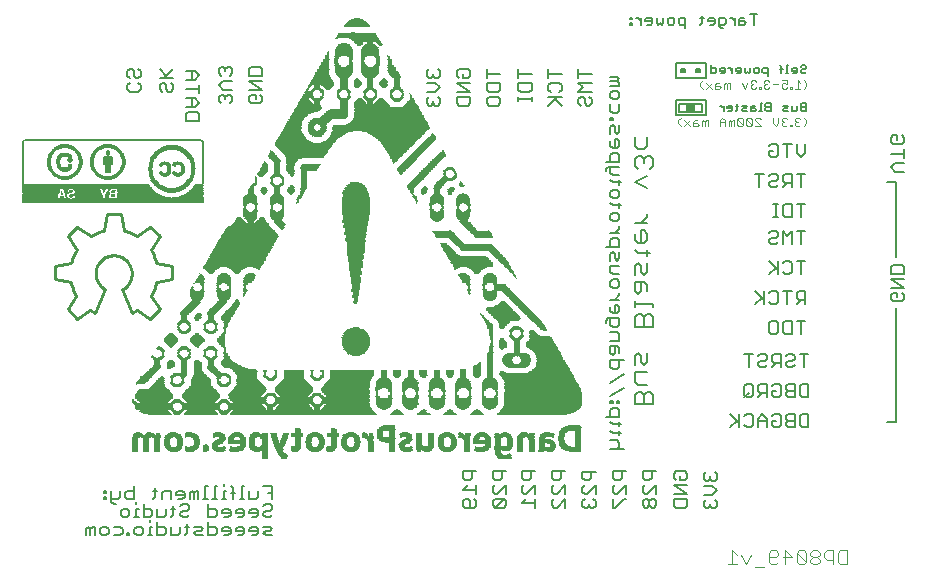
<source format=gbo>
G75*
G70*
%OFA0B0*%
%FSLAX24Y24*%
%IPPOS*%
%LPD*%
%AMOC8*
5,1,8,0,0,1.08239X$1,22.5*
%
%ADD10C,0.0060*%
%ADD11C,0.0080*%
%ADD12C,0.0050*%
%ADD13C,0.0040*%
%ADD14R,0.6015X0.0015*%
%ADD15R,0.6045X0.0015*%
%ADD16R,0.4395X0.0015*%
%ADD17R,0.1620X0.0015*%
%ADD18R,0.2865X0.0015*%
%ADD19R,0.0210X0.0015*%
%ADD20R,0.0975X0.0015*%
%ADD21R,0.0075X0.0015*%
%ADD22R,0.0165X0.0015*%
%ADD23R,0.1170X0.0015*%
%ADD24R,0.0180X0.0015*%
%ADD25R,0.0945X0.0015*%
%ADD26R,0.0045X0.0015*%
%ADD27R,0.1035X0.0015*%
%ADD28R,0.1785X0.0015*%
%ADD29R,0.0930X0.0015*%
%ADD30R,0.0150X0.0015*%
%ADD31R,0.0885X0.0015*%
%ADD32R,0.1650X0.0015*%
%ADD33R,0.0060X0.0015*%
%ADD34R,0.0030X0.0015*%
%ADD35R,0.0135X0.0015*%
%ADD36R,0.1185X0.0015*%
%ADD37R,0.0810X0.0015*%
%ADD38R,0.1575X0.0015*%
%ADD39R,0.0120X0.0015*%
%ADD40R,0.0915X0.0015*%
%ADD41R,0.0765X0.0015*%
%ADD42R,0.1530X0.0015*%
%ADD43R,0.1200X0.0015*%
%ADD44R,0.0735X0.0015*%
%ADD45R,0.1485X0.0015*%
%ADD46R,0.0690X0.0015*%
%ADD47R,0.1455X0.0015*%
%ADD48R,0.1110X0.0015*%
%ADD49R,0.0660X0.0015*%
%ADD50R,0.1425X0.0015*%
%ADD51R,0.1080X0.0015*%
%ADD52R,0.1215X0.0015*%
%ADD53R,0.0630X0.0015*%
%ADD54R,0.1395X0.0015*%
%ADD55R,0.0090X0.0015*%
%ADD56R,0.1020X0.0015*%
%ADD57R,0.0600X0.0015*%
%ADD58R,0.1365X0.0015*%
%ADD59R,0.0960X0.0015*%
%ADD60R,0.0585X0.0015*%
%ADD61R,0.1335X0.0015*%
%ADD62R,0.1230X0.0015*%
%ADD63R,0.0555X0.0015*%
%ADD64R,0.1320X0.0015*%
%ADD65R,0.0540X0.0015*%
%ADD66R,0.1290X0.0015*%
%ADD67R,0.0885X0.0015*%
%ADD68R,0.0225X0.0015*%
%ADD69R,0.1245X0.0015*%
%ADD70R,0.0510X0.0015*%
%ADD71R,0.0300X0.0015*%
%ADD72R,0.1275X0.0015*%
%ADD73R,0.0105X0.0015*%
%ADD74R,0.0270X0.0015*%
%ADD75R,0.0015X0.0015*%
%ADD76R,0.0495X0.0015*%
%ADD77R,0.0435X0.0015*%
%ADD78R,0.1260X0.0015*%
%ADD79R,0.0855X0.0015*%
%ADD80R,0.0480X0.0015*%
%ADD81R,0.0525X0.0015*%
%ADD82R,0.0465X0.0015*%
%ADD83R,0.0600X0.0015*%
%ADD84R,0.0450X0.0015*%
%ADD85R,0.0675X0.0015*%
%ADD86R,0.0840X0.0015*%
%ADD87R,0.0420X0.0015*%
%ADD88R,0.0735X0.0015*%
%ADD89R,0.0405X0.0015*%
%ADD90R,0.0780X0.0015*%
%ADD91R,0.0825X0.0015*%
%ADD92R,0.1155X0.0015*%
%ADD93R,0.0195X0.0015*%
%ADD94R,0.0390X0.0015*%
%ADD95R,0.2670X0.0015*%
%ADD96R,0.0375X0.0015*%
%ADD97R,0.4320X0.0015*%
%ADD98R,0.0360X0.0015*%
%ADD99R,0.0330X0.0015*%
%ADD100R,0.4305X0.0015*%
%ADD101R,0.0345X0.0015*%
%ADD102R,0.4290X0.0015*%
%ADD103R,0.0330X0.0015*%
%ADD104R,0.4275X0.0015*%
%ADD105R,0.0255X0.0015*%
%ADD106R,0.4260X0.0015*%
%ADD107R,0.0315X0.0015*%
%ADD108R,0.0240X0.0015*%
%ADD109R,0.0300X0.0015*%
%ADD110R,0.4245X0.0015*%
%ADD111R,0.0285X0.0015*%
%ADD112R,0.4230X0.0015*%
%ADD113R,0.0270X0.0015*%
%ADD114R,0.4215X0.0015*%
%ADD115R,0.0060X0.0015*%
%ADD116R,0.0360X0.0015*%
%ADD117R,0.0450X0.0015*%
%ADD118R,0.0510X0.0015*%
%ADD119R,0.0570X0.0015*%
%ADD120R,0.0555X0.0015*%
%ADD121R,0.0615X0.0015*%
%ADD122R,0.0660X0.0015*%
%ADD123R,0.0345X0.0015*%
%ADD124R,0.0390X0.0015*%
%ADD125R,0.0315X0.0015*%
%ADD126R,0.0420X0.0015*%
%ADD127R,0.0465X0.0015*%
%ADD128R,0.0375X0.0015*%
%ADD129R,0.0285X0.0015*%
%ADD130R,0.0405X0.0015*%
%ADD131R,0.0870X0.0015*%
%ADD132R,0.0720X0.0015*%
%ADD133R,0.0645X0.0015*%
%ADD134R,0.0585X0.0015*%
%ADD135R,0.0495X0.0015*%
%ADD136R,0.0540X0.0015*%
%ADD137R,0.0480X0.0015*%
%ADD138R,0.6015X0.0015*%
%ADD139R,0.5985X0.0015*%
%ADD140R,0.5955X0.0015*%
%ADD141R,0.5895X0.0015*%
%ADD142R,0.0440X0.0010*%
%ADD143R,0.0180X0.0010*%
%ADD144R,0.0210X0.0010*%
%ADD145R,0.0470X0.0010*%
%ADD146R,0.0220X0.0010*%
%ADD147R,0.0240X0.0010*%
%ADD148R,0.0480X0.0010*%
%ADD149R,0.0260X0.0010*%
%ADD150R,0.0490X0.0010*%
%ADD151R,0.0270X0.0010*%
%ADD152R,0.0500X0.0010*%
%ADD153R,0.0510X0.0010*%
%ADD154R,0.0280X0.0010*%
%ADD155R,0.0120X0.0010*%
%ADD156R,0.0250X0.0010*%
%ADD157R,0.0060X0.0010*%
%ADD158R,0.0230X0.0010*%
%ADD159R,0.0030X0.0010*%
%ADD160R,0.0200X0.0010*%
%ADD161R,0.0190X0.0010*%
%ADD162R,0.0130X0.0010*%
%ADD163R,0.0140X0.0010*%
%ADD164R,0.0170X0.0010*%
%ADD165R,0.0150X0.0010*%
%ADD166R,0.0160X0.0010*%
%ADD167R,0.0090X0.0010*%
%ADD168R,0.0100X0.0010*%
%ADD169R,0.0410X0.0010*%
%ADD170R,0.0300X0.0010*%
%ADD171R,0.0290X0.0010*%
%ADD172R,0.0380X0.0010*%
%ADD173R,0.0340X0.0010*%
%ADD174R,0.0310X0.0010*%
%ADD175R,0.0350X0.0010*%
%ADD176R,0.0320X0.0010*%
%ADD177R,0.0400X0.0010*%
%ADD178R,0.0360X0.0010*%
%ADD179R,0.0330X0.0010*%
%ADD180R,0.0370X0.0010*%
%ADD181R,0.0530X0.0010*%
%ADD182R,0.0390X0.0010*%
%ADD183R,0.0560X0.0010*%
%ADD184R,0.0450X0.0010*%
%ADD185R,0.0430X0.0010*%
%ADD186R,0.0540X0.0010*%
%ADD187R,0.0520X0.0010*%
%ADD188R,0.0550X0.0010*%
%ADD189R,0.0460X0.0010*%
%ADD190R,0.0590X0.0010*%
%ADD191R,0.0420X0.0010*%
%ADD192R,0.0600X0.0010*%
%ADD193R,0.0570X0.0010*%
%ADD194R,0.0610X0.0010*%
%ADD195R,0.0580X0.0010*%
%ADD196R,0.0630X0.0010*%
%ADD197R,0.0640X0.0010*%
%ADD198R,0.0650X0.0010*%
%ADD199R,0.0660X0.0010*%
%ADD200R,0.0110X0.0010*%
%ADD201R,0.0050X0.0010*%
%ADD202R,0.0070X0.0010*%
%ADD203R,0.0040X0.0010*%
%ADD204R,0.0020X0.0010*%
%ADD205R,0.0010X0.0010*%
%ADD206R,0.0910X0.0010*%
%ADD207R,0.0900X0.0010*%
%ADD208R,0.0080X0.0010*%
%ADD209R,0.0680X0.0010*%
%ADD210R,0.0620X0.0010*%
%ADD211R,0.2340X0.0010*%
%ADD212R,0.4900X0.0010*%
%ADD213R,0.1140X0.0010*%
%ADD214R,0.0800X0.0010*%
%ADD215R,0.2370X0.0010*%
%ADD216R,0.4860X0.0010*%
%ADD217R,0.1120X0.0010*%
%ADD218R,0.0840X0.0010*%
%ADD219R,0.2380X0.0010*%
%ADD220R,0.4850X0.0010*%
%ADD221R,0.1100X0.0010*%
%ADD222R,0.2400X0.0010*%
%ADD223R,0.4810X0.0010*%
%ADD224R,0.1080X0.0010*%
%ADD225R,0.0870X0.0010*%
%ADD226R,0.2430X0.0010*%
%ADD227R,0.4790X0.0010*%
%ADD228R,0.1060X0.0010*%
%ADD229R,0.4770X0.0010*%
%ADD230R,0.1040X0.0010*%
%ADD231R,0.2440X0.0010*%
%ADD232R,0.4750X0.0010*%
%ADD233R,0.1020X0.0010*%
%ADD234R,0.0930X0.0010*%
%ADD235R,0.2490X0.0010*%
%ADD236R,0.4730X0.0010*%
%ADD237R,0.1010X0.0010*%
%ADD238R,0.0960X0.0010*%
%ADD239R,0.1000X0.0010*%
%ADD240R,0.2500X0.0010*%
%ADD241R,0.0990X0.0010*%
%ADD242R,0.0980X0.0010*%
%ADD243R,0.2520X0.0010*%
%ADD244R,0.4680X0.0010*%
%ADD245R,0.0940X0.0010*%
%ADD246R,0.0950X0.0010*%
%ADD247R,0.0920X0.0010*%
%ADD248R,0.4670X0.0010*%
%ADD249R,0.2530X0.0010*%
%ADD250R,0.4650X0.0010*%
%ADD251R,0.2540X0.0010*%
%ADD252R,0.2570X0.0010*%
%ADD253R,0.1700X0.0010*%
%ADD254R,0.1290X0.0010*%
%ADD255R,0.1300X0.0010*%
%ADD256R,0.1350X0.0010*%
%ADD257R,0.1260X0.0010*%
%ADD258R,0.2550X0.0010*%
%ADD259R,0.1670X0.0010*%
%ADD260R,0.1280X0.0010*%
%ADD261R,0.1320X0.0010*%
%ADD262R,0.1250X0.0010*%
%ADD263R,0.1660X0.0010*%
%ADD264R,0.1310X0.0010*%
%ADD265R,0.1650X0.0010*%
%ADD266R,0.1230X0.0010*%
%ADD267R,0.1270X0.0010*%
%ADD268R,0.1640X0.0010*%
%ADD269R,0.1200X0.0010*%
%ADD270R,0.1240X0.0010*%
%ADD271R,0.2560X0.0010*%
%ADD272R,0.1620X0.0010*%
%ADD273R,0.1190X0.0010*%
%ADD274R,0.1600X0.0010*%
%ADD275R,0.1180X0.0010*%
%ADD276R,0.2590X0.0010*%
%ADD277R,0.1580X0.0010*%
%ADD278R,0.1160X0.0010*%
%ADD279R,0.1570X0.0010*%
%ADD280R,0.2580X0.0010*%
%ADD281R,0.1550X0.0010*%
%ADD282R,0.1540X0.0010*%
%ADD283R,0.1520X0.0010*%
%ADD284R,0.1510X0.0010*%
%ADD285R,0.1170X0.0010*%
%ADD286R,0.1500X0.0010*%
%ADD287R,0.1150X0.0010*%
%ADD288R,0.1490X0.0010*%
%ADD289R,0.1480X0.0010*%
%ADD290R,0.1460X0.0010*%
%ADD291R,0.1450X0.0010*%
%ADD292R,0.1130X0.0010*%
%ADD293R,0.1440X0.0010*%
%ADD294R,0.1430X0.0010*%
%ADD295R,0.1330X0.0010*%
%ADD296R,0.1340X0.0010*%
%ADD297R,0.1630X0.0010*%
%ADD298R,0.1610X0.0010*%
%ADD299R,0.0970X0.0010*%
%ADD300R,0.1030X0.0010*%
%ADD301R,0.1590X0.0010*%
%ADD302R,0.1050X0.0010*%
%ADD303R,0.1090X0.0010*%
%ADD304R,0.1110X0.0010*%
%ADD305R,0.1210X0.0010*%
%ADD306R,0.1220X0.0010*%
%ADD307R,0.1470X0.0010*%
%ADD308R,0.1070X0.0010*%
%ADD309R,0.1530X0.0010*%
%ADD310R,0.1560X0.0010*%
%ADD311R,0.0740X0.0010*%
%ADD312R,0.0730X0.0010*%
%ADD313R,0.0890X0.0010*%
%ADD314R,0.0850X0.0010*%
%ADD315R,0.0830X0.0010*%
%ADD316R,0.2510X0.0010*%
%ADD317R,0.0810X0.0010*%
%ADD318R,0.0790X0.0010*%
%ADD319R,0.0770X0.0010*%
%ADD320R,0.0760X0.0010*%
%ADD321R,0.0720X0.0010*%
%ADD322R,0.0690X0.0010*%
%ADD323R,0.2480X0.0010*%
%ADD324R,0.2470X0.0010*%
%ADD325R,0.0670X0.0010*%
%ADD326R,0.0880X0.0010*%
%ADD327R,0.2460X0.0010*%
%ADD328R,0.0860X0.0010*%
%ADD329R,0.2450X0.0010*%
%ADD330R,0.2420X0.0010*%
%ADD331R,0.1420X0.0010*%
%ADD332R,0.1410X0.0010*%
%ADD333R,0.0780X0.0010*%
%ADD334R,0.1400X0.0010*%
%ADD335R,0.0820X0.0010*%
%ADD336R,0.1390X0.0010*%
%ADD337R,0.0750X0.0010*%
%ADD338R,0.1380X0.0010*%
%ADD339R,0.0710X0.0010*%
%ADD340R,0.1370X0.0010*%
%ADD341R,0.0700X0.0010*%
%ADD342R,0.1360X0.0010*%
%ADD343R,0.2410X0.0010*%
%ADD344R,0.1900X0.0010*%
%ADD345R,0.1890X0.0010*%
%ADD346R,0.1910X0.0010*%
%ADD347R,0.1880X0.0010*%
%ADD348R,0.1870X0.0010*%
%ADD349R,0.1860X0.0010*%
%ADD350R,0.1840X0.0010*%
%ADD351R,0.1820X0.0010*%
%ADD352R,0.1800X0.0010*%
%ADD353R,0.1780X0.0010*%
%ADD354R,0.1770X0.0010*%
%ADD355R,0.1740X0.0010*%
%ADD356R,0.1730X0.0010*%
%ADD357R,0.1710X0.0010*%
%ADD358R,0.1690X0.0010*%
%ADD359R,0.1760X0.0010*%
%ADD360R,0.1790X0.0010*%
%ADD361R,0.1810X0.0010*%
%ADD362R,0.1830X0.0010*%
%ADD363R,0.1850X0.0010*%
%ADD364R,0.1920X0.0010*%
%ADD365R,0.1930X0.0010*%
%ADD366R,0.1950X0.0010*%
%ADD367R,0.1940X0.0010*%
%ADD368R,0.1720X0.0010*%
%ADD369R,0.2020X0.0010*%
%ADD370R,0.2080X0.0010*%
%ADD371R,0.2090X0.0010*%
%ADD372R,0.2160X0.0010*%
%ADD373R,0.3150X0.0010*%
%ADD374R,0.3160X0.0010*%
%ADD375R,0.3180X0.0010*%
%ADD376R,0.3190X0.0010*%
%ADD377R,0.3210X0.0010*%
%ADD378R,0.3220X0.0010*%
%ADD379R,0.3240X0.0010*%
%ADD380R,0.3250X0.0010*%
%ADD381R,0.3230X0.0010*%
%ADD382R,0.3200X0.0010*%
%ADD383R,0.3170X0.0010*%
%ADD384R,0.3130X0.0010*%
%ADD385R,0.3120X0.0010*%
%ADD386R,0.2760X0.0010*%
%ADD387R,0.2720X0.0010*%
%ADD388R,0.2690X0.0010*%
%ADD389R,0.2630X0.0010*%
%ADD390R,0.2620X0.0010*%
%ADD391R,0.2390X0.0010*%
%ADD392R,0.2360X0.0010*%
%ADD393R,0.2330X0.0010*%
%ADD394R,0.2320X0.0010*%
%ADD395R,0.2310X0.0010*%
%ADD396R,0.2290X0.0010*%
%ADD397R,0.2280X0.0010*%
%ADD398R,0.2270X0.0010*%
%ADD399R,0.2260X0.0010*%
%ADD400R,0.2250X0.0010*%
%ADD401R,0.2240X0.0010*%
%ADD402R,0.2230X0.0010*%
%ADD403R,0.2220X0.0010*%
%ADD404R,0.2200X0.0010*%
%ADD405R,0.2190X0.0010*%
%ADD406R,0.2180X0.0010*%
%ADD407R,0.2170X0.0010*%
%ADD408R,0.2140X0.0010*%
%ADD409C,0.0100*%
D10*
X008770Y004789D02*
X008770Y005009D01*
X008843Y005083D01*
X008916Y005009D01*
X008916Y004789D01*
X009063Y004789D02*
X009063Y005083D01*
X008990Y005083D01*
X008916Y005009D01*
X009230Y005009D02*
X009230Y004863D01*
X009303Y004789D01*
X009450Y004789D01*
X009524Y004863D01*
X009524Y005009D01*
X009450Y005083D01*
X009303Y005083D01*
X009230Y005009D01*
X009690Y005083D02*
X009911Y005083D01*
X009984Y005009D01*
X009984Y004863D01*
X009911Y004789D01*
X009690Y004789D01*
X010141Y004789D02*
X010214Y004789D01*
X010214Y004863D01*
X010141Y004863D01*
X010141Y004789D01*
X010381Y004863D02*
X010381Y005009D01*
X010454Y005083D01*
X010601Y005083D01*
X010674Y005009D01*
X010674Y004863D01*
X010601Y004789D01*
X010454Y004789D01*
X010381Y004863D01*
X010835Y004789D02*
X010981Y004789D01*
X010908Y004789D02*
X010908Y005083D01*
X010981Y005083D01*
X010908Y005230D02*
X010908Y005303D01*
X010908Y005389D02*
X010981Y005463D01*
X010981Y005609D01*
X010908Y005683D01*
X010688Y005683D01*
X010688Y005830D02*
X010688Y005389D01*
X010908Y005389D01*
X011148Y005389D02*
X011148Y005683D01*
X011442Y005683D02*
X011442Y005463D01*
X011368Y005389D01*
X011148Y005389D01*
X011148Y005230D02*
X011148Y004789D01*
X011368Y004789D01*
X011442Y004863D01*
X011442Y005009D01*
X011368Y005083D01*
X011148Y005083D01*
X011609Y005083D02*
X011609Y004789D01*
X011829Y004789D01*
X011902Y004863D01*
X011902Y005083D01*
X012062Y005083D02*
X012209Y005083D01*
X012136Y005156D02*
X012136Y004863D01*
X012062Y004789D01*
X012376Y004863D02*
X012449Y004936D01*
X012596Y004936D01*
X012669Y005009D01*
X012596Y005083D01*
X012376Y005083D01*
X012376Y004863D02*
X012449Y004789D01*
X012669Y004789D01*
X012836Y004789D02*
X013056Y004789D01*
X013130Y004863D01*
X013130Y005009D01*
X013056Y005083D01*
X012836Y005083D01*
X012836Y005230D02*
X012836Y004789D01*
X013296Y004936D02*
X013590Y004936D01*
X013590Y005009D02*
X013517Y005083D01*
X013370Y005083D01*
X013296Y005009D01*
X013296Y004936D01*
X013370Y004789D02*
X013517Y004789D01*
X013590Y004863D01*
X013590Y005009D01*
X013757Y005009D02*
X013757Y004936D01*
X014050Y004936D01*
X014050Y005009D02*
X013977Y005083D01*
X013830Y005083D01*
X013757Y005009D01*
X013830Y004789D02*
X013977Y004789D01*
X014050Y004863D01*
X014050Y005009D01*
X014217Y005009D02*
X014217Y004936D01*
X014511Y004936D01*
X014511Y005009D02*
X014437Y005083D01*
X014291Y005083D01*
X014217Y005009D01*
X014291Y004789D02*
X014437Y004789D01*
X014511Y004863D01*
X014511Y005009D01*
X014678Y005083D02*
X014898Y005083D01*
X014971Y005009D01*
X014898Y004936D01*
X014751Y004936D01*
X014678Y004863D01*
X014751Y004789D01*
X014971Y004789D01*
X014898Y005389D02*
X014971Y005463D01*
X014898Y005389D02*
X014751Y005389D01*
X014678Y005463D01*
X014678Y005536D01*
X014751Y005609D01*
X014898Y005609D01*
X014971Y005683D01*
X014971Y005756D01*
X014898Y005830D01*
X014751Y005830D01*
X014678Y005756D01*
X014511Y005609D02*
X014437Y005683D01*
X014291Y005683D01*
X014217Y005609D01*
X014217Y005536D01*
X014511Y005536D01*
X014511Y005463D02*
X014511Y005609D01*
X014511Y005463D02*
X014437Y005389D01*
X014291Y005389D01*
X014050Y005463D02*
X014050Y005609D01*
X013977Y005683D01*
X013830Y005683D01*
X013757Y005609D01*
X013757Y005536D01*
X014050Y005536D01*
X014050Y005463D02*
X013977Y005389D01*
X013830Y005389D01*
X013590Y005463D02*
X013590Y005609D01*
X013517Y005683D01*
X013370Y005683D01*
X013296Y005609D01*
X013296Y005536D01*
X013590Y005536D01*
X013590Y005463D02*
X013517Y005389D01*
X013370Y005389D01*
X013130Y005463D02*
X013130Y005609D01*
X013056Y005683D01*
X012836Y005683D01*
X012836Y005830D02*
X012836Y005389D01*
X013056Y005389D01*
X013130Y005463D01*
X013130Y005989D02*
X012983Y005989D01*
X013056Y005989D02*
X013056Y006430D01*
X013130Y006430D01*
X013363Y006430D02*
X013363Y006503D01*
X013363Y006283D02*
X013363Y005989D01*
X013290Y005989D02*
X013437Y005989D01*
X013670Y005989D02*
X013670Y006356D01*
X013597Y006430D01*
X013437Y006283D02*
X013363Y006283D01*
X013597Y006209D02*
X013744Y006209D01*
X013904Y005989D02*
X014050Y005989D01*
X013977Y005989D02*
X013977Y006430D01*
X014050Y006430D01*
X014217Y006283D02*
X014217Y005989D01*
X014437Y005989D01*
X014511Y006063D01*
X014511Y006283D01*
X014678Y006430D02*
X014971Y006430D01*
X014971Y005989D01*
X014971Y006209D02*
X014824Y006209D01*
X012823Y005989D02*
X012676Y005989D01*
X012749Y005989D02*
X012749Y006430D01*
X012823Y006430D01*
X012516Y006283D02*
X012443Y006283D01*
X012369Y006209D01*
X012296Y006283D01*
X012222Y006209D01*
X012222Y005989D01*
X012369Y005989D02*
X012369Y006209D01*
X012516Y006283D02*
X012516Y005989D01*
X012209Y005756D02*
X012209Y005683D01*
X012136Y005609D01*
X011989Y005609D01*
X011915Y005536D01*
X011915Y005463D01*
X011989Y005389D01*
X012136Y005389D01*
X012209Y005463D01*
X012209Y005756D02*
X012136Y005830D01*
X011989Y005830D01*
X011915Y005756D01*
X011749Y005683D02*
X011602Y005683D01*
X011675Y005756D02*
X011675Y005463D01*
X011602Y005389D01*
X010521Y005389D02*
X010374Y005389D01*
X010448Y005389D02*
X010448Y005683D01*
X010521Y005683D01*
X010448Y005830D02*
X010448Y005903D01*
X010368Y005989D02*
X010147Y005989D01*
X010074Y006063D01*
X010074Y006209D01*
X010147Y006283D01*
X010368Y006283D01*
X010368Y006430D02*
X010368Y005989D01*
X010141Y005683D02*
X009994Y005683D01*
X009921Y005609D01*
X009921Y005463D01*
X009994Y005389D01*
X010141Y005389D01*
X010214Y005463D01*
X010214Y005609D01*
X010141Y005683D01*
X009761Y005842D02*
X009687Y005842D01*
X009614Y005916D01*
X009614Y006283D01*
X009447Y006283D02*
X009447Y006209D01*
X009374Y006209D01*
X009374Y006283D01*
X009447Y006283D01*
X009447Y006063D02*
X009447Y005989D01*
X009374Y005989D01*
X009374Y006063D01*
X009447Y006063D01*
X009614Y005989D02*
X009834Y005989D01*
X009907Y006063D01*
X009907Y006283D01*
X010988Y006283D02*
X011135Y006283D01*
X011061Y006356D02*
X011061Y006063D01*
X010988Y005989D01*
X011302Y005989D02*
X011302Y006209D01*
X011375Y006283D01*
X011595Y006283D01*
X011595Y005989D01*
X011762Y006136D02*
X011762Y006209D01*
X011835Y006283D01*
X011982Y006283D01*
X012056Y006209D01*
X012056Y006063D01*
X011982Y005989D01*
X011835Y005989D01*
X011762Y006136D02*
X012056Y006136D01*
X021337Y006320D02*
X021777Y006320D01*
X021777Y006174D02*
X021777Y006467D01*
X021557Y006634D02*
X021631Y006707D01*
X021631Y006927D01*
X021777Y006927D02*
X021337Y006927D01*
X021337Y006707D01*
X021410Y006634D01*
X021557Y006634D01*
X021484Y006467D02*
X021337Y006320D01*
X021410Y006007D02*
X021484Y006007D01*
X021557Y005933D01*
X021557Y005713D01*
X021410Y005713D02*
X021337Y005787D01*
X021337Y005933D01*
X021410Y006007D01*
X021410Y005713D02*
X021704Y005713D01*
X021777Y005787D01*
X021777Y005933D01*
X021704Y006007D01*
X022332Y005938D02*
X022332Y005791D01*
X022406Y005718D01*
X022699Y006012D01*
X022772Y005938D01*
X022772Y005791D01*
X022699Y005718D01*
X022406Y005718D01*
X022332Y005938D02*
X022406Y006012D01*
X022699Y006012D01*
X022772Y006178D02*
X022772Y006472D01*
X022479Y006178D01*
X022406Y006178D01*
X022332Y006252D01*
X022332Y006399D01*
X022406Y006472D01*
X022406Y006639D02*
X022552Y006639D01*
X022626Y006712D01*
X022626Y006932D01*
X022772Y006932D02*
X022332Y006932D01*
X022332Y006712D01*
X022406Y006639D01*
X023301Y006707D02*
X023374Y006634D01*
X023521Y006634D01*
X023595Y006707D01*
X023595Y006927D01*
X023741Y006927D02*
X023301Y006927D01*
X023301Y006707D01*
X023374Y006467D02*
X023301Y006394D01*
X023301Y006247D01*
X023374Y006174D01*
X023448Y006174D01*
X023741Y006467D01*
X023741Y006174D01*
X023741Y006007D02*
X023741Y005713D01*
X023741Y005860D02*
X023301Y005860D01*
X023448Y006007D01*
X024308Y005938D02*
X024308Y005791D01*
X024381Y005718D01*
X024454Y005718D01*
X024748Y006012D01*
X024748Y005718D01*
X024381Y006012D02*
X024308Y005938D01*
X024381Y006178D02*
X024308Y006252D01*
X024308Y006399D01*
X024381Y006472D01*
X024381Y006639D02*
X024528Y006639D01*
X024601Y006712D01*
X024601Y006932D01*
X024748Y006932D02*
X024308Y006932D01*
X024308Y006712D01*
X024381Y006639D01*
X024748Y006472D02*
X024454Y006178D01*
X024381Y006178D01*
X024748Y006178D02*
X024748Y006472D01*
X025312Y006384D02*
X025386Y006457D01*
X025312Y006384D02*
X025312Y006237D01*
X025386Y006164D01*
X025459Y006164D01*
X025753Y006457D01*
X025753Y006164D01*
X025679Y005997D02*
X025753Y005924D01*
X025753Y005777D01*
X025679Y005703D01*
X025606Y005703D01*
X025533Y005777D01*
X025533Y005850D01*
X025533Y005777D02*
X025459Y005703D01*
X025386Y005703D01*
X025312Y005777D01*
X025312Y005924D01*
X025386Y005997D01*
X025386Y006624D02*
X025533Y006624D01*
X025606Y006697D01*
X025606Y006918D01*
X025753Y006918D02*
X025312Y006918D01*
X025312Y006697D01*
X025386Y006624D01*
X026332Y006712D02*
X026406Y006639D01*
X026552Y006639D01*
X026626Y006712D01*
X026626Y006932D01*
X026772Y006932D02*
X026332Y006932D01*
X026332Y006712D01*
X026406Y006472D02*
X026332Y006399D01*
X026332Y006252D01*
X026406Y006178D01*
X026479Y006178D01*
X026772Y006472D01*
X026772Y006178D01*
X026772Y006012D02*
X026699Y006012D01*
X026406Y005718D01*
X026332Y005718D01*
X026332Y006012D01*
X027327Y005938D02*
X027327Y005791D01*
X027401Y005718D01*
X027474Y005718D01*
X027547Y005791D01*
X027547Y005938D01*
X027474Y006012D01*
X027401Y006012D01*
X027327Y005938D01*
X027547Y005938D02*
X027621Y006012D01*
X027694Y006012D01*
X027768Y005938D01*
X027768Y005791D01*
X027694Y005718D01*
X027621Y005718D01*
X027547Y005791D01*
X027474Y006178D02*
X027401Y006178D01*
X027327Y006252D01*
X027327Y006399D01*
X027401Y006472D01*
X027401Y006639D02*
X027547Y006639D01*
X027621Y006712D01*
X027621Y006932D01*
X027768Y006932D02*
X027327Y006932D01*
X027327Y006712D01*
X027401Y006639D01*
X027768Y006472D02*
X027474Y006178D01*
X027768Y006178D02*
X027768Y006472D01*
X028352Y006462D02*
X028792Y006169D01*
X028352Y006169D01*
X028352Y006002D02*
X028352Y005782D01*
X028425Y005708D01*
X028719Y005708D01*
X028792Y005782D01*
X028792Y006002D01*
X028352Y006002D01*
X028352Y006462D02*
X028792Y006462D01*
X028719Y006629D02*
X028572Y006629D01*
X028572Y006776D01*
X028719Y006923D02*
X028792Y006849D01*
X028792Y006702D01*
X028719Y006629D01*
X028719Y006923D02*
X028425Y006923D01*
X028352Y006849D01*
X028352Y006702D01*
X028425Y006629D01*
X029352Y006688D02*
X029425Y006614D01*
X029499Y006614D01*
X029572Y006688D01*
X029645Y006614D01*
X029719Y006614D01*
X029792Y006688D01*
X029792Y006834D01*
X029719Y006908D01*
X029572Y006761D02*
X029572Y006688D01*
X029352Y006688D02*
X029352Y006834D01*
X029425Y006908D01*
X029352Y006447D02*
X029645Y006447D01*
X029792Y006301D01*
X029645Y006154D01*
X029352Y006154D01*
X029425Y005987D02*
X029352Y005914D01*
X029352Y005767D01*
X029425Y005693D01*
X029499Y005693D01*
X029572Y005767D01*
X029645Y005693D01*
X029719Y005693D01*
X029792Y005767D01*
X029792Y005914D01*
X029719Y005987D01*
X029572Y005840D02*
X029572Y005767D01*
X026686Y007663D02*
X026245Y007663D01*
X026465Y007663D02*
X026539Y007737D01*
X026539Y007883D01*
X026465Y007957D01*
X026245Y007957D01*
X026319Y008197D02*
X026245Y008270D01*
X026319Y008197D02*
X026612Y008197D01*
X026539Y008124D02*
X026539Y008270D01*
X026539Y008430D02*
X026539Y008577D01*
X026612Y008504D02*
X026319Y008504D01*
X026245Y008577D01*
X026245Y008737D02*
X026245Y008958D01*
X026319Y009031D01*
X026465Y009031D01*
X026539Y008958D01*
X026539Y008737D01*
X026099Y008737D01*
X026245Y009198D02*
X026319Y009198D01*
X026319Y009271D01*
X026245Y009271D01*
X026245Y009198D01*
X026465Y009198D02*
X026465Y009271D01*
X026539Y009271D01*
X026539Y009198D01*
X026465Y009198D01*
X026245Y009428D02*
X026686Y009721D01*
X026686Y010182D02*
X026245Y009888D01*
X026319Y010349D02*
X026245Y010422D01*
X026245Y010642D01*
X026686Y010642D01*
X026539Y010642D02*
X026539Y010422D01*
X026465Y010349D01*
X026319Y010349D01*
X026319Y010809D02*
X026245Y010882D01*
X026245Y011103D01*
X026465Y011103D01*
X026539Y011029D01*
X026539Y010882D01*
X026392Y010882D02*
X026392Y011103D01*
X026392Y010882D02*
X026319Y010809D01*
X026245Y011269D02*
X026539Y011269D01*
X026539Y011489D01*
X026465Y011563D01*
X026245Y011563D01*
X026319Y011730D02*
X026245Y011803D01*
X026245Y012023D01*
X026172Y012023D02*
X026539Y012023D01*
X026539Y011803D01*
X026465Y011730D01*
X026319Y011730D01*
X026099Y011876D02*
X026099Y011950D01*
X026172Y012023D01*
X026319Y012190D02*
X026245Y012263D01*
X026245Y012410D01*
X026392Y012484D02*
X026392Y012190D01*
X026319Y012190D02*
X026465Y012190D01*
X026539Y012263D01*
X026539Y012410D01*
X026465Y012484D01*
X026392Y012484D01*
X026392Y012650D02*
X026539Y012797D01*
X026539Y012871D01*
X026465Y013034D02*
X026319Y013034D01*
X026245Y013107D01*
X026245Y013254D01*
X026319Y013328D01*
X026465Y013328D01*
X026539Y013254D01*
X026539Y013107D01*
X026465Y013034D01*
X026539Y012650D02*
X026245Y012650D01*
X026319Y013494D02*
X026245Y013568D01*
X026245Y013788D01*
X026539Y013788D01*
X026465Y013955D02*
X026539Y014028D01*
X026539Y014248D01*
X026392Y014175D02*
X026392Y014028D01*
X026465Y013955D01*
X026245Y013955D02*
X026245Y014175D01*
X026319Y014248D01*
X026392Y014175D01*
X026245Y014415D02*
X026245Y014635D01*
X026319Y014709D01*
X026465Y014709D01*
X026539Y014635D01*
X026539Y014415D01*
X026099Y014415D01*
X026245Y014875D02*
X026539Y014875D01*
X026392Y014875D02*
X026539Y015022D01*
X026539Y015096D01*
X026465Y015259D02*
X026319Y015259D01*
X026245Y015332D01*
X026245Y015479D01*
X026319Y015553D01*
X026465Y015553D01*
X026539Y015479D01*
X026539Y015332D01*
X026465Y015259D01*
X026539Y015719D02*
X026539Y015866D01*
X026612Y015793D02*
X026319Y015793D01*
X026245Y015866D01*
X026319Y016026D02*
X026245Y016100D01*
X026245Y016246D01*
X026319Y016320D01*
X026465Y016320D01*
X026539Y016246D01*
X026539Y016100D01*
X026465Y016026D01*
X026319Y016026D01*
X026539Y016487D02*
X026539Y016633D01*
X026612Y016560D02*
X026319Y016560D01*
X026245Y016633D01*
X026319Y016794D02*
X026245Y016867D01*
X026245Y017087D01*
X026172Y017087D02*
X026099Y017014D01*
X026099Y016940D01*
X026172Y017087D02*
X026539Y017087D01*
X026539Y017254D02*
X026099Y017254D01*
X026245Y017254D02*
X026245Y017474D01*
X026319Y017547D01*
X026465Y017547D01*
X026539Y017474D01*
X026539Y017254D01*
X026465Y017714D02*
X026539Y017788D01*
X026539Y017934D01*
X026465Y018008D01*
X026392Y018008D01*
X026392Y017714D01*
X026319Y017714D02*
X026465Y017714D01*
X026319Y017714D02*
X026245Y017788D01*
X026245Y017934D01*
X026245Y018175D02*
X026245Y018395D01*
X026319Y018468D01*
X026392Y018395D01*
X026392Y018248D01*
X026465Y018175D01*
X026539Y018248D01*
X026539Y018468D01*
X026319Y018635D02*
X026245Y018635D01*
X026245Y018708D01*
X026319Y018708D01*
X026319Y018635D01*
X026319Y018865D02*
X026245Y018938D01*
X026245Y019159D01*
X026319Y019325D02*
X026245Y019399D01*
X026245Y019546D01*
X026319Y019619D01*
X026465Y019619D01*
X026539Y019546D01*
X026539Y019399D01*
X026465Y019325D01*
X026319Y019325D01*
X026539Y019159D02*
X026539Y018938D01*
X026465Y018865D01*
X026319Y018865D01*
X025623Y019191D02*
X025623Y019338D01*
X025550Y019412D01*
X025403Y019338D02*
X025403Y019191D01*
X025477Y019118D01*
X025550Y019118D01*
X025623Y019191D01*
X025403Y019338D02*
X025330Y019412D01*
X025256Y019412D01*
X025183Y019338D01*
X025183Y019191D01*
X025256Y019118D01*
X025183Y019578D02*
X025623Y019578D01*
X025623Y019872D02*
X025183Y019872D01*
X025330Y019725D01*
X025183Y019578D01*
X025183Y020039D02*
X025183Y020332D01*
X025183Y020186D02*
X025623Y020186D01*
X026245Y020079D02*
X026465Y020079D01*
X026539Y020006D01*
X026465Y019933D01*
X026245Y019933D01*
X026245Y019786D02*
X026539Y019786D01*
X026539Y019859D01*
X026465Y019933D01*
X024623Y019799D02*
X024623Y019652D01*
X024550Y019578D01*
X024623Y019412D02*
X024183Y019412D01*
X024256Y019578D02*
X024183Y019652D01*
X024183Y019799D01*
X024256Y019872D01*
X024550Y019872D01*
X024623Y019799D01*
X024623Y020186D02*
X024183Y020186D01*
X024183Y020332D02*
X024183Y020039D01*
X023623Y020186D02*
X023183Y020186D01*
X023183Y020332D02*
X023183Y020039D01*
X023183Y019872D02*
X023183Y019652D01*
X023256Y019578D01*
X023550Y019578D01*
X023623Y019652D01*
X023623Y019872D01*
X023183Y019872D01*
X022561Y019872D02*
X022561Y019652D01*
X022487Y019578D01*
X022194Y019578D01*
X022121Y019652D01*
X022121Y019872D01*
X022561Y019872D01*
X022561Y020186D02*
X022121Y020186D01*
X022121Y020332D02*
X022121Y020039D01*
X021561Y020112D02*
X021487Y020039D01*
X021341Y020039D01*
X021341Y020186D01*
X021487Y020332D02*
X021561Y020259D01*
X021561Y020112D01*
X021487Y020332D02*
X021194Y020332D01*
X021121Y020259D01*
X021121Y020112D01*
X021194Y020039D01*
X021121Y019872D02*
X021561Y019578D01*
X021121Y019578D01*
X021121Y019412D02*
X021121Y019191D01*
X021194Y019118D01*
X021487Y019118D01*
X021561Y019191D01*
X021561Y019412D01*
X021121Y019412D01*
X020561Y019338D02*
X020561Y019191D01*
X020487Y019118D01*
X020414Y019118D01*
X020341Y019191D01*
X020341Y019265D01*
X020341Y019191D02*
X020267Y019118D01*
X020194Y019118D01*
X020121Y019191D01*
X020121Y019338D01*
X020194Y019412D01*
X020121Y019578D02*
X020414Y019578D01*
X020561Y019725D01*
X020414Y019872D01*
X020121Y019872D01*
X020194Y020039D02*
X020267Y020039D01*
X020341Y020112D01*
X020414Y020039D01*
X020487Y020039D01*
X020561Y020112D01*
X020561Y020259D01*
X020487Y020332D01*
X020341Y020186D02*
X020341Y020112D01*
X020194Y020039D02*
X020121Y020112D01*
X020121Y020259D01*
X020194Y020332D01*
X021121Y019872D02*
X021561Y019872D01*
X022121Y019338D02*
X022194Y019412D01*
X022487Y019412D01*
X022561Y019338D01*
X022561Y019191D01*
X022487Y019118D01*
X022194Y019118D01*
X022121Y019191D01*
X022121Y019338D01*
X023183Y019338D02*
X023623Y019338D01*
X023623Y019265D02*
X023623Y019412D01*
X023183Y019412D02*
X023183Y019265D01*
X024183Y019118D02*
X024477Y019412D01*
X024403Y019338D02*
X024623Y019118D01*
X026319Y016794D02*
X026539Y016794D01*
X031070Y016833D02*
X031364Y016833D01*
X031217Y016833D02*
X031217Y016392D01*
X031531Y016466D02*
X031604Y016392D01*
X031751Y016392D01*
X031824Y016466D01*
X031751Y016613D02*
X031604Y016613D01*
X031531Y016539D01*
X031531Y016466D01*
X031751Y016613D02*
X031824Y016686D01*
X031824Y016759D01*
X031751Y016833D01*
X031604Y016833D01*
X031531Y016759D01*
X031991Y016759D02*
X031991Y016613D01*
X032065Y016539D01*
X032285Y016539D01*
X032285Y016392D02*
X032285Y016833D01*
X032065Y016833D01*
X031991Y016759D01*
X032138Y016539D02*
X031991Y016392D01*
X032065Y015833D02*
X032285Y015833D01*
X032285Y015392D01*
X032065Y015392D01*
X031991Y015466D01*
X031991Y015759D01*
X032065Y015833D01*
X031824Y015833D02*
X031678Y015833D01*
X031751Y015833D02*
X031751Y015392D01*
X031824Y015392D02*
X031678Y015392D01*
X031604Y014933D02*
X031751Y014933D01*
X031824Y014859D01*
X031824Y014786D01*
X031751Y014713D01*
X031604Y014713D01*
X031531Y014639D01*
X031531Y014566D01*
X031604Y014492D01*
X031751Y014492D01*
X031824Y014566D01*
X031991Y014492D02*
X031991Y014933D01*
X032138Y014786D01*
X032285Y014933D01*
X032285Y014492D01*
X032598Y014492D02*
X032598Y014933D01*
X032452Y014933D02*
X032745Y014933D01*
X032598Y015392D02*
X032598Y015833D01*
X032452Y015833D02*
X032745Y015833D01*
X032598Y016392D02*
X032598Y016833D01*
X032452Y016833D02*
X032745Y016833D01*
X032598Y017392D02*
X032452Y017539D01*
X032452Y017833D01*
X032285Y017833D02*
X031991Y017833D01*
X032138Y017833D02*
X032138Y017392D01*
X031824Y017466D02*
X031751Y017392D01*
X031604Y017392D01*
X031531Y017466D01*
X031531Y017613D01*
X031678Y017613D01*
X031824Y017759D02*
X031824Y017466D01*
X031824Y017759D02*
X031751Y017833D01*
X031604Y017833D01*
X031531Y017759D01*
X032598Y017392D02*
X032745Y017539D01*
X032745Y017833D01*
X035596Y017905D02*
X035596Y018052D01*
X035669Y018126D01*
X035816Y018126D01*
X035816Y017979D01*
X035963Y018126D02*
X036036Y018052D01*
X036036Y017905D01*
X035963Y017832D01*
X035669Y017832D01*
X035596Y017905D01*
X035596Y017518D02*
X036036Y017518D01*
X036036Y017372D02*
X036036Y017665D01*
X036036Y017205D02*
X035742Y017205D01*
X035596Y017058D01*
X035742Y016911D01*
X036036Y016911D01*
X032745Y013933D02*
X032452Y013933D01*
X032598Y013933D02*
X032598Y013492D01*
X032285Y013566D02*
X032285Y013859D01*
X032211Y013933D01*
X032065Y013933D01*
X031991Y013859D01*
X031824Y013933D02*
X031824Y013492D01*
X031824Y013639D02*
X031531Y013933D01*
X031751Y013713D02*
X031531Y013492D01*
X031991Y013566D02*
X032065Y013492D01*
X032211Y013492D01*
X032285Y013566D01*
X032285Y012933D02*
X031991Y012933D01*
X032138Y012933D02*
X032138Y012492D01*
X032452Y012492D02*
X032598Y012639D01*
X032525Y012639D02*
X032745Y012639D01*
X032745Y012492D02*
X032745Y012933D01*
X032525Y012933D01*
X032452Y012859D01*
X032452Y012713D01*
X032525Y012639D01*
X031824Y012566D02*
X031751Y012492D01*
X031604Y012492D01*
X031531Y012566D01*
X031364Y012639D02*
X031070Y012933D01*
X031364Y012933D02*
X031364Y012492D01*
X031291Y012713D02*
X031070Y012492D01*
X031531Y012859D02*
X031604Y012933D01*
X031751Y012933D01*
X031824Y012859D01*
X031824Y012566D01*
X031751Y011933D02*
X031604Y011933D01*
X031531Y011859D01*
X031531Y011566D01*
X031604Y011492D01*
X031751Y011492D01*
X031824Y011566D01*
X031824Y011859D01*
X031751Y011933D01*
X031991Y011859D02*
X032065Y011933D01*
X032285Y011933D01*
X032285Y011492D01*
X032065Y011492D01*
X031991Y011566D01*
X031991Y011859D01*
X032452Y011933D02*
X032745Y011933D01*
X032598Y011933D02*
X032598Y011492D01*
X032552Y010833D02*
X032845Y010833D01*
X032698Y010833D02*
X032698Y010392D01*
X032385Y010466D02*
X032311Y010392D01*
X032165Y010392D01*
X032091Y010466D01*
X032091Y010539D01*
X032165Y010613D01*
X032311Y010613D01*
X032385Y010686D01*
X032385Y010759D01*
X032311Y010833D01*
X032165Y010833D01*
X032091Y010759D01*
X031924Y010833D02*
X031704Y010833D01*
X031631Y010759D01*
X031631Y010613D01*
X031704Y010539D01*
X031924Y010539D01*
X031778Y010539D02*
X031631Y010392D01*
X031464Y010466D02*
X031391Y010392D01*
X031244Y010392D01*
X031170Y010466D01*
X031170Y010539D01*
X031244Y010613D01*
X031391Y010613D01*
X031464Y010686D01*
X031464Y010759D01*
X031391Y010833D01*
X031244Y010833D01*
X031170Y010759D01*
X031004Y010833D02*
X030710Y010833D01*
X030857Y010833D02*
X030857Y010392D01*
X030930Y009833D02*
X030784Y009833D01*
X030710Y009759D01*
X030710Y009466D01*
X030784Y009392D01*
X030930Y009392D01*
X031004Y009466D01*
X031004Y009759D01*
X030930Y009833D01*
X031170Y009759D02*
X031244Y009833D01*
X031464Y009833D01*
X031464Y009392D01*
X031464Y009539D02*
X031244Y009539D01*
X031170Y009613D01*
X031170Y009759D01*
X031317Y009539D02*
X031170Y009392D01*
X030857Y009539D02*
X030710Y009392D01*
X030784Y008833D02*
X030930Y008833D01*
X031004Y008759D01*
X031004Y008466D01*
X030930Y008392D01*
X030784Y008392D01*
X030710Y008466D01*
X030543Y008539D02*
X030250Y008833D01*
X030543Y008833D02*
X030543Y008392D01*
X030470Y008613D02*
X030250Y008392D01*
X030710Y008759D02*
X030784Y008833D01*
X031170Y008686D02*
X031170Y008392D01*
X031170Y008613D02*
X031464Y008613D01*
X031464Y008686D02*
X031317Y008833D01*
X031170Y008686D01*
X031464Y008686D02*
X031464Y008392D01*
X031631Y008466D02*
X031631Y008613D01*
X031778Y008613D01*
X031924Y008759D02*
X031924Y008466D01*
X031851Y008392D01*
X031704Y008392D01*
X031631Y008466D01*
X032091Y008466D02*
X032091Y008539D01*
X032165Y008613D01*
X032385Y008613D01*
X032385Y008833D02*
X032385Y008392D01*
X032165Y008392D01*
X032091Y008466D01*
X032165Y008613D02*
X032091Y008686D01*
X032091Y008759D01*
X032165Y008833D01*
X032385Y008833D01*
X032552Y008759D02*
X032625Y008833D01*
X032845Y008833D01*
X032845Y008392D01*
X032625Y008392D01*
X032552Y008466D01*
X032552Y008759D01*
X031924Y008759D02*
X031851Y008833D01*
X031704Y008833D01*
X031631Y008759D01*
X031704Y009392D02*
X031631Y009466D01*
X031631Y009613D01*
X031778Y009613D01*
X031924Y009759D02*
X031924Y009466D01*
X031851Y009392D01*
X031704Y009392D01*
X031631Y009759D02*
X031704Y009833D01*
X031851Y009833D01*
X031924Y009759D01*
X032091Y009759D02*
X032091Y009686D01*
X032165Y009613D01*
X032385Y009613D01*
X032385Y009833D02*
X032385Y009392D01*
X032165Y009392D01*
X032091Y009466D01*
X032091Y009539D01*
X032165Y009613D01*
X032091Y009759D02*
X032165Y009833D01*
X032385Y009833D01*
X032552Y009759D02*
X032625Y009833D01*
X032845Y009833D01*
X032845Y009392D01*
X032625Y009392D01*
X032552Y009466D01*
X032552Y009759D01*
X031924Y010392D02*
X031924Y010833D01*
X035596Y012666D02*
X035669Y012592D01*
X035963Y012592D01*
X036036Y012666D01*
X036036Y012813D01*
X035963Y012886D01*
X035816Y012886D02*
X035816Y012739D01*
X035816Y012886D02*
X035669Y012886D01*
X035596Y012813D01*
X035596Y012666D01*
X035596Y013053D02*
X036036Y013053D01*
X035596Y013346D01*
X036036Y013346D01*
X036036Y013513D02*
X035596Y013513D01*
X035596Y013733D01*
X035669Y013807D01*
X035963Y013807D01*
X036036Y013733D01*
X036036Y013513D01*
X031604Y014933D02*
X031531Y014859D01*
X026539Y013494D02*
X026319Y013494D01*
X020561Y019338D02*
X020487Y019412D01*
X014649Y019415D02*
X014649Y019268D01*
X014575Y019195D01*
X014282Y019195D01*
X014208Y019268D01*
X014208Y019415D01*
X014282Y019488D01*
X014429Y019488D01*
X014429Y019341D01*
X014575Y019488D02*
X014649Y019415D01*
X014649Y019655D02*
X014208Y019655D01*
X014208Y019949D02*
X014649Y019949D01*
X014649Y020115D02*
X014208Y020115D01*
X014208Y020336D01*
X014282Y020409D01*
X014575Y020409D01*
X014649Y020336D01*
X014649Y020115D01*
X014649Y019655D02*
X014208Y019949D01*
X013636Y019949D02*
X013343Y019949D01*
X013196Y019802D01*
X013343Y019655D01*
X013636Y019655D01*
X013563Y019488D02*
X013489Y019488D01*
X013416Y019415D01*
X013343Y019488D01*
X013269Y019488D01*
X013196Y019415D01*
X013196Y019268D01*
X013269Y019195D01*
X013416Y019341D02*
X013416Y019415D01*
X013563Y019488D02*
X013636Y019415D01*
X013636Y019268D01*
X013563Y019195D01*
X012536Y019211D02*
X012389Y019358D01*
X012096Y019358D01*
X012316Y019358D02*
X012316Y019065D01*
X012389Y019065D02*
X012536Y019211D01*
X012389Y019065D02*
X012096Y019065D01*
X012169Y018898D02*
X012096Y018824D01*
X012096Y018604D01*
X012536Y018604D01*
X012536Y018824D01*
X012463Y018898D01*
X012169Y018898D01*
X012536Y019525D02*
X012536Y019818D01*
X012536Y019672D02*
X012096Y019672D01*
X012096Y019985D02*
X012389Y019985D01*
X012536Y020132D01*
X012389Y020279D01*
X012096Y020279D01*
X012316Y020279D02*
X012316Y019985D01*
X011661Y020049D02*
X011221Y020049D01*
X011368Y020049D02*
X011661Y020342D01*
X011441Y020122D02*
X011221Y020342D01*
X010586Y020269D02*
X010586Y020122D01*
X010513Y020049D01*
X010439Y020049D01*
X010366Y020122D01*
X010366Y020269D01*
X010293Y020342D01*
X010219Y020342D01*
X010146Y020269D01*
X010146Y020122D01*
X010219Y020049D01*
X010219Y019882D02*
X010146Y019809D01*
X010146Y019662D01*
X010219Y019588D01*
X010513Y019588D01*
X010586Y019662D01*
X010586Y019809D01*
X010513Y019882D01*
X010586Y020269D02*
X010513Y020342D01*
X011221Y019809D02*
X011221Y019662D01*
X011294Y019588D01*
X011441Y019662D02*
X011441Y019809D01*
X011368Y019882D01*
X011294Y019882D01*
X011221Y019809D01*
X011441Y019662D02*
X011514Y019588D01*
X011588Y019588D01*
X011661Y019662D01*
X011661Y019809D01*
X011588Y019882D01*
X013196Y020189D02*
X013269Y020115D01*
X013196Y020189D02*
X013196Y020336D01*
X013269Y020409D01*
X013343Y020409D01*
X013416Y020336D01*
X013416Y020262D01*
X013416Y020336D02*
X013489Y020409D01*
X013563Y020409D01*
X013636Y020336D01*
X013636Y020189D01*
X013563Y020115D01*
X026912Y021822D02*
X026968Y021822D01*
X026968Y021878D01*
X026912Y021878D01*
X026912Y021822D01*
X026912Y021992D02*
X026968Y021992D01*
X026968Y022049D01*
X026912Y022049D01*
X026912Y021992D01*
X027105Y022049D02*
X027162Y022049D01*
X027275Y021935D01*
X027275Y021822D02*
X027275Y022049D01*
X027417Y021992D02*
X027417Y021935D01*
X027644Y021935D01*
X027644Y021878D02*
X027644Y021992D01*
X027587Y022049D01*
X027473Y022049D01*
X027417Y021992D01*
X027473Y021822D02*
X027587Y021822D01*
X027644Y021878D01*
X027785Y021878D02*
X027785Y022049D01*
X027785Y021878D02*
X027842Y021822D01*
X027898Y021878D01*
X027955Y021822D01*
X028012Y021878D01*
X028012Y022049D01*
X028153Y021992D02*
X028210Y022049D01*
X028323Y022049D01*
X028380Y021992D01*
X028380Y021878D01*
X028323Y021822D01*
X028210Y021822D01*
X028153Y021878D01*
X028153Y021992D01*
X028522Y021992D02*
X028522Y021878D01*
X028578Y021822D01*
X028748Y021822D01*
X028748Y021708D02*
X028748Y022049D01*
X028578Y022049D01*
X028522Y021992D01*
X029249Y022049D02*
X029362Y022049D01*
X029306Y022105D02*
X029306Y021878D01*
X029249Y021822D01*
X029504Y021935D02*
X029731Y021935D01*
X029731Y021878D02*
X029731Y021992D01*
X029674Y022049D01*
X029560Y022049D01*
X029504Y021992D01*
X029504Y021935D01*
X029560Y021822D02*
X029674Y021822D01*
X029731Y021878D01*
X029872Y021822D02*
X030042Y021822D01*
X030099Y021878D01*
X030099Y021992D01*
X030042Y022049D01*
X029872Y022049D01*
X029872Y021765D01*
X029929Y021708D01*
X029985Y021708D01*
X030236Y022049D02*
X030292Y022049D01*
X030406Y021935D01*
X030406Y021822D02*
X030406Y022049D01*
X030547Y021992D02*
X030547Y021822D01*
X030717Y021822D01*
X030774Y021878D01*
X030717Y021935D01*
X030547Y021935D01*
X030547Y021992D02*
X030604Y022049D01*
X030717Y022049D01*
X030916Y022162D02*
X031142Y022162D01*
X031029Y022162D02*
X031029Y021822D01*
D11*
X027466Y018073D02*
X027466Y017763D01*
X027362Y017659D01*
X027156Y017659D01*
X027052Y017763D01*
X027052Y018073D01*
X027156Y017429D02*
X027052Y017325D01*
X027052Y017118D01*
X027156Y017015D01*
X027362Y017222D02*
X027362Y017325D01*
X027259Y017429D01*
X027156Y017429D01*
X027362Y017325D02*
X027466Y017429D01*
X027569Y017429D01*
X027673Y017325D01*
X027673Y017118D01*
X027569Y017015D01*
X027466Y016784D02*
X027052Y016577D01*
X027466Y016370D01*
X027466Y015499D02*
X027466Y015396D01*
X027259Y015189D01*
X027052Y015189D02*
X027466Y015189D01*
X027362Y014958D02*
X027259Y014958D01*
X027259Y014544D01*
X027362Y014544D02*
X027466Y014648D01*
X027466Y014855D01*
X027362Y014958D01*
X027052Y014855D02*
X027052Y014648D01*
X027156Y014544D01*
X027362Y014544D01*
X027466Y014321D02*
X027466Y014115D01*
X027569Y014218D02*
X027156Y014218D01*
X027052Y014321D01*
X027156Y013884D02*
X027259Y013780D01*
X027259Y013573D01*
X027362Y013470D01*
X027466Y013573D01*
X027466Y013884D01*
X027156Y013884D02*
X027052Y013780D01*
X027052Y013470D01*
X027052Y013239D02*
X027052Y012929D01*
X027156Y012826D01*
X027259Y012929D01*
X027259Y013239D01*
X027362Y013239D02*
X027052Y013239D01*
X027362Y013239D02*
X027466Y013136D01*
X027466Y012929D01*
X027052Y012603D02*
X027052Y012396D01*
X027052Y012499D02*
X027673Y012499D01*
X027673Y012396D01*
X027569Y012165D02*
X027466Y012165D01*
X027362Y012062D01*
X027362Y011751D01*
X027052Y011751D02*
X027052Y012062D01*
X027156Y012165D01*
X027259Y012165D01*
X027362Y012062D01*
X027569Y012165D02*
X027673Y012062D01*
X027673Y011751D01*
X027052Y011751D01*
X027156Y010876D02*
X027259Y010773D01*
X027259Y010566D01*
X027362Y010462D01*
X027466Y010566D01*
X027466Y010876D01*
X027156Y010876D02*
X027052Y010773D01*
X027052Y010462D01*
X027052Y010231D02*
X027466Y010231D01*
X027466Y009818D02*
X027156Y009818D01*
X027052Y009921D01*
X027052Y010231D01*
X027156Y009587D02*
X027052Y009483D01*
X027052Y009173D01*
X027673Y009173D01*
X027673Y009483D01*
X027569Y009587D01*
X027466Y009587D01*
X027362Y009483D01*
X027362Y009173D01*
X027362Y009483D02*
X027259Y009587D01*
X027156Y009587D01*
X035466Y008562D02*
X035766Y008562D01*
X035766Y012362D01*
X035766Y014062D02*
X035766Y016562D01*
X035466Y016562D01*
D12*
X032772Y018942D02*
X032637Y018942D01*
X032592Y018987D01*
X032592Y019032D01*
X032637Y019077D01*
X032772Y019077D01*
X032637Y019077D02*
X032592Y019122D01*
X032592Y019167D01*
X032637Y019212D01*
X032772Y019212D01*
X032772Y018942D01*
X032478Y018987D02*
X032478Y019122D01*
X032478Y018987D02*
X032433Y018942D01*
X032298Y018942D01*
X032298Y019122D01*
X032183Y019077D02*
X032138Y019122D01*
X032003Y019122D01*
X032048Y019032D02*
X032138Y019032D01*
X032183Y019077D01*
X032183Y018942D02*
X032048Y018942D01*
X032003Y018987D01*
X032048Y019032D01*
X031594Y019077D02*
X031459Y019077D01*
X031414Y019032D01*
X031414Y018987D01*
X031459Y018942D01*
X031594Y018942D01*
X031594Y019212D01*
X031459Y019212D01*
X031414Y019167D01*
X031414Y019122D01*
X031459Y019077D01*
X031299Y019212D02*
X031254Y019212D01*
X031254Y018942D01*
X031299Y018942D02*
X031209Y018942D01*
X031103Y018987D02*
X031058Y019032D01*
X030923Y019032D01*
X030923Y019077D02*
X030923Y018942D01*
X031058Y018942D01*
X031103Y018987D01*
X031058Y019122D02*
X030968Y019122D01*
X030923Y019077D01*
X030808Y019077D02*
X030763Y019122D01*
X030628Y019122D01*
X030673Y019032D02*
X030763Y019032D01*
X030808Y019077D01*
X030808Y018942D02*
X030673Y018942D01*
X030628Y018987D01*
X030673Y019032D01*
X030513Y019122D02*
X030423Y019122D01*
X030468Y019167D02*
X030468Y018987D01*
X030423Y018942D01*
X030317Y018987D02*
X030317Y019077D01*
X030272Y019122D01*
X030182Y019122D01*
X030137Y019077D01*
X030137Y019032D01*
X030317Y019032D01*
X030317Y018987D02*
X030272Y018942D01*
X030182Y018942D01*
X030022Y018942D02*
X030022Y019122D01*
X029932Y019122D02*
X029887Y019122D01*
X029932Y019122D02*
X030022Y019032D01*
X029422Y018792D02*
X028422Y018792D01*
X028422Y019292D01*
X029422Y019292D01*
X029422Y018792D01*
X029297Y018917D02*
X028547Y018917D01*
X028547Y019167D01*
X029297Y019167D01*
X029297Y018917D01*
X029047Y018917D02*
X028797Y018917D01*
X028797Y018942D01*
X029047Y018942D01*
X029047Y018992D01*
X029047Y019042D01*
X028797Y019042D01*
X028797Y019092D01*
X029047Y019092D01*
X029047Y019142D01*
X028797Y019142D01*
X028797Y019092D01*
X028797Y019142D02*
X028797Y019167D01*
X029047Y019167D01*
X029047Y019142D01*
X029047Y019092D02*
X029047Y019042D01*
X029047Y018992D02*
X028797Y018992D01*
X028797Y018942D01*
X028797Y018992D02*
X028797Y019042D01*
X029047Y018942D02*
X029047Y018917D01*
X029422Y020042D02*
X028422Y020042D01*
X028422Y020542D01*
X029422Y020542D01*
X029422Y020042D01*
X029597Y020192D02*
X029732Y020192D01*
X029777Y020237D01*
X029777Y020327D01*
X029732Y020372D01*
X029597Y020372D01*
X029597Y020462D02*
X029597Y020192D01*
X029891Y020282D02*
X029891Y020327D01*
X029936Y020372D01*
X030026Y020372D01*
X030071Y020327D01*
X030071Y020237D01*
X030026Y020192D01*
X029936Y020192D01*
X029891Y020282D02*
X030071Y020282D01*
X030182Y020372D02*
X030227Y020372D01*
X030317Y020282D01*
X030317Y020192D02*
X030317Y020372D01*
X030432Y020327D02*
X030432Y020282D01*
X030612Y020282D01*
X030612Y020237D02*
X030612Y020327D01*
X030567Y020372D01*
X030477Y020372D01*
X030432Y020327D01*
X030477Y020192D02*
X030567Y020192D01*
X030612Y020237D01*
X030726Y020237D02*
X030726Y020372D01*
X030726Y020237D02*
X030771Y020192D01*
X030816Y020237D01*
X030861Y020192D01*
X030906Y020237D01*
X030906Y020372D01*
X031021Y020327D02*
X031066Y020372D01*
X031156Y020372D01*
X031201Y020327D01*
X031201Y020237D01*
X031156Y020192D01*
X031066Y020192D01*
X031021Y020237D01*
X031021Y020327D01*
X031315Y020327D02*
X031315Y020237D01*
X031361Y020192D01*
X031496Y020192D01*
X031496Y020102D02*
X031496Y020372D01*
X031361Y020372D01*
X031315Y020327D01*
X031897Y020327D02*
X031987Y020327D01*
X031942Y020417D02*
X031897Y020462D01*
X031942Y020417D02*
X031942Y020192D01*
X032093Y020192D02*
X032183Y020192D01*
X032138Y020192D02*
X032138Y020462D01*
X032183Y020462D01*
X032298Y020327D02*
X032298Y020282D01*
X032478Y020282D01*
X032478Y020237D02*
X032478Y020327D01*
X032433Y020372D01*
X032343Y020372D01*
X032298Y020327D01*
X032343Y020192D02*
X032433Y020192D01*
X032478Y020237D01*
X032592Y020237D02*
X032637Y020192D01*
X032727Y020192D01*
X032772Y020237D01*
X032727Y020327D02*
X032637Y020327D01*
X032592Y020282D01*
X032592Y020237D01*
X032727Y020327D02*
X032772Y020372D01*
X032772Y020417D01*
X032727Y020462D01*
X032637Y020462D01*
X032592Y020417D01*
X029235Y020354D02*
X029110Y020354D01*
X029110Y020342D01*
X029110Y020292D01*
X029235Y020292D01*
X029235Y020242D01*
X029110Y020242D01*
X029110Y020229D01*
X029235Y020229D01*
X029235Y020242D01*
X029235Y020292D02*
X029235Y020342D01*
X029110Y020342D01*
X029110Y020292D02*
X029110Y020242D01*
X029235Y020342D02*
X029235Y020354D01*
X028735Y020354D02*
X028610Y020354D01*
X028610Y020342D01*
X028610Y020292D01*
X028735Y020292D01*
X028735Y020242D01*
X028610Y020242D01*
X028610Y020229D01*
X028735Y020229D01*
X028735Y020242D01*
X028735Y020292D02*
X028735Y020342D01*
X028610Y020342D01*
X028610Y020292D02*
X028610Y020242D01*
X028735Y020342D02*
X028735Y020354D01*
D13*
X029246Y019874D02*
X029340Y019967D01*
X029246Y019874D02*
X029246Y019780D01*
X029340Y019687D01*
X029448Y019687D02*
X029634Y019874D01*
X029742Y019827D02*
X029742Y019687D01*
X029882Y019687D01*
X029929Y019733D01*
X029882Y019780D01*
X029742Y019780D01*
X029742Y019827D02*
X029789Y019874D01*
X029882Y019874D01*
X030037Y019827D02*
X030037Y019687D01*
X030130Y019687D02*
X030130Y019827D01*
X030084Y019874D01*
X030037Y019827D01*
X030130Y019827D02*
X030177Y019874D01*
X030224Y019874D01*
X030224Y019687D01*
X030626Y019874D02*
X030720Y019687D01*
X030813Y019874D01*
X030921Y019874D02*
X030968Y019827D01*
X030921Y019780D01*
X030921Y019733D01*
X030968Y019687D01*
X031061Y019687D01*
X031108Y019733D01*
X031208Y019733D02*
X031208Y019687D01*
X031255Y019687D01*
X031255Y019733D01*
X031208Y019733D01*
X031363Y019733D02*
X031410Y019687D01*
X031503Y019687D01*
X031550Y019733D01*
X031456Y019827D02*
X031410Y019827D01*
X031363Y019780D01*
X031363Y019733D01*
X031410Y019827D02*
X031363Y019874D01*
X031363Y019920D01*
X031410Y019967D01*
X031503Y019967D01*
X031550Y019920D01*
X031658Y019827D02*
X031844Y019827D01*
X031952Y019827D02*
X031952Y019733D01*
X031999Y019687D01*
X032092Y019687D01*
X032139Y019733D01*
X032139Y019827D02*
X032046Y019874D01*
X031999Y019874D01*
X031952Y019827D01*
X031952Y019967D02*
X032139Y019967D01*
X032139Y019827D01*
X032240Y019733D02*
X032240Y019687D01*
X032286Y019687D01*
X032286Y019733D01*
X032240Y019733D01*
X032394Y019687D02*
X032581Y019687D01*
X032488Y019687D02*
X032488Y019967D01*
X032581Y019874D01*
X032684Y019967D02*
X032777Y019874D01*
X032777Y019780D01*
X032684Y019687D01*
X032684Y018717D02*
X032777Y018624D01*
X032777Y018530D01*
X032684Y018437D01*
X032581Y018483D02*
X032534Y018437D01*
X032441Y018437D01*
X032394Y018483D01*
X032394Y018530D01*
X032441Y018577D01*
X032488Y018577D01*
X032441Y018577D02*
X032394Y018624D01*
X032394Y018670D01*
X032441Y018717D01*
X032534Y018717D01*
X032581Y018670D01*
X032286Y018483D02*
X032240Y018483D01*
X032240Y018437D01*
X032286Y018437D01*
X032286Y018483D01*
X032139Y018483D02*
X032092Y018437D01*
X031999Y018437D01*
X031952Y018483D01*
X031952Y018530D01*
X031999Y018577D01*
X032046Y018577D01*
X031999Y018577D02*
X031952Y018624D01*
X031952Y018670D01*
X031999Y018717D01*
X032092Y018717D01*
X032139Y018670D01*
X031844Y018717D02*
X031844Y018530D01*
X031751Y018437D01*
X031658Y018530D01*
X031658Y018717D01*
X031255Y018670D02*
X031208Y018717D01*
X031115Y018717D01*
X031068Y018670D01*
X031068Y018624D01*
X031255Y018437D01*
X031068Y018437D01*
X030960Y018483D02*
X030774Y018670D01*
X030774Y018483D01*
X030820Y018437D01*
X030914Y018437D01*
X030960Y018483D01*
X030960Y018670D01*
X030914Y018717D01*
X030820Y018717D01*
X030774Y018670D01*
X030666Y018670D02*
X030619Y018717D01*
X030526Y018717D01*
X030479Y018670D01*
X030666Y018483D01*
X030619Y018437D01*
X030526Y018437D01*
X030479Y018483D01*
X030479Y018670D01*
X030371Y018624D02*
X030371Y018437D01*
X030278Y018437D02*
X030278Y018577D01*
X030231Y018624D01*
X030184Y018577D01*
X030184Y018437D01*
X030076Y018437D02*
X030076Y018624D01*
X029983Y018717D01*
X029890Y018624D01*
X029890Y018437D01*
X029890Y018577D02*
X030076Y018577D01*
X030278Y018577D02*
X030324Y018624D01*
X030371Y018624D01*
X030666Y018670D02*
X030666Y018483D01*
X029487Y018437D02*
X029487Y018624D01*
X029440Y018624D01*
X029394Y018577D01*
X029347Y018624D01*
X029300Y018577D01*
X029300Y018437D01*
X029394Y018437D02*
X029394Y018577D01*
X029193Y018483D02*
X029146Y018530D01*
X029006Y018530D01*
X029006Y018577D02*
X029006Y018437D01*
X029146Y018437D01*
X029193Y018483D01*
X029146Y018624D02*
X029052Y018624D01*
X029006Y018577D01*
X028898Y018624D02*
X028711Y018437D01*
X028603Y018437D02*
X028510Y018530D01*
X028510Y018624D01*
X028603Y018717D01*
X028711Y018624D02*
X028898Y018437D01*
X029634Y019687D02*
X029448Y019874D01*
X030921Y019920D02*
X030921Y019874D01*
X030921Y019920D02*
X030968Y019967D01*
X031061Y019967D01*
X031108Y019920D01*
X031014Y019827D02*
X030968Y019827D01*
X031611Y004291D02*
X031764Y004291D01*
X031841Y004214D01*
X031841Y004137D01*
X031764Y004061D01*
X031534Y004061D01*
X031534Y004214D02*
X031534Y003907D01*
X031611Y003830D01*
X031764Y003830D01*
X031841Y003907D01*
X031994Y004061D02*
X032301Y004061D01*
X032071Y004291D01*
X032071Y003830D01*
X032455Y003907D02*
X032531Y003830D01*
X032685Y003830D01*
X032761Y003907D01*
X032455Y004214D01*
X032455Y003907D01*
X032761Y003907D02*
X032761Y004214D01*
X032685Y004291D01*
X032531Y004291D01*
X032455Y004214D01*
X032915Y004214D02*
X032915Y004137D01*
X032992Y004061D01*
X033145Y004061D01*
X033222Y004137D01*
X033222Y004214D01*
X033145Y004291D01*
X032992Y004291D01*
X032915Y004214D01*
X032992Y004061D02*
X032915Y003984D01*
X032915Y003907D01*
X032992Y003830D01*
X033145Y003830D01*
X033222Y003907D01*
X033222Y003984D01*
X033145Y004061D01*
X033375Y004061D02*
X033452Y003984D01*
X033682Y003984D01*
X033682Y003830D02*
X033682Y004291D01*
X033452Y004291D01*
X033375Y004214D01*
X033375Y004061D01*
X033836Y004214D02*
X033836Y003907D01*
X033912Y003830D01*
X034143Y003830D01*
X034143Y004291D01*
X033912Y004291D01*
X033836Y004214D01*
X031611Y004291D02*
X031534Y004214D01*
X030920Y004137D02*
X030767Y003830D01*
X030613Y004137D01*
X030460Y004137D02*
X030306Y004291D01*
X030306Y003830D01*
X030153Y003830D02*
X030460Y003830D01*
X031074Y003754D02*
X031380Y003754D01*
D14*
X009659Y015869D03*
D15*
X009659Y015884D03*
X009659Y015899D03*
X009659Y015914D03*
X009659Y015929D03*
X009659Y015944D03*
X009659Y015959D03*
X009659Y015974D03*
D16*
X010484Y015989D03*
D17*
X007447Y015989D03*
X007447Y016334D03*
D18*
X011249Y016019D03*
X011249Y016004D03*
D19*
X011107Y016499D03*
X011392Y016769D03*
X011842Y016769D03*
X012127Y016484D03*
X012112Y016469D03*
X012142Y016499D03*
X012127Y017504D03*
X011137Y017504D03*
X011122Y017489D03*
X009217Y017669D03*
X009202Y016784D03*
X009502Y016004D03*
X008062Y016919D03*
X008332Y017669D03*
D20*
X008834Y016004D03*
D21*
X009359Y016259D03*
X009509Y016244D03*
X009524Y016259D03*
X009524Y016274D03*
X008159Y016004D03*
X008114Y016139D03*
X007964Y016139D03*
X007964Y016124D03*
X008249Y017219D03*
X009494Y017444D03*
X011264Y016889D03*
X011714Y016889D03*
D22*
X011519Y016874D03*
X011504Y016859D03*
X011279Y017129D03*
X010949Y017219D03*
X010934Y017174D03*
X010964Y017264D03*
X010979Y017294D03*
X010979Y017309D03*
X010994Y017324D03*
X011009Y017354D03*
X010949Y016754D03*
X010964Y016724D03*
X010964Y016709D03*
X010979Y016694D03*
X010979Y016679D03*
X010994Y016664D03*
X010994Y016649D03*
X011009Y016634D03*
X011024Y016604D03*
X011729Y017129D03*
X011969Y017114D03*
X011969Y016874D03*
X012284Y016709D03*
X012284Y016694D03*
X012269Y016679D03*
X012269Y016664D03*
X012254Y016649D03*
X012239Y016619D03*
X012299Y016739D03*
X012314Y016784D03*
X012314Y017204D03*
X012299Y017249D03*
X012284Y017279D03*
X012284Y017294D03*
X012269Y017309D03*
X012254Y017339D03*
X009839Y017624D03*
X009494Y017519D03*
X009494Y017504D03*
X009149Y017624D03*
X009134Y017609D03*
X008414Y017609D03*
X008399Y017624D03*
X008219Y017384D03*
X008249Y017264D03*
X008219Y017054D03*
X008414Y016829D03*
X009119Y016844D03*
X009134Y016829D03*
X009824Y016814D03*
X009839Y016829D03*
X009854Y016844D03*
X009509Y016169D03*
X009479Y016034D03*
X008129Y016184D03*
X007964Y016019D03*
X007964Y016004D03*
X007709Y016829D03*
X007694Y016844D03*
X007889Y017054D03*
X007874Y017069D03*
X007859Y017099D03*
X007859Y017339D03*
X007874Y017369D03*
X007889Y017384D03*
X007694Y017609D03*
X007709Y017624D03*
D23*
X007222Y016034D03*
X007222Y016019D03*
X007222Y016004D03*
X010402Y016304D03*
D24*
X011017Y016619D03*
X011032Y016589D03*
X011047Y016574D03*
X011392Y017219D03*
X011047Y017399D03*
X011047Y017414D03*
X011062Y017429D03*
X011032Y017384D03*
X011017Y017369D03*
X011002Y017339D03*
X011632Y017774D03*
X012202Y017414D03*
X012217Y017399D03*
X012232Y017384D03*
X012232Y017369D03*
X012247Y017354D03*
X012262Y017324D03*
X011842Y017219D03*
X011962Y016859D03*
X012247Y016634D03*
X012232Y016604D03*
X012217Y016589D03*
X009802Y016799D03*
X009487Y016859D03*
X009487Y016874D03*
X009487Y016889D03*
X009487Y016904D03*
X009487Y016919D03*
X009487Y016934D03*
X009487Y016949D03*
X009487Y016964D03*
X009487Y016979D03*
X009487Y016994D03*
X009487Y017009D03*
X009487Y017024D03*
X009487Y017039D03*
X009487Y017054D03*
X009487Y017069D03*
X009487Y017084D03*
X009487Y017099D03*
X009487Y017114D03*
X009157Y016814D03*
X008392Y016814D03*
X008212Y017039D03*
X007897Y017039D03*
X007732Y016814D03*
X007747Y016799D03*
X008092Y016304D03*
X009487Y016019D03*
X008197Y017399D03*
X008377Y017639D03*
X009172Y017639D03*
X009187Y017654D03*
X009817Y017639D03*
X007732Y017639D03*
D25*
X008849Y016019D03*
D26*
X009359Y016229D03*
X008279Y016274D03*
X008114Y016094D03*
X008114Y016079D03*
X008114Y016064D03*
X008129Y016034D03*
X008144Y016019D03*
X007964Y016169D03*
X007964Y016184D03*
X008249Y017204D03*
X009494Y017594D03*
X011279Y017084D03*
X011729Y017084D03*
D27*
X012164Y016034D03*
D28*
X010709Y016034D03*
D29*
X008857Y016034D03*
X008857Y016049D03*
X008842Y016169D03*
D30*
X009367Y016319D03*
X009517Y016184D03*
X009472Y016124D03*
X009472Y016064D03*
X009472Y016049D03*
X009112Y016859D03*
X009097Y016874D03*
X009067Y016904D03*
X008482Y016904D03*
X008467Y016889D03*
X008452Y016874D03*
X008437Y016859D03*
X008422Y016844D03*
X008227Y017069D03*
X008242Y017084D03*
X008242Y017099D03*
X008242Y017114D03*
X008242Y017309D03*
X008242Y017324D03*
X008242Y017339D03*
X008227Y017369D03*
X008062Y017519D03*
X007867Y017354D03*
X007852Y017324D03*
X007852Y017309D03*
X007837Y017279D03*
X007837Y017264D03*
X007837Y017249D03*
X007837Y017234D03*
X007837Y017219D03*
X007837Y017204D03*
X007837Y017189D03*
X007837Y017174D03*
X007837Y017159D03*
X007852Y017144D03*
X007852Y017129D03*
X007852Y017114D03*
X007867Y017084D03*
X007657Y016874D03*
X007672Y016859D03*
X007642Y016889D03*
X008092Y016289D03*
X007957Y016034D03*
X009877Y016859D03*
X009907Y017549D03*
X009892Y017564D03*
X009877Y017579D03*
X009862Y017594D03*
X009847Y017609D03*
X009487Y017549D03*
X009487Y017534D03*
X009487Y017489D03*
X009112Y017594D03*
X009097Y017579D03*
X009082Y017564D03*
X008467Y017564D03*
X008452Y017579D03*
X008437Y017594D03*
X007687Y017594D03*
X007672Y017579D03*
X007657Y017564D03*
X007642Y017549D03*
X010927Y017159D03*
X010927Y017144D03*
X010927Y017129D03*
X010927Y017114D03*
X010912Y017039D03*
X010912Y017024D03*
X010912Y017009D03*
X010912Y016994D03*
X010912Y016979D03*
X010912Y016964D03*
X010912Y016949D03*
X010927Y016859D03*
X010927Y016844D03*
X010927Y016829D03*
X010927Y016814D03*
X010942Y016799D03*
X010942Y016784D03*
X010942Y016769D03*
X010957Y016739D03*
X011257Y016859D03*
X011527Y016889D03*
X011542Y016904D03*
X011542Y016919D03*
X011542Y017069D03*
X011527Y017099D03*
X011512Y017114D03*
X011722Y016859D03*
X011992Y016889D03*
X011992Y016904D03*
X011992Y016919D03*
X012007Y016964D03*
X012007Y016979D03*
X012007Y016994D03*
X012007Y017009D03*
X012007Y017024D03*
X011992Y017069D03*
X011992Y017084D03*
X011977Y017099D03*
X012322Y017159D03*
X012322Y017174D03*
X012322Y017189D03*
X012307Y017219D03*
X012307Y017234D03*
X012292Y017264D03*
X012337Y017144D03*
X012337Y017129D03*
X012337Y017114D03*
X012337Y017099D03*
X012337Y017084D03*
X012337Y017069D03*
X012337Y017054D03*
X012352Y016994D03*
X012337Y016934D03*
X012337Y016919D03*
X012337Y016904D03*
X012337Y016889D03*
X012337Y016874D03*
X012337Y016859D03*
X012337Y016844D03*
X012322Y016829D03*
X012322Y016814D03*
X012322Y016799D03*
X012307Y016769D03*
X012307Y016754D03*
X012292Y016724D03*
X010942Y017189D03*
X010942Y017204D03*
X010957Y017234D03*
X010957Y017249D03*
X010972Y017279D03*
D31*
X012239Y016049D03*
D32*
X010642Y016049D03*
D33*
X009547Y016304D03*
X009532Y016289D03*
X009367Y016244D03*
X008272Y016049D03*
X008107Y016109D03*
X008107Y016124D03*
X007957Y016154D03*
X006667Y016499D03*
X006667Y016514D03*
X006667Y016529D03*
X006667Y016544D03*
X006667Y016559D03*
X006667Y016574D03*
X006667Y016589D03*
X006667Y016604D03*
X006667Y016619D03*
X006667Y016634D03*
X006667Y016649D03*
X006667Y016664D03*
X006667Y016679D03*
X006667Y016694D03*
X006667Y016709D03*
X006667Y016724D03*
X006667Y016739D03*
X006667Y016754D03*
X006667Y016769D03*
X006667Y016784D03*
X006667Y016799D03*
X006667Y016814D03*
X006667Y016829D03*
X006667Y016844D03*
X006667Y016859D03*
X006667Y016874D03*
X006667Y016889D03*
X006667Y016904D03*
X006667Y016919D03*
X006667Y016934D03*
X006667Y016949D03*
X006667Y016964D03*
X006667Y016979D03*
X006667Y016994D03*
X006667Y017009D03*
X006667Y017024D03*
X006667Y017039D03*
X006667Y017054D03*
X006667Y017069D03*
X006667Y017084D03*
X006667Y017099D03*
X006667Y017114D03*
X006667Y017129D03*
X006667Y017144D03*
X006667Y017159D03*
X006667Y017174D03*
X006667Y017189D03*
X006667Y017204D03*
X006667Y017219D03*
X006667Y017234D03*
X006667Y017249D03*
X006667Y017264D03*
X006667Y017279D03*
X006667Y017294D03*
X006667Y017309D03*
X006667Y017324D03*
X006667Y017339D03*
X006667Y017354D03*
X006667Y017369D03*
X006667Y017384D03*
X006667Y017399D03*
X006667Y017414D03*
X006667Y017429D03*
X006667Y017444D03*
X006667Y017459D03*
X006667Y017474D03*
X006667Y017489D03*
X006667Y017504D03*
X006667Y017519D03*
X006667Y017534D03*
X006667Y017549D03*
X006667Y017564D03*
X006667Y017579D03*
X006667Y017594D03*
X006667Y017609D03*
X006667Y017624D03*
X006667Y017639D03*
X006667Y017654D03*
X006667Y017669D03*
X006667Y017684D03*
X006667Y017699D03*
X006667Y017714D03*
X006667Y017729D03*
X006667Y017744D03*
X006667Y017759D03*
X006667Y017774D03*
X006667Y017789D03*
X006667Y017804D03*
X006667Y017819D03*
X006667Y017834D03*
X006667Y017849D03*
X006667Y017864D03*
X006667Y017879D03*
X006667Y017894D03*
X006682Y017909D03*
X012637Y017909D03*
D34*
X011842Y017234D03*
X011392Y017234D03*
X011272Y016904D03*
X011722Y016904D03*
X009367Y016214D03*
X008122Y016049D03*
X007957Y016199D03*
X008062Y016904D03*
D35*
X008249Y017129D03*
X008249Y017249D03*
X008234Y017354D03*
X008504Y017504D03*
X008519Y017489D03*
X008534Y017459D03*
X008489Y017534D03*
X008474Y017549D03*
X009014Y017459D03*
X009029Y017489D03*
X009044Y017504D03*
X009044Y017519D03*
X009059Y017534D03*
X009074Y017549D03*
X009494Y017564D03*
X009494Y017474D03*
X009914Y017534D03*
X009929Y017519D03*
X009959Y017474D03*
X009974Y017444D03*
X009944Y016949D03*
X009929Y016934D03*
X009929Y016919D03*
X009914Y016904D03*
X009899Y016889D03*
X009884Y016874D03*
X009074Y016889D03*
X009059Y016919D03*
X009044Y016934D03*
X009014Y016979D03*
X008504Y016934D03*
X008489Y016919D03*
X007844Y017294D03*
X007574Y017444D03*
X007589Y017474D03*
X007604Y017504D03*
X007619Y017519D03*
X007634Y017534D03*
X007604Y016949D03*
X007619Y016919D03*
X007634Y016904D03*
X008084Y016274D03*
X008084Y016259D03*
X007964Y016049D03*
X008279Y016094D03*
X009464Y016094D03*
X009464Y016079D03*
X009464Y016109D03*
X009479Y016139D03*
X009494Y016154D03*
X009674Y016109D03*
X009674Y016094D03*
X009674Y016079D03*
X010919Y016874D03*
X010919Y016889D03*
X010919Y016904D03*
X010919Y016919D03*
X010919Y016934D03*
X010919Y017054D03*
X010919Y017069D03*
X010919Y017084D03*
X010919Y017099D03*
X011264Y017114D03*
X011534Y017084D03*
X011549Y017054D03*
X011549Y017039D03*
X011549Y017024D03*
X011549Y017009D03*
X011549Y016994D03*
X011549Y016979D03*
X011549Y016964D03*
X011549Y016949D03*
X011549Y016934D03*
X011714Y017114D03*
X011999Y017054D03*
X011999Y017039D03*
X011999Y016949D03*
X011999Y016934D03*
X012344Y016949D03*
X012344Y016964D03*
X012344Y016979D03*
X012344Y017009D03*
X012344Y017024D03*
X012344Y017039D03*
D36*
X010409Y016289D03*
X007229Y016064D03*
X007229Y016049D03*
D37*
X012277Y016064D03*
D38*
X010604Y016064D03*
D39*
X009682Y016064D03*
X009682Y016124D03*
X009682Y016214D03*
X009682Y016229D03*
X009682Y016244D03*
X009502Y016199D03*
X009367Y016304D03*
X009037Y016949D03*
X009022Y016964D03*
X009007Y016994D03*
X009007Y017009D03*
X008992Y017024D03*
X008992Y017039D03*
X008977Y017069D03*
X008977Y017084D03*
X008962Y017159D03*
X008962Y017174D03*
X008962Y017189D03*
X008962Y017249D03*
X008962Y017264D03*
X008962Y017279D03*
X008977Y017354D03*
X008977Y017369D03*
X008992Y017399D03*
X008992Y017414D03*
X009007Y017444D03*
X009022Y017474D03*
X008572Y017369D03*
X008572Y017354D03*
X008557Y017399D03*
X008557Y017414D03*
X008542Y017429D03*
X008542Y017444D03*
X008527Y017474D03*
X008497Y017519D03*
X008587Y017294D03*
X008587Y017279D03*
X008587Y017174D03*
X008587Y017159D03*
X008587Y017144D03*
X008572Y017084D03*
X008572Y017069D03*
X008557Y017039D03*
X008557Y017024D03*
X008542Y017009D03*
X008542Y016994D03*
X008527Y016979D03*
X008527Y016964D03*
X008512Y016949D03*
X008272Y016244D03*
X008272Y016229D03*
X008272Y016079D03*
X008272Y016064D03*
X008122Y016169D03*
X008092Y016229D03*
X008092Y016244D03*
X007957Y016064D03*
X007612Y016934D03*
X007597Y016964D03*
X007582Y016979D03*
X007582Y016994D03*
X007567Y017009D03*
X007567Y017024D03*
X007552Y017054D03*
X007552Y017069D03*
X007537Y017099D03*
X007537Y017114D03*
X007537Y017324D03*
X007537Y017339D03*
X007552Y017369D03*
X007552Y017384D03*
X007567Y017414D03*
X007567Y017429D03*
X007582Y017459D03*
X007597Y017489D03*
X008062Y017804D03*
X009487Y017804D03*
X009937Y017504D03*
X009952Y017489D03*
X009967Y017459D03*
X009982Y017429D03*
X009982Y017414D03*
X009997Y017399D03*
X009997Y017384D03*
X009997Y017369D03*
X010012Y017339D03*
X010012Y017324D03*
X010012Y017114D03*
X010012Y017099D03*
X009997Y017069D03*
X009997Y017054D03*
X009982Y017024D03*
X009982Y017009D03*
X009967Y016994D03*
X009967Y016979D03*
X009952Y016964D03*
X011257Y016874D03*
X011392Y016754D03*
X011707Y016874D03*
X011842Y016754D03*
D40*
X011624Y017639D03*
X008834Y016184D03*
X008864Y016094D03*
X008864Y016079D03*
X008864Y016064D03*
D41*
X012299Y016079D03*
D42*
X010582Y016079D03*
D43*
X010417Y016274D03*
X007237Y016109D03*
X007237Y016094D03*
X007237Y016079D03*
D44*
X012314Y016094D03*
D45*
X010559Y016094D03*
D46*
X012337Y016109D03*
D47*
X010544Y016109D03*
D48*
X008767Y016109D03*
D49*
X012352Y016124D03*
D50*
X010529Y016124D03*
D51*
X008782Y016124D03*
D52*
X010424Y016259D03*
X007244Y016154D03*
X007244Y016139D03*
X007244Y016124D03*
D53*
X012367Y016139D03*
D54*
X010514Y016139D03*
D55*
X009697Y016139D03*
X009697Y016199D03*
X009562Y016319D03*
X009517Y016229D03*
X009367Y016274D03*
X008107Y016154D03*
X011272Y017099D03*
X011722Y017099D03*
D56*
X008812Y016139D03*
D57*
X012382Y016154D03*
D58*
X010499Y016154D03*
D59*
X008827Y016154D03*
D60*
X012389Y016169D03*
D61*
X010484Y016169D03*
D62*
X007252Y016184D03*
X007252Y016169D03*
D63*
X012404Y016184D03*
D64*
X010477Y016184D03*
D65*
X012412Y016199D03*
D66*
X010462Y016199D03*
X007282Y016319D03*
D67*
X008834Y016214D03*
X008834Y016199D03*
X011624Y016334D03*
D68*
X012074Y016439D03*
X012089Y016454D03*
X011159Y016454D03*
X011144Y016469D03*
X011129Y016484D03*
X009749Y016769D03*
X009239Y016769D03*
X008309Y016769D03*
X007799Y016769D03*
X008159Y016199D03*
X008249Y017294D03*
X011144Y017519D03*
X011159Y017534D03*
X012089Y017534D03*
X012104Y017519D03*
D69*
X010439Y016244D03*
X007259Y016229D03*
X007259Y016214D03*
X007259Y016199D03*
D70*
X012427Y016214D03*
D71*
X011977Y016379D03*
X011632Y016214D03*
X011287Y016379D03*
X011392Y016799D03*
X011842Y016799D03*
X011842Y017189D03*
X011962Y017609D03*
X009487Y017789D03*
X009487Y017384D03*
X009487Y017129D03*
X008062Y017489D03*
X008062Y017789D03*
D72*
X007274Y016304D03*
X007274Y016289D03*
X010454Y016214D03*
D73*
X009689Y016259D03*
X009509Y016214D03*
X009359Y016289D03*
X008984Y017054D03*
X008969Y017099D03*
X008969Y017114D03*
X008969Y017129D03*
X008969Y017144D03*
X008954Y017204D03*
X008954Y017219D03*
X008954Y017234D03*
X008969Y017294D03*
X008969Y017309D03*
X008969Y017324D03*
X008969Y017339D03*
X008984Y017384D03*
X008999Y017429D03*
X008579Y017339D03*
X008579Y017324D03*
X008579Y017309D03*
X008594Y017264D03*
X008594Y017249D03*
X008594Y017234D03*
X008594Y017219D03*
X008594Y017204D03*
X008594Y017189D03*
X008579Y017129D03*
X008579Y017114D03*
X008579Y017099D03*
X008564Y017054D03*
X008564Y017384D03*
X008249Y017234D03*
X007559Y017399D03*
X007544Y017354D03*
X007529Y017309D03*
X007529Y017294D03*
X007529Y017279D03*
X007529Y017264D03*
X007529Y017249D03*
X007529Y017234D03*
X007529Y017219D03*
X007529Y017204D03*
X007529Y017189D03*
X007529Y017174D03*
X007529Y017159D03*
X007529Y017144D03*
X007529Y017129D03*
X007544Y017084D03*
X007559Y017039D03*
X008279Y016259D03*
X009494Y017459D03*
X009494Y017579D03*
X010004Y017354D03*
X010019Y017309D03*
X010019Y017294D03*
X010019Y017279D03*
X010019Y017264D03*
X010019Y017249D03*
X010019Y017234D03*
X010019Y017219D03*
X010019Y017204D03*
X010019Y017189D03*
X010019Y017174D03*
X010019Y017159D03*
X010019Y017144D03*
X010019Y017129D03*
X010004Y017084D03*
X009989Y017039D03*
D74*
X009487Y017399D03*
X008062Y016934D03*
X008182Y016214D03*
X011227Y016409D03*
X011257Y016394D03*
X011392Y016784D03*
X011842Y016784D03*
X012007Y016394D03*
X011257Y017594D03*
X011227Y017579D03*
D75*
X007964Y016229D03*
X007964Y016214D03*
D76*
X012434Y016229D03*
D77*
X011864Y016349D03*
X011624Y016229D03*
X011384Y016349D03*
X008054Y017009D03*
X008054Y017429D03*
D78*
X007267Y016274D03*
X007267Y016259D03*
X007267Y016244D03*
X010447Y016229D03*
D79*
X008834Y016229D03*
X008834Y016244D03*
X008819Y016259D03*
X008804Y016289D03*
X008789Y016304D03*
X008774Y016319D03*
D80*
X012442Y016244D03*
D81*
X011624Y016244D03*
D82*
X012449Y016259D03*
D83*
X011632Y016259D03*
X009487Y017729D03*
X008062Y017729D03*
D84*
X012457Y016274D03*
D85*
X011624Y016274D03*
D86*
X008812Y016274D03*
D87*
X012472Y016289D03*
D88*
X011624Y016289D03*
D89*
X012479Y016304D03*
X012479Y016319D03*
D90*
X011632Y016304D03*
X011632Y017684D03*
D91*
X011624Y017669D03*
X011624Y016319D03*
D92*
X010394Y016319D03*
D93*
X011054Y016559D03*
X011069Y016544D03*
X011084Y016529D03*
X011099Y016514D03*
X011489Y017129D03*
X011939Y017129D03*
X012194Y017429D03*
X012179Y017444D03*
X012164Y017459D03*
X012149Y017474D03*
X012134Y017489D03*
X011099Y017474D03*
X011084Y017459D03*
X011069Y017444D03*
X009794Y017654D03*
X009764Y017669D03*
X009779Y016784D03*
X009179Y016799D03*
X008369Y016799D03*
X008339Y016784D03*
X007769Y016784D03*
X008099Y016319D03*
X008249Y017279D03*
X007904Y017399D03*
X007784Y017669D03*
X007754Y017654D03*
X008354Y017654D03*
X012149Y016514D03*
X012164Y016529D03*
X012179Y016544D03*
X012194Y016559D03*
X012209Y016574D03*
D94*
X012487Y016334D03*
D95*
X009622Y016334D03*
D96*
X012494Y016349D03*
D97*
X008797Y016349D03*
D98*
X012502Y016364D03*
D99*
X011932Y016364D03*
X011317Y016364D03*
X011392Y016814D03*
X011392Y017174D03*
X011842Y017174D03*
X011932Y017624D03*
X009307Y017699D03*
X008242Y017699D03*
D100*
X008789Y016364D03*
D101*
X012509Y016379D03*
D102*
X008782Y016379D03*
D103*
X012517Y016394D03*
X012517Y016409D03*
D104*
X008774Y016394D03*
D105*
X009494Y016649D03*
X009269Y016754D03*
X008279Y016754D03*
X008054Y016649D03*
X007829Y016754D03*
X008054Y017504D03*
X011204Y017564D03*
X011384Y017204D03*
X012029Y017579D03*
X012044Y017564D03*
X012029Y016409D03*
X011204Y016424D03*
D106*
X008767Y016424D03*
X008767Y016409D03*
D107*
X012524Y016424D03*
D108*
X012052Y016424D03*
X011182Y016439D03*
X011842Y017204D03*
X012067Y017549D03*
X011182Y017549D03*
X009727Y017684D03*
X009247Y017684D03*
X008302Y017684D03*
X007822Y017684D03*
X009712Y016754D03*
D109*
X012532Y016454D03*
X012532Y016439D03*
D110*
X008759Y016439D03*
X008759Y016454D03*
D111*
X012539Y016469D03*
D112*
X008752Y016469D03*
D113*
X012547Y016484D03*
D114*
X008744Y016484D03*
D115*
X012652Y016499D03*
X012652Y016514D03*
X012652Y016529D03*
X012652Y016544D03*
X012652Y016559D03*
X012652Y016574D03*
X012652Y016589D03*
X012652Y016604D03*
X012652Y016619D03*
X012652Y016634D03*
X012652Y016649D03*
X012652Y016664D03*
X012652Y016679D03*
X012652Y016694D03*
X012652Y016709D03*
X012652Y016724D03*
X012652Y016739D03*
X012652Y016754D03*
X012652Y016769D03*
X012652Y016784D03*
X012652Y016799D03*
X012652Y016814D03*
X012652Y016829D03*
X012652Y016844D03*
X012652Y016859D03*
X012652Y016874D03*
X012652Y016889D03*
X012652Y016904D03*
X012652Y016919D03*
X012652Y016934D03*
X012652Y016949D03*
X012652Y016964D03*
X012652Y016979D03*
X012652Y016994D03*
X012652Y017009D03*
X012652Y017024D03*
X012652Y017039D03*
X012652Y017054D03*
X012652Y017069D03*
X012652Y017084D03*
X012652Y017099D03*
X012652Y017114D03*
X012652Y017129D03*
X012652Y017144D03*
X012652Y017159D03*
X012652Y017174D03*
X012652Y017189D03*
X012652Y017204D03*
X012652Y017219D03*
X012652Y017234D03*
X012652Y017249D03*
X012652Y017264D03*
X012652Y017279D03*
X012652Y017294D03*
X012652Y017309D03*
X012652Y017324D03*
X012652Y017339D03*
X012652Y017354D03*
X012652Y017369D03*
X012652Y017384D03*
X012652Y017399D03*
X012652Y017414D03*
X012652Y017429D03*
X012652Y017444D03*
X012652Y017459D03*
X012652Y017474D03*
X012652Y017489D03*
X012652Y017504D03*
X012652Y017519D03*
X012652Y017534D03*
X012652Y017549D03*
X012652Y017564D03*
X012652Y017579D03*
X012652Y017594D03*
X012652Y017609D03*
X012652Y017624D03*
X012652Y017639D03*
X012652Y017654D03*
X012652Y017669D03*
X012652Y017684D03*
X012652Y017699D03*
X012652Y017714D03*
X012652Y017729D03*
X012652Y017744D03*
X012652Y017759D03*
X012652Y017774D03*
X012652Y017789D03*
X012652Y017804D03*
X012652Y017819D03*
X012652Y017834D03*
X012652Y017849D03*
X012652Y017864D03*
X012652Y017879D03*
X012652Y017894D03*
D116*
X011842Y017159D03*
X011842Y016829D03*
X011392Y016829D03*
X011392Y017159D03*
X009487Y016664D03*
X008062Y016664D03*
X008062Y016964D03*
D117*
X008062Y016679D03*
X009487Y016679D03*
D118*
X009487Y016694D03*
X008062Y016694D03*
D119*
X009487Y016709D03*
D120*
X008054Y016709D03*
D121*
X008054Y016724D03*
X009494Y016724D03*
D122*
X009487Y016739D03*
X008062Y016739D03*
X011632Y017714D03*
D123*
X011324Y017624D03*
X011849Y016814D03*
X008054Y017474D03*
D124*
X008062Y016979D03*
X011392Y016844D03*
X011842Y016844D03*
X011632Y017759D03*
D125*
X011294Y017609D03*
X009674Y017699D03*
X009494Y017369D03*
X009494Y017354D03*
X009494Y017339D03*
X009494Y017324D03*
X009494Y017309D03*
X009494Y017294D03*
X009494Y017279D03*
X009494Y017264D03*
X009494Y017249D03*
X009494Y017234D03*
X009494Y017219D03*
X009494Y017204D03*
X009494Y017189D03*
X009494Y017174D03*
X009494Y017159D03*
X009494Y017144D03*
X008054Y016949D03*
X007874Y017699D03*
D126*
X008062Y016994D03*
D127*
X008054Y017024D03*
X008054Y017414D03*
D128*
X008054Y017459D03*
X011384Y017144D03*
X011849Y017144D03*
D129*
X011384Y017189D03*
X011999Y017594D03*
D130*
X009494Y017774D03*
X008054Y017774D03*
X008054Y017444D03*
D131*
X011632Y017654D03*
D132*
X011632Y017699D03*
D133*
X009494Y017714D03*
X008054Y017714D03*
D134*
X011624Y017729D03*
D135*
X011624Y017744D03*
D136*
X009487Y017744D03*
X008062Y017744D03*
D137*
X008062Y017759D03*
X009487Y017759D03*
D138*
X009659Y017924D03*
D139*
X009659Y017939D03*
D140*
X009659Y017954D03*
D141*
X009659Y017969D03*
D142*
X014249Y016034D03*
X014249Y016024D03*
X014249Y016014D03*
X014249Y015414D03*
X014249Y015404D03*
X014249Y015394D03*
X014599Y015184D03*
X015139Y015394D03*
X013809Y013664D03*
X013359Y013364D03*
X012479Y012744D03*
X012479Y012734D03*
X012479Y011334D03*
X012479Y011324D03*
X012479Y011234D03*
X011599Y011234D03*
X012559Y010094D03*
X013489Y010544D03*
X013789Y008114D03*
X013769Y007614D03*
X013199Y007664D03*
X013199Y007674D03*
X012299Y007694D03*
X012299Y007704D03*
X012299Y008064D03*
X016409Y007634D03*
X018689Y009084D03*
X019579Y009094D03*
X019419Y007694D03*
X021929Y007614D03*
X021969Y008114D03*
X022739Y007364D03*
X022739Y007354D03*
X024149Y008124D03*
X024159Y008134D03*
X022229Y009934D03*
X022649Y012424D03*
X022229Y012734D03*
X022229Y012744D03*
X022229Y013354D03*
X022229Y013364D03*
X022229Y013374D03*
X021039Y014084D03*
X020459Y015384D03*
X020459Y015394D03*
X020459Y016024D03*
X020459Y016034D03*
X021339Y016014D03*
X017759Y013784D03*
X017759Y013774D03*
X017759Y013764D03*
X017759Y013754D03*
X017759Y013744D03*
X017759Y013734D03*
X017759Y013724D03*
X017759Y013714D03*
X017759Y013704D03*
X017159Y018154D03*
X016079Y019194D03*
X016079Y019204D03*
X016649Y020184D03*
X016649Y020194D03*
X016649Y020204D03*
X017359Y020094D03*
X018249Y020094D03*
X018599Y019174D03*
X018599Y019164D03*
X019589Y019104D03*
D143*
X018699Y019744D03*
X018459Y020424D03*
X018459Y020434D03*
X018039Y020424D03*
X017569Y020424D03*
X017149Y020434D03*
X016779Y020624D03*
X016059Y019364D03*
X018919Y020434D03*
X020319Y018074D03*
X019059Y017284D03*
X019279Y016904D03*
X020059Y016334D03*
X020029Y016214D03*
X020599Y015854D03*
X020599Y015574D03*
X020599Y015564D03*
X021199Y015854D03*
X021349Y016154D03*
X021129Y013704D03*
X022809Y013754D03*
X022819Y013734D03*
X022829Y013724D03*
X022839Y013714D03*
X022639Y011744D03*
X022639Y011734D03*
X022249Y011704D03*
X022249Y011694D03*
X022249Y011684D03*
X022249Y011674D03*
X022209Y011814D03*
X022639Y011274D03*
X022249Y010854D03*
X022249Y010844D03*
X022249Y010834D03*
X021829Y010434D03*
X021519Y009684D03*
X021519Y009344D03*
X021519Y009334D03*
X021159Y009664D03*
X021159Y009674D03*
X020649Y009664D03*
X020009Y010084D03*
X019759Y009674D03*
X019399Y009674D03*
X019399Y009684D03*
X019399Y009664D03*
X018879Y009664D03*
X018519Y009684D03*
X018519Y009344D03*
X018519Y009334D03*
X019129Y008934D03*
X019129Y008924D03*
X019579Y008994D03*
X020019Y008924D03*
X020469Y008994D03*
X020899Y008924D03*
X021789Y008934D03*
X022059Y009334D03*
X022399Y009684D03*
X022479Y008154D03*
X022159Y008024D03*
X022159Y008014D03*
X022159Y008004D03*
X022149Y008034D03*
X022179Y007974D03*
X022179Y007964D03*
X022179Y007824D03*
X022179Y007814D03*
X022179Y007804D03*
X022179Y007794D03*
X022479Y007644D03*
X022479Y007634D03*
X022479Y007624D03*
X022489Y007584D03*
X022489Y007574D03*
X022489Y007564D03*
X022489Y007554D03*
X021929Y007564D03*
X021769Y007954D03*
X021769Y007964D03*
X021769Y007974D03*
X021769Y007984D03*
X021789Y008004D03*
X021789Y008014D03*
X021789Y008024D03*
X021799Y008044D03*
X021489Y008114D03*
X021489Y008124D03*
X021489Y008134D03*
X021489Y008144D03*
X021489Y008154D03*
X021279Y008134D03*
X021279Y008124D03*
X019549Y008054D03*
X019549Y008044D03*
X019549Y008034D03*
X019549Y008024D03*
X019549Y008014D03*
X019549Y008004D03*
X018069Y008124D03*
X017029Y008214D03*
X017029Y008224D03*
X017029Y008234D03*
X017029Y008244D03*
X017029Y008254D03*
X017029Y008264D03*
X017029Y008274D03*
X017029Y008284D03*
X017029Y008294D03*
X017029Y008304D03*
X017029Y008034D03*
X017029Y008024D03*
X017029Y008014D03*
X017029Y008004D03*
X017029Y007994D03*
X017029Y007984D03*
X017029Y007974D03*
X017029Y007964D03*
X017029Y007954D03*
X017029Y007944D03*
X017029Y007934D03*
X017029Y007924D03*
X017029Y007914D03*
X017029Y007904D03*
X017029Y007894D03*
X017029Y007884D03*
X017029Y007874D03*
X017029Y007864D03*
X017029Y007854D03*
X017029Y007844D03*
X017029Y007834D03*
X017029Y007824D03*
X017029Y007814D03*
X017029Y007804D03*
X017029Y007794D03*
X015349Y007924D03*
X015319Y007844D03*
X015319Y007834D03*
X015309Y007814D03*
X015309Y007804D03*
X015109Y007844D03*
X015109Y007854D03*
X015099Y007884D03*
X015099Y007894D03*
X015079Y007934D03*
X015079Y007944D03*
X015079Y007954D03*
X015079Y007964D03*
X015069Y007984D03*
X015069Y007994D03*
X015069Y008004D03*
X015049Y008034D03*
X015049Y008044D03*
X015049Y008054D03*
X014739Y008124D03*
X014739Y008134D03*
X014739Y008144D03*
X013999Y007994D03*
X013999Y007984D03*
X013999Y007974D03*
X013999Y007964D03*
X013999Y007954D03*
X013989Y008004D03*
X013989Y008014D03*
X013999Y007824D03*
X013999Y007814D03*
X013999Y007804D03*
X013999Y007794D03*
X013599Y007974D03*
X013599Y007984D03*
X013599Y007994D03*
X013609Y008004D03*
X013609Y008014D03*
X013629Y008044D03*
X013629Y008054D03*
X013059Y007764D03*
X013059Y007754D03*
X013059Y007744D03*
X013059Y007734D03*
X013229Y007574D03*
X011899Y007934D03*
X010399Y007944D03*
X010399Y007954D03*
X010399Y007964D03*
X010399Y007974D03*
X010399Y007984D03*
X010399Y007934D03*
X010399Y007924D03*
X010399Y007914D03*
X010399Y007904D03*
X010399Y007894D03*
X010399Y007884D03*
X010399Y007874D03*
X010399Y007864D03*
X010399Y007854D03*
X010399Y007844D03*
X010399Y007834D03*
X010399Y007824D03*
X010399Y007814D03*
X010399Y007804D03*
X010399Y007794D03*
X010399Y007784D03*
X010399Y007774D03*
X010399Y007764D03*
X010399Y007754D03*
X010399Y007744D03*
X010399Y007734D03*
X010399Y007724D03*
X010399Y007714D03*
X010399Y007704D03*
X010399Y007694D03*
X010399Y007684D03*
X010399Y007674D03*
X010399Y007664D03*
X010399Y007654D03*
X010399Y007644D03*
X010399Y007634D03*
X010399Y007624D03*
X010399Y007614D03*
X010399Y007604D03*
X010399Y007594D03*
X010399Y007584D03*
X011989Y010074D03*
X012479Y010574D03*
X013299Y011164D03*
X013299Y011174D03*
X013299Y011394D03*
X013449Y011874D03*
X013449Y011884D03*
X013809Y012554D03*
X013509Y013194D03*
X013809Y013544D03*
X013809Y013554D03*
X012919Y013544D03*
X012589Y013384D03*
X012519Y012114D03*
X013449Y010734D03*
X017749Y012694D03*
X017749Y012704D03*
X017749Y012714D03*
X017749Y012724D03*
X017749Y012734D03*
X017749Y012744D03*
X017749Y012754D03*
X017749Y012764D03*
X015279Y015064D03*
X014629Y015334D03*
X014629Y015344D03*
X014389Y015564D03*
X014389Y015574D03*
X014389Y015854D03*
X015009Y015854D03*
X015279Y015854D03*
X015279Y015574D03*
X015279Y015564D03*
X015009Y015564D03*
X013879Y015334D03*
X014269Y016294D03*
X014269Y016304D03*
X014739Y017094D03*
X014739Y017104D03*
X015619Y016834D03*
X015619Y016374D03*
X016009Y016334D03*
X016009Y016324D03*
X023649Y011554D03*
X024039Y011624D03*
X024039Y011634D03*
X023629Y008184D03*
X023629Y008174D03*
X023629Y008164D03*
X023629Y008154D03*
X023629Y008144D03*
X023629Y008134D03*
X023629Y008124D03*
X023979Y008034D03*
X023959Y007614D03*
X023949Y007604D03*
X023949Y007594D03*
X023949Y007584D03*
X023229Y007584D03*
X023229Y007594D03*
X023229Y007604D03*
X023229Y007614D03*
X023229Y007624D03*
X023229Y007634D03*
X023229Y007644D03*
X023229Y007654D03*
X023229Y007664D03*
X023229Y007674D03*
X023229Y007684D03*
X023229Y007694D03*
X023229Y007704D03*
X023229Y007714D03*
X023229Y007724D03*
X023229Y007734D03*
X023229Y007744D03*
X023229Y007754D03*
X023229Y007764D03*
X023229Y007774D03*
X023229Y007784D03*
X023229Y007794D03*
X023229Y007804D03*
X023229Y007814D03*
X023229Y007824D03*
X023229Y007834D03*
X023229Y007844D03*
X023229Y007854D03*
X023229Y007864D03*
X023229Y007874D03*
X023229Y007884D03*
X023229Y007894D03*
X023229Y007904D03*
X023229Y007914D03*
X023229Y007924D03*
X023229Y007934D03*
X023229Y007944D03*
X023229Y007954D03*
X023229Y007964D03*
X015379Y007364D03*
X015379Y007354D03*
D144*
X015364Y007374D03*
X015264Y007524D03*
X015244Y007544D03*
X015214Y007614D03*
X015214Y007624D03*
X014724Y007604D03*
X014724Y007594D03*
X014724Y007584D03*
X014724Y007574D03*
X014724Y007564D03*
X014724Y007554D03*
X014724Y007544D03*
X014724Y007534D03*
X014724Y007524D03*
X014724Y007514D03*
X014724Y007504D03*
X014724Y007494D03*
X014724Y007484D03*
X014724Y007474D03*
X014724Y007464D03*
X014724Y007454D03*
X014724Y007444D03*
X014724Y007434D03*
X014724Y007424D03*
X014724Y007414D03*
X014724Y007404D03*
X014724Y007394D03*
X014724Y007384D03*
X014724Y007374D03*
X014724Y007364D03*
X014724Y007354D03*
X014724Y007784D03*
X014724Y007794D03*
X014724Y007804D03*
X014724Y007814D03*
X014724Y007824D03*
X014724Y007834D03*
X014724Y007844D03*
X014724Y007854D03*
X014724Y007864D03*
X014724Y007874D03*
X014724Y007884D03*
X014724Y007894D03*
X014724Y007904D03*
X014724Y007914D03*
X014724Y007924D03*
X014724Y007934D03*
X014724Y007944D03*
X014724Y007954D03*
X014724Y007964D03*
X014724Y007974D03*
X014724Y007984D03*
X015034Y008084D03*
X015034Y008094D03*
X015034Y008104D03*
X015034Y008114D03*
X015024Y008124D03*
X015024Y008134D03*
X015024Y008144D03*
X015024Y008154D03*
X015024Y008164D03*
X015394Y008064D03*
X015394Y008054D03*
X015394Y008044D03*
X015384Y008004D03*
X015414Y008094D03*
X015414Y008104D03*
X015414Y008114D03*
X015424Y008134D03*
X015424Y008144D03*
X015424Y008154D03*
X015444Y008174D03*
X015444Y008184D03*
X015834Y007754D03*
X015824Y007744D03*
X015814Y007734D03*
X016194Y007774D03*
X016194Y007784D03*
X016194Y007794D03*
X016204Y007754D03*
X016214Y007744D03*
X016224Y007734D03*
X016174Y007894D03*
X016194Y007974D03*
X016194Y007984D03*
X016194Y007994D03*
X016204Y008004D03*
X016204Y008014D03*
X016214Y008024D03*
X016224Y008034D03*
X016384Y008194D03*
X016574Y008054D03*
X016584Y008044D03*
X016594Y008024D03*
X016594Y008014D03*
X016614Y007994D03*
X016614Y007984D03*
X016614Y007974D03*
X016614Y007794D03*
X016614Y007784D03*
X016614Y007774D03*
X016594Y007744D03*
X017014Y007744D03*
X017024Y008054D03*
X017374Y007974D03*
X017394Y008004D03*
X017394Y008014D03*
X017394Y008024D03*
X017404Y008034D03*
X017584Y008194D03*
X017784Y008034D03*
X017794Y008004D03*
X017794Y007994D03*
X017794Y007984D03*
X017814Y007954D03*
X017814Y007944D03*
X017814Y007934D03*
X017814Y007924D03*
X017814Y007914D03*
X017814Y007854D03*
X017814Y007844D03*
X017814Y007834D03*
X017814Y007824D03*
X017814Y007814D03*
X017794Y007774D03*
X017794Y007764D03*
X017784Y007754D03*
X017394Y007764D03*
X017374Y007794D03*
X018244Y007934D03*
X018244Y007944D03*
X018244Y007954D03*
X018244Y007964D03*
X018564Y008074D03*
X018564Y008084D03*
X018564Y008094D03*
X018564Y008104D03*
X018574Y008064D03*
X018564Y008214D03*
X018564Y008224D03*
X018564Y008234D03*
X018564Y008244D03*
X018574Y008254D03*
X019384Y008194D03*
X019294Y007774D03*
X019884Y007774D03*
X019884Y007764D03*
X020254Y007764D03*
X020254Y007774D03*
X020584Y007814D03*
X020584Y007824D03*
X020584Y007834D03*
X020584Y007844D03*
X020584Y007854D03*
X020584Y007864D03*
X020584Y007874D03*
X020584Y007884D03*
X020584Y007894D03*
X020584Y007904D03*
X020584Y007914D03*
X020584Y007924D03*
X020584Y007934D03*
X020584Y007944D03*
X020584Y007954D03*
X020604Y007994D03*
X020604Y008004D03*
X020614Y008014D03*
X020604Y007764D03*
X020614Y007754D03*
X020994Y007734D03*
X021004Y007744D03*
X021004Y007754D03*
X021004Y007764D03*
X021014Y007774D03*
X021024Y007784D03*
X021024Y007794D03*
X021024Y007804D03*
X021024Y007814D03*
X021024Y007824D03*
X021034Y007854D03*
X021034Y007864D03*
X021034Y007874D03*
X021034Y007884D03*
X021034Y007894D03*
X021034Y007904D03*
X021034Y007914D03*
X021024Y007944D03*
X021024Y007954D03*
X021024Y007964D03*
X021024Y007974D03*
X021004Y008014D03*
X021004Y008024D03*
X020994Y008034D03*
X020804Y008194D03*
X021454Y007974D03*
X021454Y007964D03*
X021474Y007594D03*
X021474Y007584D03*
X021814Y008064D03*
X022494Y008004D03*
X022494Y007994D03*
X022494Y007774D03*
X022494Y007764D03*
X022504Y007524D03*
X022894Y007774D03*
X022894Y007784D03*
X022894Y007794D03*
X022894Y007804D03*
X022904Y007814D03*
X022914Y007824D03*
X022914Y007834D03*
X022914Y007844D03*
X022914Y007854D03*
X022914Y007864D03*
X022914Y007874D03*
X022914Y007884D03*
X022914Y007894D03*
X022914Y007904D03*
X022914Y007914D03*
X022914Y007924D03*
X022914Y007934D03*
X022914Y007944D03*
X022894Y007974D03*
X022894Y007984D03*
X022894Y007994D03*
X022894Y008004D03*
X022884Y008014D03*
X023244Y008014D03*
X023244Y008024D03*
X023244Y008004D03*
X023614Y007994D03*
X023614Y007984D03*
X023614Y007974D03*
X023974Y007734D03*
X024324Y007734D03*
X024324Y007724D03*
X024324Y007804D03*
X024624Y007884D03*
X024624Y007894D03*
X024624Y007904D03*
X024624Y007914D03*
X024624Y007924D03*
X024654Y007824D03*
X024624Y008094D03*
X024624Y008104D03*
X024624Y008114D03*
X024624Y008124D03*
X024624Y008134D03*
X024624Y008144D03*
X025164Y008144D03*
X025164Y008154D03*
X025164Y008164D03*
X025164Y008174D03*
X025164Y008184D03*
X025164Y008194D03*
X025164Y008204D03*
X025164Y008214D03*
X025164Y008224D03*
X025164Y008234D03*
X025164Y008244D03*
X025164Y008254D03*
X025164Y008264D03*
X025164Y008274D03*
X025164Y008134D03*
X025164Y008124D03*
X025164Y008114D03*
X025164Y008104D03*
X025164Y008094D03*
X025164Y008084D03*
X025164Y008074D03*
X025164Y008064D03*
X025164Y008054D03*
X025164Y008044D03*
X025164Y008034D03*
X025164Y008024D03*
X025164Y008014D03*
X025164Y008004D03*
X025164Y007994D03*
X025164Y007984D03*
X025164Y007974D03*
X025164Y007964D03*
X025164Y007954D03*
X025164Y007944D03*
X025164Y007934D03*
X025164Y007924D03*
X025164Y007914D03*
X025164Y007904D03*
X025164Y007894D03*
X025164Y007884D03*
X025164Y007874D03*
X025164Y007864D03*
X025164Y007854D03*
X025164Y007844D03*
X025164Y007834D03*
X025164Y007824D03*
X025164Y007814D03*
X025164Y007804D03*
X025164Y007794D03*
X025164Y007784D03*
X025164Y007774D03*
X025164Y007764D03*
X025164Y007754D03*
X025164Y007744D03*
X025164Y007734D03*
X025164Y007724D03*
X025164Y007714D03*
X025054Y007564D03*
X022234Y008994D03*
X021784Y008904D03*
X020904Y008904D03*
X021174Y009684D03*
X021334Y010034D03*
X021334Y010044D03*
X021334Y010054D03*
X021334Y010064D03*
X021334Y010074D03*
X021334Y010084D03*
X021334Y010094D03*
X021334Y010104D03*
X021334Y010114D03*
X021334Y010124D03*
X021334Y010134D03*
X021334Y010144D03*
X021334Y010154D03*
X021334Y010164D03*
X021334Y010174D03*
X021334Y010184D03*
X021334Y010194D03*
X021334Y010204D03*
X021334Y010214D03*
X021334Y010224D03*
X021334Y010234D03*
X021334Y010244D03*
X021334Y010254D03*
X021334Y010264D03*
X021334Y010274D03*
X021334Y010284D03*
X021334Y010294D03*
X021794Y010094D03*
X022654Y010194D03*
X022234Y010804D03*
X022654Y011244D03*
X023124Y011244D03*
X023124Y011254D03*
X023124Y011264D03*
X023124Y011274D03*
X023124Y011234D03*
X023124Y011224D03*
X023124Y011214D03*
X023124Y011204D03*
X023124Y011194D03*
X023124Y011184D03*
X023124Y011174D03*
X023124Y011164D03*
X023124Y011154D03*
X023124Y011144D03*
X023124Y011134D03*
X023124Y011124D03*
X023124Y011114D03*
X023124Y011104D03*
X023124Y011094D03*
X023124Y011084D03*
X023124Y011074D03*
X023124Y011064D03*
X023124Y011054D03*
X023124Y011044D03*
X023124Y011034D03*
X023124Y011024D03*
X023124Y011014D03*
X023124Y011004D03*
X023124Y010994D03*
X023124Y010984D03*
X023124Y010974D03*
X023124Y010964D03*
X023124Y010954D03*
X023124Y010944D03*
X023124Y010934D03*
X023124Y010924D03*
X023124Y010914D03*
X023124Y010904D03*
X023124Y010894D03*
X023124Y010884D03*
X023124Y010874D03*
X023124Y010864D03*
X023124Y010854D03*
X023664Y011524D03*
X023964Y011714D03*
X023964Y011724D03*
X023974Y011704D03*
X023994Y011684D03*
X022654Y011764D03*
X022234Y011764D03*
X022234Y011754D03*
X022224Y011784D03*
X020464Y010284D03*
X020464Y010274D03*
X020464Y010264D03*
X020464Y010254D03*
X020464Y010244D03*
X020464Y010234D03*
X020464Y010224D03*
X020464Y010214D03*
X020464Y010204D03*
X020464Y010194D03*
X020464Y010184D03*
X020464Y010174D03*
X020464Y010164D03*
X020464Y010154D03*
X020464Y010144D03*
X020464Y010134D03*
X020464Y010124D03*
X020464Y010114D03*
X020464Y010104D03*
X020464Y010094D03*
X020464Y010084D03*
X020464Y010074D03*
X020464Y010064D03*
X020464Y010054D03*
X020464Y010044D03*
X020464Y010034D03*
X020464Y010024D03*
X019744Y009684D03*
X019584Y010034D03*
X019584Y010044D03*
X019584Y010054D03*
X019584Y010064D03*
X019584Y010074D03*
X019584Y010084D03*
X019584Y010094D03*
X019584Y010104D03*
X019584Y010114D03*
X019584Y010124D03*
X019584Y010134D03*
X019584Y010144D03*
X019584Y010154D03*
X019584Y010164D03*
X019584Y010174D03*
X019584Y010184D03*
X019584Y010194D03*
X019584Y010204D03*
X019584Y010214D03*
X019584Y010224D03*
X019584Y010234D03*
X019584Y010244D03*
X019584Y010254D03*
X019584Y010264D03*
X019584Y010274D03*
X019584Y010284D03*
X019124Y010094D03*
X018694Y010094D03*
X018694Y010104D03*
X018694Y010114D03*
X018694Y010124D03*
X018694Y010134D03*
X018694Y010144D03*
X018694Y010154D03*
X018694Y010164D03*
X018694Y010174D03*
X018694Y010184D03*
X018694Y010194D03*
X018694Y010204D03*
X018694Y010214D03*
X018694Y010224D03*
X018694Y010234D03*
X018694Y010244D03*
X018694Y010254D03*
X018694Y010264D03*
X018694Y010274D03*
X018694Y010284D03*
X018694Y010084D03*
X018694Y010074D03*
X018694Y010064D03*
X018694Y010054D03*
X018694Y010044D03*
X018864Y009684D03*
X019134Y008904D03*
X020014Y008904D03*
X016464Y008974D03*
X016464Y008984D03*
X016464Y008994D03*
X016464Y009004D03*
X016464Y009014D03*
X016464Y009024D03*
X016464Y009034D03*
X016464Y009044D03*
X016464Y009054D03*
X014914Y009054D03*
X014914Y008994D03*
X014914Y008984D03*
X014914Y008974D03*
X014914Y008964D03*
X014314Y008014D03*
X014304Y008004D03*
X014304Y007994D03*
X014284Y007954D03*
X014284Y007944D03*
X014284Y007934D03*
X014284Y007924D03*
X014284Y007914D03*
X014284Y007904D03*
X014284Y007894D03*
X014284Y007884D03*
X014284Y007874D03*
X014284Y007864D03*
X014284Y007854D03*
X014284Y007844D03*
X014284Y007834D03*
X014304Y007764D03*
X013784Y008204D03*
X013644Y008064D03*
X013314Y007994D03*
X013294Y008064D03*
X013154Y008194D03*
X013074Y007794D03*
X013074Y007704D03*
X012754Y007724D03*
X012754Y007734D03*
X012454Y007794D03*
X012454Y007804D03*
X012454Y007814D03*
X012454Y007824D03*
X012444Y007784D03*
X012454Y007954D03*
X012454Y007964D03*
X012444Y007984D03*
X011884Y007984D03*
X011884Y007994D03*
X011884Y008004D03*
X011884Y007774D03*
X011884Y007764D03*
X011874Y007734D03*
X011494Y007734D03*
X011484Y007764D03*
X011464Y007814D03*
X011464Y007954D03*
X011464Y007964D03*
X011464Y007974D03*
X011484Y007994D03*
X011484Y008004D03*
X011494Y008014D03*
X011674Y008194D03*
X011134Y007994D03*
X011134Y007984D03*
X010884Y008184D03*
X010764Y007994D03*
X010764Y007984D03*
X010524Y008184D03*
X010414Y008034D03*
X011814Y009294D03*
X011814Y009724D03*
X011274Y009964D03*
X011274Y009974D03*
X011134Y010434D03*
X011134Y010444D03*
X011134Y010454D03*
X011134Y010464D03*
X011134Y010474D03*
X011134Y010484D03*
X011134Y010494D03*
X011134Y010504D03*
X011134Y010514D03*
X011134Y010524D03*
X011134Y010534D03*
X011134Y010544D03*
X011134Y010554D03*
X011134Y010564D03*
X011134Y010574D03*
X011134Y010584D03*
X011134Y010594D03*
X011224Y010994D03*
X011594Y011114D03*
X011594Y011444D03*
X012044Y011504D03*
X012474Y011444D03*
X012474Y011114D03*
X012034Y011064D03*
X011584Y010554D03*
X011574Y010394D03*
X012924Y010444D03*
X012924Y010454D03*
X012924Y010464D03*
X012924Y010474D03*
X012924Y010484D03*
X012924Y010494D03*
X012924Y010504D03*
X012924Y010514D03*
X012924Y010524D03*
X012924Y010534D03*
X012924Y010544D03*
X012924Y010554D03*
X012924Y010564D03*
X012924Y010574D03*
X012924Y010584D03*
X012924Y010594D03*
X012924Y010604D03*
X012924Y010614D03*
X012924Y011064D03*
X013284Y011194D03*
X013284Y011204D03*
X013284Y011364D03*
X013454Y011914D03*
X012924Y011954D03*
X012924Y011964D03*
X012924Y011974D03*
X012924Y011984D03*
X012924Y011994D03*
X012924Y012004D03*
X012924Y012014D03*
X012924Y012024D03*
X012924Y012034D03*
X012924Y012044D03*
X012924Y012054D03*
X012924Y012064D03*
X012924Y012074D03*
X012924Y012084D03*
X012924Y012094D03*
X012924Y012104D03*
X012924Y012114D03*
X012504Y012084D03*
X012484Y012004D03*
X013744Y012434D03*
X013804Y012524D03*
X013804Y012534D03*
X012594Y013354D03*
X012924Y013554D03*
X012924Y013564D03*
X013374Y013494D03*
X013804Y013564D03*
X014254Y013494D03*
X015274Y015084D03*
X014634Y015304D03*
X014254Y015244D03*
X014254Y015234D03*
X014254Y015224D03*
X014254Y015214D03*
X014254Y015204D03*
X014254Y015194D03*
X013884Y015294D03*
X013884Y015304D03*
X014254Y016154D03*
X014254Y016164D03*
X014254Y016174D03*
X014254Y016184D03*
X014254Y016194D03*
X014254Y016204D03*
X014254Y016214D03*
X014254Y016224D03*
X014254Y016234D03*
X014254Y016244D03*
X014694Y016314D03*
X014704Y016234D03*
X015144Y016234D03*
X015144Y016244D03*
X015144Y016254D03*
X015144Y016264D03*
X015144Y016274D03*
X015144Y016284D03*
X015144Y016294D03*
X015144Y016304D03*
X015144Y016314D03*
X015144Y016324D03*
X015144Y016334D03*
X015144Y016344D03*
X015144Y016354D03*
X015144Y016364D03*
X015144Y016374D03*
X015144Y016224D03*
X015144Y016214D03*
X015144Y016204D03*
X015144Y016194D03*
X015144Y016184D03*
X015144Y016174D03*
X015144Y016164D03*
X015144Y016154D03*
X015604Y016344D03*
X016024Y016374D03*
X016024Y016384D03*
X016024Y016394D03*
X016024Y016404D03*
X016024Y016414D03*
X016024Y016424D03*
X016024Y016434D03*
X016024Y016444D03*
X016024Y016454D03*
X016024Y016464D03*
X016024Y016474D03*
X016024Y016484D03*
X016024Y016494D03*
X016024Y016504D03*
X016024Y016514D03*
X016024Y016524D03*
X016024Y016534D03*
X016024Y016544D03*
X016024Y016554D03*
X016024Y016564D03*
X016024Y016574D03*
X016024Y016584D03*
X016024Y016594D03*
X016024Y016604D03*
X016024Y016614D03*
X016024Y016624D03*
X016024Y016634D03*
X016024Y016644D03*
X016024Y016654D03*
X016024Y016664D03*
X016024Y016674D03*
X016024Y016684D03*
X016024Y016694D03*
X016024Y016704D03*
X016024Y016714D03*
X016024Y016724D03*
X016024Y016734D03*
X016024Y016744D03*
X016024Y016754D03*
X016024Y016764D03*
X016024Y016774D03*
X016024Y016784D03*
X016024Y016794D03*
X016024Y016804D03*
X016024Y016814D03*
X016024Y016824D03*
X016024Y016834D03*
X016024Y016844D03*
X016024Y016854D03*
X016024Y016864D03*
X016024Y016874D03*
X016024Y016884D03*
X016024Y016894D03*
X016024Y016904D03*
X016024Y016914D03*
X016024Y016924D03*
X016024Y016934D03*
X015604Y016864D03*
X015144Y016864D03*
X015144Y016874D03*
X015144Y016884D03*
X015144Y016894D03*
X015144Y016904D03*
X015144Y016914D03*
X015144Y016924D03*
X015144Y016934D03*
X015144Y016944D03*
X015144Y016954D03*
X015144Y016964D03*
X015144Y016974D03*
X015144Y016984D03*
X015144Y016994D03*
X015144Y017004D03*
X015144Y017014D03*
X015144Y017024D03*
X015144Y017034D03*
X015144Y017044D03*
X015144Y017054D03*
X015144Y017064D03*
X015144Y017074D03*
X015144Y017084D03*
X015144Y017094D03*
X015144Y017104D03*
X015144Y017114D03*
X015144Y017124D03*
X015144Y017134D03*
X015144Y017144D03*
X015144Y017154D03*
X015144Y017164D03*
X015144Y017174D03*
X015144Y017184D03*
X015144Y017194D03*
X015144Y017204D03*
X015144Y017214D03*
X014974Y017474D03*
X014724Y017054D03*
X014724Y017044D03*
X014724Y017034D03*
X015144Y016854D03*
X015144Y016844D03*
X015144Y016834D03*
X015144Y016824D03*
X015144Y016814D03*
X016264Y018314D03*
X016264Y018324D03*
X016264Y018334D03*
X016284Y018304D03*
X016264Y018414D03*
X016264Y018424D03*
X016264Y018434D03*
X016674Y018434D03*
X016684Y018404D03*
X016684Y018394D03*
X016684Y018384D03*
X016684Y018374D03*
X016684Y018364D03*
X016684Y018354D03*
X016684Y018344D03*
X016464Y019164D03*
X016464Y019174D03*
X016464Y019184D03*
X016464Y019194D03*
X016464Y019204D03*
X016464Y019214D03*
X016464Y019224D03*
X016464Y019234D03*
X016464Y019244D03*
X016464Y019724D03*
X016464Y019734D03*
X016464Y019744D03*
X016464Y019754D03*
X016464Y019764D03*
X016464Y019774D03*
X016464Y019784D03*
X017814Y019774D03*
X017814Y019904D03*
X017814Y019914D03*
X017814Y019924D03*
X018244Y019934D03*
X018244Y019944D03*
X018244Y019954D03*
X018244Y019964D03*
X018244Y019974D03*
X018244Y019984D03*
X018244Y019994D03*
X018244Y020004D03*
X018244Y019904D03*
X018244Y019894D03*
X018244Y019884D03*
X018244Y019874D03*
X018244Y019864D03*
X018244Y019854D03*
X018244Y019844D03*
X018244Y019834D03*
X018244Y019824D03*
X018244Y019814D03*
X018244Y019804D03*
X018244Y019794D03*
X018244Y019784D03*
X018244Y019774D03*
X018244Y019764D03*
X018244Y019754D03*
X018244Y019744D03*
X018244Y019734D03*
X018684Y019934D03*
X019134Y019934D03*
X019134Y019944D03*
X019134Y019954D03*
X019134Y019964D03*
X019134Y019974D03*
X019134Y019984D03*
X019134Y019994D03*
X019134Y020004D03*
X019134Y020014D03*
X019134Y019924D03*
X019134Y019914D03*
X019134Y019904D03*
X019134Y019894D03*
X019134Y019884D03*
X019134Y019874D03*
X019134Y019864D03*
X019134Y019854D03*
X019134Y019844D03*
X019134Y019834D03*
X019134Y019824D03*
X019134Y019814D03*
X019134Y019804D03*
X019134Y019794D03*
X019134Y019784D03*
X019134Y019774D03*
X019134Y019764D03*
X019134Y019754D03*
X019134Y019744D03*
X019134Y019734D03*
X019134Y019724D03*
X019134Y019714D03*
X019134Y019704D03*
X019134Y019264D03*
X019134Y019254D03*
X018604Y019274D03*
X018244Y019254D03*
X018244Y019244D03*
X018244Y019234D03*
X018244Y019224D03*
X018244Y019214D03*
X018244Y019204D03*
X018244Y019194D03*
X018244Y019184D03*
X018244Y019174D03*
X018244Y019164D03*
X018934Y020414D03*
X018484Y021224D03*
X018474Y021234D03*
X018244Y021234D03*
X018244Y021244D03*
X018244Y021224D03*
X018244Y021214D03*
X018244Y021204D03*
X018244Y021194D03*
X018244Y021184D03*
X018244Y021174D03*
X017364Y021164D03*
X016764Y020594D03*
X016764Y020584D03*
X016764Y020574D03*
X020314Y018054D03*
X020644Y017494D03*
X019284Y016924D03*
X020044Y016304D03*
X020044Y016294D03*
X020044Y016284D03*
X020034Y016244D03*
X020034Y016234D03*
X020464Y016234D03*
X020464Y016244D03*
X020464Y016254D03*
X020464Y016264D03*
X020464Y016274D03*
X020464Y016284D03*
X020464Y016294D03*
X020464Y016304D03*
X020464Y016314D03*
X020464Y016324D03*
X020464Y016334D03*
X020464Y016224D03*
X020464Y016214D03*
X020464Y016204D03*
X020464Y016194D03*
X020464Y016184D03*
X020464Y016174D03*
X020464Y016164D03*
X020464Y016154D03*
X020914Y016244D03*
X020724Y016694D03*
X017754Y016534D03*
X020694Y014494D03*
X021334Y013494D03*
X022764Y013804D03*
X017754Y012864D03*
X017754Y012854D03*
X017754Y012844D03*
X017754Y012834D03*
X017754Y012824D03*
X017754Y012814D03*
X017754Y012804D03*
X017754Y012794D03*
X017754Y012784D03*
X017754Y011694D03*
X013464Y010684D03*
X013374Y009294D03*
X013754Y007574D03*
D145*
X013784Y007644D03*
X013784Y007654D03*
X013784Y007664D03*
X011684Y007664D03*
X011684Y007654D03*
X011684Y008124D03*
X011164Y009734D03*
X012574Y010064D03*
X011594Y011254D03*
X011594Y011264D03*
X011594Y011294D03*
X011594Y011304D03*
X011594Y011314D03*
X013364Y012774D03*
X013364Y012784D03*
X013364Y012794D03*
X013364Y012804D03*
X013364Y012814D03*
X013364Y012824D03*
X013364Y012834D03*
X013364Y012844D03*
X013364Y012854D03*
X013364Y012864D03*
X013364Y012874D03*
X013364Y012884D03*
X013364Y012894D03*
X013364Y013204D03*
X013364Y013214D03*
X013364Y013224D03*
X013364Y013234D03*
X013364Y013244D03*
X013364Y013254D03*
X013364Y013264D03*
X013364Y013274D03*
X013364Y013284D03*
X013364Y013294D03*
X013364Y013304D03*
X013364Y013314D03*
X013364Y013324D03*
X013364Y013334D03*
X017754Y013894D03*
X021344Y015424D03*
X021344Y015434D03*
X021344Y015444D03*
X021344Y015454D03*
X021344Y015464D03*
X021344Y015474D03*
X021344Y015484D03*
X021344Y015494D03*
X021344Y015504D03*
X021344Y015514D03*
X021344Y015524D03*
X021344Y015534D03*
X021344Y015544D03*
X021344Y015554D03*
X021344Y015864D03*
X021344Y015874D03*
X021344Y015884D03*
X021344Y015894D03*
X021344Y015904D03*
X021344Y015914D03*
X021344Y015924D03*
X021344Y015934D03*
X021344Y015944D03*
X021344Y015954D03*
X021344Y015964D03*
X021344Y015974D03*
X021344Y015984D03*
X021344Y015994D03*
X021344Y016004D03*
X020764Y016594D03*
X020774Y016604D03*
X020804Y016634D03*
X020814Y016644D03*
X020824Y016654D03*
X020834Y016664D03*
X020844Y016674D03*
X019094Y017464D03*
X017174Y018164D03*
X019584Y019084D03*
X018244Y021064D03*
X021794Y013674D03*
X022614Y013024D03*
X021354Y009914D03*
X021344Y009114D03*
X021344Y009104D03*
X021794Y008814D03*
X021974Y008094D03*
X021964Y007664D03*
X022704Y007394D03*
X022714Y007384D03*
X022724Y007374D03*
X024134Y008074D03*
X024134Y008084D03*
X025034Y007604D03*
X025034Y007594D03*
X020814Y007654D03*
X020024Y008814D03*
X019574Y009114D03*
X019574Y009904D03*
X016394Y008124D03*
X016404Y007654D03*
X017594Y007644D03*
D146*
X017429Y007714D03*
X017399Y007744D03*
X017399Y007754D03*
X017409Y008044D03*
X017419Y008054D03*
X017769Y008054D03*
X017809Y007804D03*
X017799Y007784D03*
X017779Y007744D03*
X017759Y007714D03*
X018239Y007974D03*
X018579Y008264D03*
X019299Y007784D03*
X019529Y008064D03*
X019889Y007754D03*
X020249Y007754D03*
X020619Y007744D03*
X020639Y007714D03*
X020619Y008024D03*
X020979Y008054D03*
X020989Y007724D03*
X020979Y007714D03*
X021449Y007984D03*
X021959Y008194D03*
X021959Y008204D03*
X022139Y007734D03*
X022499Y007754D03*
X022509Y007514D03*
X022519Y007504D03*
X022529Y007494D03*
X022529Y007484D03*
X022879Y007754D03*
X022889Y007764D03*
X022879Y008024D03*
X022859Y008044D03*
X022739Y008184D03*
X022499Y008014D03*
X023249Y008034D03*
X023609Y008004D03*
X023979Y007724D03*
X024299Y007834D03*
X024319Y007714D03*
X024629Y007854D03*
X024629Y007864D03*
X024629Y007874D03*
X024639Y007844D03*
X024659Y007814D03*
X024629Y008154D03*
X024629Y008164D03*
X024629Y008174D03*
X024629Y008184D03*
X024649Y008204D03*
X024149Y008204D03*
X024149Y008194D03*
X025059Y007574D03*
X022229Y010024D03*
X022229Y010034D03*
X022229Y010044D03*
X022229Y010054D03*
X022229Y010064D03*
X022229Y010074D03*
X022229Y010084D03*
X022229Y010094D03*
X022229Y010104D03*
X022229Y010114D03*
X022229Y010124D03*
X022229Y010134D03*
X022229Y010144D03*
X022229Y010154D03*
X022229Y010164D03*
X022229Y010174D03*
X022229Y010184D03*
X022229Y010194D03*
X022229Y010204D03*
X022229Y010214D03*
X022229Y010224D03*
X022229Y010234D03*
X022229Y010244D03*
X022229Y010254D03*
X022229Y010264D03*
X022229Y010274D03*
X022229Y010284D03*
X022229Y010294D03*
X022229Y010304D03*
X022229Y010314D03*
X022229Y010324D03*
X022229Y010334D03*
X022229Y010344D03*
X022229Y010354D03*
X022229Y010364D03*
X022229Y010374D03*
X022229Y010384D03*
X022229Y010394D03*
X022229Y010404D03*
X022229Y010414D03*
X022229Y010424D03*
X022229Y010434D03*
X022229Y010444D03*
X022229Y010454D03*
X022229Y010464D03*
X022229Y010474D03*
X022229Y010484D03*
X022229Y010494D03*
X022229Y010504D03*
X022229Y010514D03*
X022229Y010524D03*
X022229Y010534D03*
X022229Y010544D03*
X022229Y010554D03*
X022229Y010564D03*
X022229Y010574D03*
X022229Y010584D03*
X022229Y010594D03*
X022229Y010604D03*
X022229Y010614D03*
X022229Y010624D03*
X022229Y010634D03*
X022229Y010644D03*
X022229Y010654D03*
X022229Y010664D03*
X022229Y010674D03*
X022229Y010684D03*
X022229Y010694D03*
X022229Y010704D03*
X022229Y010714D03*
X022229Y010724D03*
X022229Y010734D03*
X022229Y010744D03*
X022229Y010754D03*
X022229Y010764D03*
X022229Y010774D03*
X022229Y010784D03*
X022229Y010794D03*
X021809Y010424D03*
X021809Y010414D03*
X021339Y010024D03*
X020909Y010104D03*
X020459Y010014D03*
X019579Y010024D03*
X018689Y010024D03*
X018689Y010034D03*
X016469Y009954D03*
X016469Y009504D03*
X016469Y009064D03*
X016469Y008964D03*
X016589Y008034D03*
X016599Y007754D03*
X016589Y007734D03*
X016579Y007724D03*
X016229Y007724D03*
X016229Y008044D03*
X015719Y007584D03*
X015359Y007384D03*
X015269Y007514D03*
X015219Y007634D03*
X014719Y007774D03*
X014719Y007994D03*
X014319Y008024D03*
X014319Y007754D03*
X015399Y008074D03*
X015409Y008084D03*
X015419Y008124D03*
X015439Y008164D03*
X014909Y009004D03*
X014909Y009014D03*
X014909Y009024D03*
X014909Y009034D03*
X014909Y009044D03*
X014919Y009064D03*
X013369Y009734D03*
X012929Y010424D03*
X012929Y010434D03*
X012929Y010624D03*
X012479Y010554D03*
X012479Y010544D03*
X012479Y010534D03*
X012029Y010534D03*
X012029Y010544D03*
X012029Y010554D03*
X012029Y010564D03*
X012029Y010574D03*
X012029Y010584D03*
X012029Y010594D03*
X012029Y010604D03*
X012029Y010614D03*
X012029Y010524D03*
X012029Y010514D03*
X012029Y010504D03*
X012029Y010494D03*
X012029Y010484D03*
X012029Y010474D03*
X012029Y010464D03*
X012029Y010454D03*
X012029Y010444D03*
X012029Y010434D03*
X012029Y010424D03*
X012029Y010414D03*
X012029Y010404D03*
X012029Y010394D03*
X012029Y010384D03*
X012029Y010374D03*
X012029Y010364D03*
X012029Y010354D03*
X012029Y010344D03*
X012029Y010334D03*
X012029Y010324D03*
X012029Y010314D03*
X012029Y010304D03*
X012029Y010294D03*
X012029Y010284D03*
X012029Y010274D03*
X012029Y010264D03*
X012029Y010254D03*
X012029Y010244D03*
X012029Y010234D03*
X012029Y010224D03*
X012029Y010214D03*
X012029Y010204D03*
X012029Y010194D03*
X011579Y010404D03*
X011139Y010604D03*
X012479Y011124D03*
X012479Y011434D03*
X012929Y011504D03*
X012929Y011514D03*
X013279Y011354D03*
X012919Y011944D03*
X012929Y012124D03*
X012499Y012074D03*
X012479Y012024D03*
X012479Y012014D03*
X012029Y012014D03*
X012029Y012024D03*
X012029Y012034D03*
X012029Y012044D03*
X012029Y012054D03*
X012029Y012064D03*
X012029Y012074D03*
X012029Y012084D03*
X012029Y012094D03*
X012029Y012104D03*
X012029Y012114D03*
X012029Y012004D03*
X012029Y011994D03*
X012029Y011984D03*
X012029Y011974D03*
X012029Y011964D03*
X012029Y011954D03*
X012029Y011944D03*
X013739Y012424D03*
X013769Y012494D03*
X013789Y012514D03*
X013469Y010674D03*
X011809Y009734D03*
X011809Y009284D03*
X012209Y008204D03*
X012209Y008194D03*
X012439Y007994D03*
X012439Y007774D03*
X012759Y007714D03*
X012759Y007634D03*
X013309Y007984D03*
X011879Y008014D03*
X011879Y007754D03*
X011879Y007744D03*
X011869Y007724D03*
X011859Y007714D03*
X011509Y007714D03*
X011499Y007724D03*
X011499Y008024D03*
X011129Y008014D03*
X011129Y008004D03*
X010769Y008004D03*
X017009Y007734D03*
X022659Y011234D03*
X023669Y011514D03*
X022669Y012514D03*
X022229Y012614D03*
X022229Y013494D03*
X022739Y013834D03*
X022739Y013844D03*
X022759Y013814D03*
X021139Y013714D03*
X020699Y014484D03*
X020679Y014504D03*
X020459Y016144D03*
X020039Y016254D03*
X020039Y016264D03*
X020039Y016274D03*
X020729Y016684D03*
X020959Y016324D03*
X020939Y016284D03*
X020939Y016274D03*
X020899Y017034D03*
X020639Y017474D03*
X020639Y017484D03*
X020309Y018044D03*
X019069Y017304D03*
X016679Y018314D03*
X016679Y018324D03*
X016679Y018334D03*
X016669Y018304D03*
X016679Y018414D03*
X016679Y018424D03*
X016289Y018444D03*
X016289Y018454D03*
X016289Y018294D03*
X016289Y018284D03*
X016469Y018074D03*
X015139Y017224D03*
X015599Y016874D03*
X015599Y016334D03*
X015599Y016324D03*
X015599Y016314D03*
X015589Y016234D03*
X015139Y016384D03*
X014699Y016304D03*
X014699Y016294D03*
X014699Y016254D03*
X014699Y016244D03*
X014249Y016144D03*
X014609Y016804D03*
X014249Y015274D03*
X014249Y015264D03*
X014249Y015254D03*
X014259Y015184D03*
X015269Y015094D03*
X017759Y012884D03*
X017759Y012874D03*
X018249Y019264D03*
X018239Y019694D03*
X018239Y019704D03*
X018239Y019714D03*
X018239Y019724D03*
X018239Y019914D03*
X018239Y019924D03*
X018249Y020014D03*
X017819Y019894D03*
X017819Y019784D03*
X018689Y019774D03*
X018689Y019764D03*
X018689Y019924D03*
X018059Y020404D03*
X018059Y020774D03*
X017549Y020774D03*
X017549Y020404D03*
X017879Y021174D03*
X018239Y021164D03*
X018469Y021244D03*
X017809Y021984D03*
X016829Y019684D03*
X016829Y019674D03*
X016469Y019694D03*
X016469Y019704D03*
X016469Y019714D03*
X016049Y019334D03*
X016469Y019264D03*
X016469Y019254D03*
X019619Y019244D03*
D147*
X019129Y019274D03*
X019129Y019694D03*
X018689Y019914D03*
X018249Y019684D03*
X017829Y019804D03*
X017829Y019814D03*
X017829Y019824D03*
X017829Y019834D03*
X017829Y019844D03*
X017829Y019854D03*
X017829Y019864D03*
X017829Y019874D03*
X016819Y019694D03*
X016479Y019274D03*
X016309Y018474D03*
X016299Y018464D03*
X016659Y018464D03*
X016659Y018284D03*
X015129Y017244D03*
X014709Y016994D03*
X015139Y016804D03*
X015589Y016894D03*
X015589Y016304D03*
X015589Y016294D03*
X015589Y016284D03*
X015589Y016274D03*
X015589Y016264D03*
X015589Y016254D03*
X015139Y016394D03*
X014709Y016274D03*
X014619Y015284D03*
X014259Y015284D03*
X013879Y015274D03*
X014479Y013714D03*
X013809Y013584D03*
X012919Y013584D03*
X012589Y013344D03*
X012589Y013334D03*
X012589Y013324D03*
X013759Y012474D03*
X013719Y012394D03*
X013699Y012384D03*
X013699Y012374D03*
X013689Y012364D03*
X013669Y012344D03*
X013449Y011934D03*
X012919Y011934D03*
X012939Y012144D03*
X012489Y012044D03*
X012039Y012124D03*
X012039Y012134D03*
X012039Y011934D03*
X012919Y011054D03*
X012919Y011044D03*
X013269Y011224D03*
X013269Y011234D03*
X013269Y011244D03*
X013269Y011334D03*
X013479Y010654D03*
X012929Y010634D03*
X012939Y010404D03*
X013189Y010094D03*
X013369Y009744D03*
X013369Y009274D03*
X013369Y008854D03*
X013299Y007974D03*
X013089Y007814D03*
X013089Y007804D03*
X012409Y008034D03*
X012399Y008044D03*
X011519Y008054D03*
X011509Y008044D03*
X011119Y008034D03*
X010889Y008174D03*
X010429Y008044D03*
X011529Y007704D03*
X011809Y008854D03*
X011809Y009744D03*
X011989Y010094D03*
X011589Y010414D03*
X011589Y010424D03*
X011589Y010434D03*
X011589Y010534D03*
X011589Y010544D03*
X011149Y010624D03*
X011139Y010424D03*
X011139Y010414D03*
X011259Y009944D03*
X011259Y009934D03*
X012039Y010624D03*
X012039Y010634D03*
X012489Y010524D03*
X012489Y010514D03*
X012489Y010504D03*
X012489Y010494D03*
X012489Y010484D03*
X012489Y010474D03*
X012489Y010464D03*
X012489Y010454D03*
X012489Y010444D03*
X012489Y010434D03*
X012489Y010424D03*
X012489Y010414D03*
X012489Y010404D03*
X012489Y010394D03*
X012489Y010384D03*
X012489Y010374D03*
X012489Y010364D03*
X012489Y010354D03*
X012489Y010344D03*
X012489Y010334D03*
X012489Y010324D03*
X012489Y010314D03*
X014709Y008014D03*
X014709Y007754D03*
X014459Y007594D03*
X014349Y007714D03*
X014339Y007724D03*
X014329Y007734D03*
X013949Y007724D03*
X013939Y007714D03*
X015219Y007654D03*
X015219Y007644D03*
X015289Y007494D03*
X015359Y007394D03*
X016399Y007584D03*
X016989Y007724D03*
X017439Y007704D03*
X018229Y007994D03*
X018589Y008274D03*
X019129Y008884D03*
X019129Y008894D03*
X018849Y009694D03*
X018549Y009704D03*
X018699Y010014D03*
X019129Y010104D03*
X019129Y010114D03*
X019429Y009694D03*
X020019Y010104D03*
X020019Y010114D03*
X020319Y009704D03*
X020319Y009694D03*
X021339Y010014D03*
X021489Y009694D03*
X022089Y009694D03*
X022089Y009704D03*
X022369Y009704D03*
X022669Y010174D03*
X022669Y010184D03*
X021789Y010124D03*
X021789Y010114D03*
X022669Y011044D03*
X022669Y011054D03*
X022669Y011064D03*
X022669Y011214D03*
X023119Y011294D03*
X023679Y011494D03*
X023929Y011764D03*
X023919Y011774D03*
X023919Y011784D03*
X023949Y011754D03*
X023949Y011744D03*
X023119Y011714D03*
X022669Y011784D03*
X022669Y012504D03*
X022239Y013484D03*
X021789Y013584D03*
X021349Y013484D03*
X022689Y013904D03*
X022699Y013884D03*
X022709Y013874D03*
X022719Y013864D03*
X022729Y013854D03*
X020739Y014434D03*
X020729Y014444D03*
X020719Y014454D03*
X020469Y015284D03*
X020479Y016354D03*
X020949Y016294D03*
X019609Y016374D03*
X019279Y016934D03*
X020309Y018034D03*
X018249Y019274D03*
X018949Y020384D03*
X017879Y021184D03*
X016749Y020534D03*
X016749Y020524D03*
X017749Y012964D03*
X017749Y012954D03*
X017749Y012944D03*
X017749Y012934D03*
X017749Y012924D03*
X017749Y012914D03*
X017749Y012904D03*
X017749Y012894D03*
X017759Y010774D03*
X016469Y009494D03*
X016469Y009074D03*
X019309Y007804D03*
X019519Y007974D03*
X019899Y007734D03*
X020239Y007734D03*
X020629Y008044D03*
X020639Y008054D03*
X020959Y007704D03*
X020809Y007584D03*
X022119Y007714D03*
X022119Y007724D03*
X022509Y008034D03*
X023269Y008044D03*
X023599Y008024D03*
X024669Y008214D03*
X024669Y007794D03*
X024679Y007784D03*
X024699Y007764D03*
X022239Y009004D03*
X021789Y008894D03*
X021789Y008884D03*
D148*
X021969Y008084D03*
X021979Y007684D03*
X021969Y007674D03*
X022699Y007404D03*
X024109Y007914D03*
X022239Y009894D03*
X021349Y009894D03*
X021349Y009904D03*
X020469Y009894D03*
X020469Y009884D03*
X020469Y009124D03*
X019579Y009124D03*
X019579Y009134D03*
X019579Y009144D03*
X019579Y009894D03*
X018829Y008394D03*
X017579Y008114D03*
X020809Y008124D03*
X013809Y007694D03*
X013789Y007674D03*
X013789Y008084D03*
X011679Y008104D03*
X011679Y008114D03*
X011169Y009724D03*
X011889Y010114D03*
X011889Y010124D03*
X011899Y010134D03*
X012579Y010054D03*
X013509Y010524D03*
X013809Y010374D03*
X012489Y011284D03*
X012489Y011294D03*
X011599Y011284D03*
X011599Y011274D03*
X017749Y013904D03*
X017749Y013914D03*
X017749Y013924D03*
X017749Y013934D03*
X017749Y013944D03*
X017749Y013954D03*
X017749Y013964D03*
X017749Y013974D03*
X017749Y016474D03*
X019099Y017474D03*
X020779Y016614D03*
X020789Y016624D03*
X016089Y019164D03*
X016089Y019174D03*
X015819Y018694D03*
X015799Y018674D03*
X015789Y018664D03*
X015789Y018654D03*
X015769Y018634D03*
X015769Y018624D03*
X015739Y018564D03*
X015679Y017344D03*
X016639Y020134D03*
X017359Y020114D03*
X018249Y020114D03*
X022639Y012414D03*
D149*
X022669Y012494D03*
X022229Y012624D03*
X021449Y013204D03*
X021349Y013474D03*
X021789Y013594D03*
X022669Y013924D03*
X022679Y013914D03*
X021359Y015274D03*
X020749Y014414D03*
X020759Y014404D03*
X020779Y014384D03*
X020469Y016134D03*
X020489Y016364D03*
X020489Y016374D03*
X020489Y016384D03*
X020889Y017004D03*
X020309Y018024D03*
X019069Y017334D03*
X019289Y016954D03*
X019289Y016944D03*
X018609Y019264D03*
X018689Y019784D03*
X018689Y019904D03*
X019129Y019684D03*
X018959Y020354D03*
X018959Y020364D03*
X017879Y021194D03*
X016739Y020504D03*
X016739Y020494D03*
X016739Y020484D03*
X016469Y019674D03*
X016049Y019314D03*
X015119Y017264D03*
X014699Y016974D03*
X014699Y016964D03*
X014639Y016854D03*
X014609Y016814D03*
X015139Y016794D03*
X015139Y016134D03*
X015159Y015274D03*
X015169Y015264D03*
X015269Y015114D03*
X014619Y015274D03*
X014249Y013484D03*
X013349Y012614D03*
X013679Y012354D03*
X012949Y012164D03*
X012929Y011924D03*
X012929Y011524D03*
X013259Y011314D03*
X013259Y011304D03*
X013259Y011294D03*
X013259Y011284D03*
X013259Y011274D03*
X013259Y011264D03*
X013259Y011254D03*
X013469Y010644D03*
X012949Y010384D03*
X012929Y010644D03*
X012499Y010274D03*
X011249Y009924D03*
X011129Y010404D03*
X012479Y011144D03*
X012479Y011414D03*
X012479Y011424D03*
X012029Y011924D03*
X012459Y012614D03*
X012579Y013294D03*
X012919Y013594D03*
X013439Y011954D03*
X016469Y009974D03*
X016469Y009484D03*
X016469Y009084D03*
X014919Y009484D03*
X014449Y008174D03*
X014699Y008034D03*
X014699Y007734D03*
X014459Y007604D03*
X015309Y007484D03*
X015359Y007404D03*
X015739Y007604D03*
X016559Y007704D03*
X016919Y007604D03*
X017729Y008064D03*
X018599Y008044D03*
X019509Y007964D03*
X020459Y009004D03*
X020459Y009014D03*
X020609Y009694D03*
X020609Y009704D03*
X021199Y009704D03*
X022229Y010014D03*
X022679Y011074D03*
X022679Y011084D03*
X022679Y011094D03*
X022679Y011104D03*
X022679Y011114D03*
X022679Y011124D03*
X022679Y011134D03*
X022679Y011144D03*
X022679Y011154D03*
X022679Y011164D03*
X022679Y011174D03*
X022679Y011184D03*
X022679Y011194D03*
X022669Y011794D03*
X023119Y011704D03*
X023689Y011474D03*
X023909Y011794D03*
X023899Y011804D03*
X023879Y011824D03*
X019719Y009704D03*
X019129Y010274D03*
X017759Y010784D03*
X017759Y012984D03*
X024679Y008234D03*
X024689Y008244D03*
X024269Y007854D03*
X023999Y007704D03*
X022859Y007734D03*
X022729Y008174D03*
X022519Y008054D03*
X011109Y008054D03*
X010889Y008164D03*
X010509Y008164D03*
D150*
X011684Y007674D03*
X013804Y007684D03*
X013794Y008074D03*
X016394Y008114D03*
X016404Y007664D03*
X017594Y007654D03*
X018824Y007924D03*
X020804Y008114D03*
X020814Y007664D03*
X021984Y007694D03*
X021964Y008074D03*
X022694Y007414D03*
X024114Y007904D03*
X022234Y009124D03*
X021344Y009124D03*
X021344Y009134D03*
X021344Y009144D03*
X020464Y009134D03*
X020464Y009874D03*
X021344Y009874D03*
X021344Y009884D03*
X021344Y009864D03*
X022234Y009884D03*
X019574Y009884D03*
X018684Y009124D03*
X013514Y010504D03*
X013514Y010514D03*
X013224Y010184D03*
X013234Y010174D03*
X013244Y010164D03*
X013254Y010154D03*
X013264Y010144D03*
X013274Y010134D03*
X013284Y010124D03*
X013294Y010114D03*
X013304Y010104D03*
X017754Y013984D03*
X017754Y016464D03*
X019104Y017484D03*
X017194Y018184D03*
X017184Y018174D03*
X016474Y018174D03*
X015764Y018594D03*
X015764Y018604D03*
X015764Y018614D03*
X015744Y018574D03*
X015734Y018554D03*
X015734Y018544D03*
X015814Y018684D03*
X015824Y018704D03*
X016644Y020124D03*
X017354Y021064D03*
X018244Y021054D03*
X017804Y021934D03*
X019584Y019074D03*
D151*
X019614Y019214D03*
X019134Y019284D03*
X019134Y019294D03*
X019134Y019674D03*
X019134Y020024D03*
X018684Y019894D03*
X018684Y019884D03*
X018684Y019874D03*
X018684Y019804D03*
X018684Y019794D03*
X018244Y019664D03*
X018244Y020024D03*
X018244Y019284D03*
X017884Y019264D03*
X017884Y019254D03*
X018604Y019254D03*
X020304Y018014D03*
X020634Y017464D03*
X020634Y017454D03*
X020494Y016394D03*
X020464Y016124D03*
X021334Y016124D03*
X021354Y015284D03*
X021364Y015264D03*
X020764Y014394D03*
X020784Y014374D03*
X021444Y013234D03*
X021444Y013224D03*
X021444Y013214D03*
X022644Y013954D03*
X022654Y013944D03*
X023854Y011854D03*
X023874Y011834D03*
X023694Y011464D03*
X022674Y011804D03*
X020904Y010284D03*
X020904Y010274D03*
X020904Y010264D03*
X020904Y010254D03*
X020904Y010244D03*
X020904Y010234D03*
X020904Y010224D03*
X020904Y010214D03*
X020904Y010204D03*
X020904Y010194D03*
X020904Y010184D03*
X020904Y010174D03*
X020904Y010164D03*
X020904Y010154D03*
X020904Y010144D03*
X020904Y010134D03*
X020014Y010134D03*
X020014Y010144D03*
X020014Y010154D03*
X020014Y010164D03*
X020014Y010174D03*
X020014Y010184D03*
X020014Y010194D03*
X020014Y010204D03*
X020014Y010214D03*
X020014Y010224D03*
X020014Y010234D03*
X020014Y010244D03*
X020014Y010254D03*
X020014Y010264D03*
X020014Y010274D03*
X020014Y010284D03*
X019134Y010264D03*
X019134Y010254D03*
X019134Y010244D03*
X019134Y010234D03*
X019134Y010224D03*
X019134Y010214D03*
X019134Y010204D03*
X019134Y010194D03*
X019134Y010184D03*
X019134Y010174D03*
X019134Y010164D03*
X019134Y010154D03*
X019134Y010144D03*
X019134Y010134D03*
X019574Y009014D03*
X020014Y008874D03*
X019384Y008184D03*
X019504Y007954D03*
X019464Y007584D03*
X020144Y007604D03*
X021424Y008014D03*
X021424Y008024D03*
X022734Y008164D03*
X023354Y008164D03*
X023584Y008054D03*
X023584Y008044D03*
X024224Y007604D03*
X024694Y008254D03*
X024704Y008264D03*
X021344Y009014D03*
X018624Y008034D03*
X017584Y008184D03*
X017454Y008064D03*
X016404Y008184D03*
X015744Y007614D03*
X015354Y007434D03*
X015354Y007424D03*
X015354Y007414D03*
X015324Y007464D03*
X015214Y007674D03*
X015214Y007684D03*
X015214Y007694D03*
X014694Y008044D03*
X013374Y008874D03*
X013374Y009264D03*
X013364Y009764D03*
X012954Y010374D03*
X012504Y010264D03*
X011814Y009754D03*
X011244Y009904D03*
X011244Y009914D03*
X010594Y009844D03*
X011124Y010384D03*
X011124Y010394D03*
X011154Y010644D03*
X011594Y011144D03*
X011594Y011414D03*
X012044Y011534D03*
X012034Y011034D03*
X012924Y011034D03*
X012924Y011534D03*
X012954Y012174D03*
X013624Y012284D03*
X013654Y012314D03*
X013654Y012324D03*
X013344Y012604D03*
X013354Y012624D03*
X012474Y012624D03*
X012454Y012604D03*
X012054Y012154D03*
X012574Y013264D03*
X012574Y013274D03*
X012574Y013284D03*
X013364Y013474D03*
X013804Y013594D03*
X014254Y013474D03*
X013884Y015254D03*
X014614Y015264D03*
X015154Y015284D03*
X015174Y015254D03*
X015144Y016124D03*
X015144Y016404D03*
X015144Y016784D03*
X015574Y016944D03*
X015574Y016954D03*
X015574Y016964D03*
X015574Y016974D03*
X015574Y016984D03*
X015574Y016994D03*
X015574Y017004D03*
X015574Y017014D03*
X015574Y017024D03*
X015574Y017034D03*
X015574Y017044D03*
X015574Y017054D03*
X015574Y017064D03*
X015574Y017074D03*
X015574Y017084D03*
X015574Y017094D03*
X015114Y017274D03*
X014974Y017444D03*
X014694Y016954D03*
X014694Y016944D03*
X014694Y016934D03*
X014664Y016884D03*
X014644Y016864D03*
X014634Y016844D03*
X014254Y016124D03*
X016474Y018094D03*
X016474Y019284D03*
X016474Y019294D03*
X016224Y019574D03*
X016054Y019304D03*
X016734Y020474D03*
X017354Y021144D03*
X018254Y021144D03*
X017814Y021974D03*
X018964Y020344D03*
X018964Y020334D03*
X018964Y020324D03*
X019074Y017344D03*
X019614Y016394D03*
X017754Y013074D03*
X017754Y013064D03*
X017754Y013054D03*
X017754Y013044D03*
X017754Y013034D03*
X017754Y013024D03*
X017754Y013014D03*
X017754Y013004D03*
X017754Y012994D03*
X017754Y011684D03*
X014924Y009974D03*
X011814Y008874D03*
X010884Y008154D03*
X010764Y008034D03*
X013234Y007584D03*
D152*
X011879Y010104D03*
X013829Y010354D03*
X013829Y010364D03*
X017579Y008104D03*
X018819Y007934D03*
X018819Y008384D03*
X018689Y009134D03*
X018689Y009144D03*
X018689Y009874D03*
X018689Y009884D03*
X018689Y009894D03*
X019579Y009874D03*
X020459Y009144D03*
X020799Y008104D03*
X022229Y009134D03*
X022229Y009874D03*
X025009Y008414D03*
X024119Y007894D03*
X022639Y008144D03*
X022689Y007424D03*
X022619Y013004D03*
X022619Y013014D03*
X017759Y013994D03*
X016469Y018184D03*
X016469Y018194D03*
X015729Y018534D03*
X015719Y018524D03*
X015749Y018584D03*
X015779Y018644D03*
X015839Y018714D03*
X015839Y018724D03*
X017359Y020124D03*
X018249Y020124D03*
X017359Y021054D03*
X017799Y021924D03*
D153*
X017364Y021044D03*
X018244Y021044D03*
X018244Y020144D03*
X018244Y020134D03*
X017364Y020134D03*
X017364Y020144D03*
X016644Y020114D03*
X016644Y020104D03*
X015844Y018734D03*
X015714Y018514D03*
X015714Y018504D03*
X015694Y018484D03*
X015694Y018474D03*
X015694Y018464D03*
X015694Y017354D03*
X017214Y018194D03*
X019104Y017494D03*
X019584Y019064D03*
X017754Y014084D03*
X017754Y014074D03*
X017754Y014064D03*
X017754Y014054D03*
X017754Y014044D03*
X017754Y014034D03*
X017754Y014024D03*
X017754Y014014D03*
X017754Y014004D03*
X017754Y011634D03*
X018694Y009864D03*
X018694Y009854D03*
X018694Y009844D03*
X018694Y009834D03*
X019584Y009844D03*
X019584Y009854D03*
X019584Y009864D03*
X019584Y009174D03*
X019584Y009164D03*
X019584Y009154D03*
X018694Y009154D03*
X018694Y009164D03*
X018694Y009174D03*
X018814Y008374D03*
X018814Y007944D03*
X017584Y008094D03*
X017594Y007664D03*
X016404Y007674D03*
X016394Y008104D03*
X013544Y010474D03*
X013534Y010484D03*
X012574Y010044D03*
X011164Y009714D03*
X011674Y008094D03*
X012934Y013684D03*
X012934Y013694D03*
X020464Y009864D03*
X020464Y009854D03*
X020464Y009844D03*
X021344Y009854D03*
X022234Y009864D03*
X022234Y009144D03*
X021334Y009154D03*
X020464Y009154D03*
X020464Y009164D03*
X020464Y009174D03*
X022644Y008134D03*
X022684Y007454D03*
X022684Y007444D03*
X022684Y007434D03*
X024124Y007624D03*
X024124Y007884D03*
X025014Y008404D03*
X020814Y007674D03*
X022624Y012994D03*
D154*
X022669Y012484D03*
X022679Y011814D03*
X023119Y011314D03*
X023699Y011454D03*
X023849Y011864D03*
X023849Y011874D03*
X022229Y013464D03*
X021789Y013604D03*
X021439Y013244D03*
X022619Y013994D03*
X022639Y013964D03*
X021349Y015294D03*
X020459Y015294D03*
X020789Y014364D03*
X020799Y014354D03*
X017759Y013174D03*
X017759Y013164D03*
X017759Y013154D03*
X017759Y013144D03*
X017759Y013134D03*
X017759Y013124D03*
X017759Y013114D03*
X017759Y013104D03*
X017759Y013094D03*
X017759Y013084D03*
X015269Y015124D03*
X015179Y015244D03*
X013889Y015244D03*
X015139Y016414D03*
X014669Y016894D03*
X015109Y017284D03*
X014979Y017434D03*
X016649Y018474D03*
X016649Y018484D03*
X018249Y019294D03*
X019609Y019204D03*
X016829Y019704D03*
X016829Y019714D03*
X016469Y019664D03*
X016199Y019564D03*
X016199Y019554D03*
X016199Y019544D03*
X016729Y020464D03*
X017879Y021204D03*
X019289Y016964D03*
X019619Y016404D03*
X020549Y016464D03*
X014159Y013214D03*
X014159Y013204D03*
X013799Y013604D03*
X012919Y013604D03*
X012569Y013254D03*
X012449Y012594D03*
X012059Y012174D03*
X012059Y012164D03*
X012039Y011914D03*
X012479Y011404D03*
X012479Y011154D03*
X012919Y011024D03*
X012929Y010654D03*
X012959Y010364D03*
X013469Y010624D03*
X013469Y010634D03*
X012509Y010254D03*
X012509Y010244D03*
X012509Y010234D03*
X011809Y009764D03*
X011099Y010354D03*
X010599Y009854D03*
X012929Y011544D03*
X012919Y011914D03*
X012959Y012184D03*
X013439Y011964D03*
X013619Y012274D03*
X013649Y012304D03*
X016469Y009984D03*
X016469Y009474D03*
X016469Y009094D03*
X014919Y009094D03*
X014449Y008164D03*
X014689Y008054D03*
X014689Y007724D03*
X015209Y007704D03*
X015339Y007454D03*
X015349Y007444D03*
X015749Y007624D03*
X015749Y007634D03*
X015749Y007644D03*
X013919Y007704D03*
X013279Y007964D03*
X013269Y007954D03*
X013109Y007824D03*
X012379Y007724D03*
X012209Y008184D03*
X018209Y008014D03*
X018689Y009024D03*
X020909Y008874D03*
X021959Y008184D03*
X022229Y009024D03*
X024719Y008274D03*
X024719Y007754D03*
X024719Y007744D03*
D155*
X022879Y007464D03*
X021249Y008184D03*
X020149Y007564D03*
X019579Y007704D03*
X018039Y008184D03*
X018689Y008984D03*
X018489Y009394D03*
X018909Y009604D03*
X018909Y009614D03*
X018909Y009624D03*
X019369Y009624D03*
X019369Y009404D03*
X019369Y009394D03*
X019369Y009384D03*
X019789Y009394D03*
X019789Y009404D03*
X019789Y009414D03*
X019789Y009604D03*
X019789Y009614D03*
X019789Y009624D03*
X020259Y009624D03*
X020259Y009614D03*
X020259Y009394D03*
X020259Y009384D03*
X020679Y009404D03*
X020679Y009414D03*
X020679Y009604D03*
X020679Y009614D03*
X020679Y009624D03*
X021129Y009614D03*
X021129Y009604D03*
X021129Y009414D03*
X021129Y009404D03*
X021129Y009394D03*
X021549Y009384D03*
X021549Y009624D03*
X022029Y009624D03*
X022029Y009634D03*
X022029Y009644D03*
X022029Y009394D03*
X022429Y009384D03*
X021789Y010054D03*
X021859Y010464D03*
X022279Y011014D03*
X022279Y011024D03*
X022279Y011034D03*
X022279Y011044D03*
X022279Y011054D03*
X022279Y011064D03*
X022629Y011004D03*
X022629Y011314D03*
X022939Y011414D03*
X022959Y011394D03*
X022969Y011384D03*
X022939Y011584D03*
X022939Y011594D03*
X022959Y011614D03*
X022969Y011624D03*
X022969Y011634D03*
X023259Y011634D03*
X023259Y011374D03*
X022629Y011684D03*
X022629Y011694D03*
X022279Y011494D03*
X022279Y011484D03*
X022279Y011474D03*
X022279Y011464D03*
X022279Y011454D03*
X022279Y011444D03*
X022279Y011434D03*
X022129Y011904D03*
X022119Y011924D03*
X022119Y011934D03*
X022099Y011944D03*
X022669Y012564D03*
X022059Y012944D03*
X022059Y012954D03*
X022059Y012964D03*
X022059Y013134D03*
X022059Y013144D03*
X022059Y013154D03*
X021789Y013524D03*
X021519Y013144D03*
X022929Y013594D03*
X022929Y013604D03*
X022939Y013584D03*
X022959Y013564D03*
X021519Y015614D03*
X021519Y015624D03*
X021519Y015804D03*
X021169Y015814D03*
X021169Y015604D03*
X020629Y015604D03*
X020289Y015614D03*
X020289Y015804D03*
X020289Y015814D03*
X020019Y016174D03*
X019629Y016234D03*
X019629Y016244D03*
X019629Y016254D03*
X019629Y016264D03*
X019269Y016854D03*
X019269Y016864D03*
X019059Y017244D03*
X020329Y018114D03*
X020649Y017544D03*
X020979Y016974D03*
X020769Y016954D03*
X020719Y016734D03*
X020719Y016724D03*
X021039Y016694D03*
X021079Y016734D03*
X021079Y016744D03*
X021259Y016494D03*
X021259Y016484D03*
X020899Y016174D03*
X020899Y016164D03*
X015979Y016214D03*
X015979Y016224D03*
X015979Y016234D03*
X015979Y016244D03*
X015909Y016094D03*
X015889Y016074D03*
X015889Y016064D03*
X015879Y016044D03*
X015879Y016034D03*
X015309Y015604D03*
X014979Y015604D03*
X014629Y015364D03*
X014419Y015604D03*
X014419Y015814D03*
X014079Y015814D03*
X014079Y015804D03*
X014079Y015794D03*
X014079Y015624D03*
X014079Y015614D03*
X013879Y015364D03*
X015289Y015024D03*
X014299Y016384D03*
X014379Y016464D03*
X014409Y016484D03*
X014979Y016704D03*
X015009Y016724D03*
X015009Y016734D03*
X015279Y016724D03*
X015309Y016494D03*
X015289Y016484D03*
X015279Y016474D03*
X015639Y016784D03*
X014749Y017164D03*
X014959Y017534D03*
X016339Y019344D03*
X016339Y019354D03*
X016329Y019604D03*
X016249Y019784D03*
X016599Y019614D03*
X016629Y019594D03*
X016629Y019584D03*
X016639Y019574D03*
X016639Y019374D03*
X016629Y019364D03*
X016609Y019354D03*
X016609Y019344D03*
X017229Y019344D03*
X017489Y019344D03*
X017499Y019354D03*
X017529Y019384D03*
X017479Y019624D03*
X018079Y019384D03*
X018109Y019354D03*
X018379Y019354D03*
X018379Y019344D03*
X018369Y019614D03*
X018369Y019624D03*
X018129Y019624D03*
X018689Y019974D03*
X018979Y019604D03*
X018969Y019574D03*
X018969Y019374D03*
X018979Y019364D03*
X018999Y019354D03*
X018999Y019344D03*
X019269Y019344D03*
X019269Y019354D03*
X019279Y019604D03*
X019629Y019334D03*
X019629Y019324D03*
X019629Y019314D03*
X018889Y020504D03*
X018889Y020514D03*
X018889Y020524D03*
X018489Y020494D03*
X018489Y020664D03*
X018489Y020674D03*
X018489Y020684D03*
X018009Y020684D03*
X018009Y020674D03*
X018009Y020664D03*
X018009Y020654D03*
X018009Y020524D03*
X018009Y020514D03*
X018009Y020504D03*
X018009Y020494D03*
X018009Y020484D03*
X017599Y020504D03*
X017599Y020514D03*
X017599Y020524D03*
X017599Y020654D03*
X017599Y020664D03*
X017599Y020674D03*
X017599Y020684D03*
X017119Y020684D03*
X017119Y020494D03*
X016809Y020734D03*
X016809Y020744D03*
X018549Y021174D03*
X018559Y021164D03*
X013809Y013514D03*
X013539Y013154D03*
X013539Y013144D03*
X013539Y012954D03*
X013189Y012954D03*
X013189Y012964D03*
X013189Y013144D03*
X012919Y013514D03*
X012919Y013524D03*
X012589Y013434D03*
X012649Y013154D03*
X012649Y013144D03*
X012649Y012954D03*
X012649Y012944D03*
X012309Y012944D03*
X012529Y012164D03*
X012529Y012154D03*
X012769Y011844D03*
X012759Y011834D03*
X012759Y011824D03*
X012789Y011854D03*
X012759Y011624D03*
X013069Y011604D03*
X013089Y011624D03*
X013089Y011834D03*
X013059Y011854D03*
X013419Y011734D03*
X013419Y011724D03*
X013339Y011464D03*
X013329Y011114D03*
X013329Y011104D03*
X013419Y010844D03*
X013419Y010834D03*
X013419Y010824D03*
X013089Y010734D03*
X013079Y010724D03*
X013069Y010714D03*
X013059Y010974D03*
X012789Y010974D03*
X012759Y010944D03*
X012799Y010704D03*
X012479Y010604D03*
X012199Y010734D03*
X012199Y010944D03*
X012189Y010954D03*
X012169Y010974D03*
X011899Y010974D03*
X011889Y010724D03*
X011539Y010354D03*
X011659Y010074D03*
X011649Y010064D03*
X011649Y010054D03*
X011649Y009844D03*
X011659Y009834D03*
X011949Y009824D03*
X011959Y009834D03*
X011979Y009844D03*
X011979Y009854D03*
X011989Y009864D03*
X011299Y010044D03*
X011299Y010714D03*
X011299Y010724D03*
X011319Y010744D03*
X011319Y010944D03*
X011289Y010974D03*
X011209Y011044D03*
X011919Y011584D03*
X011869Y011834D03*
X011889Y011844D03*
X011899Y011854D03*
X012169Y011854D03*
X012199Y011834D03*
X012199Y011634D03*
X012199Y011624D03*
X012199Y011614D03*
X012189Y011604D03*
X013809Y012584D03*
X013809Y012594D03*
X014079Y012924D03*
X014079Y012954D03*
X014079Y012964D03*
X014079Y013144D03*
X017749Y012564D03*
X017749Y012554D03*
X017749Y012544D03*
X016639Y010284D03*
X016639Y010274D03*
X016639Y010074D03*
X016629Y010064D03*
X016609Y010044D03*
X016309Y010074D03*
X016329Y009414D03*
X016319Y009404D03*
X016309Y009394D03*
X016609Y009414D03*
X016619Y009404D03*
X016629Y009394D03*
X016629Y009174D03*
X016619Y009164D03*
X016609Y009154D03*
X015799Y008334D03*
X014779Y009164D03*
X014769Y009174D03*
X014779Y009414D03*
X015069Y009414D03*
X015079Y009404D03*
X015079Y009394D03*
X015079Y010074D03*
X014779Y010044D03*
X014769Y010054D03*
X014759Y010064D03*
X014749Y010074D03*
X014749Y010284D03*
X013539Y010054D03*
X013529Y010064D03*
X013519Y010074D03*
X013509Y009834D03*
X013239Y009814D03*
X013229Y009824D03*
X013219Y009834D03*
X013189Y009864D03*
X013229Y009194D03*
X013219Y009184D03*
X013219Y008954D03*
X013219Y008944D03*
X011969Y008954D03*
X011959Y008944D03*
X011929Y009204D03*
X010399Y009194D03*
X010369Y009224D03*
X012759Y007784D03*
X013359Y007704D03*
X013629Y007704D03*
X014459Y007564D03*
X019129Y010054D03*
X019579Y008984D03*
X020469Y008984D03*
X020899Y010054D03*
D156*
X020904Y010124D03*
X021194Y009694D03*
X021484Y009704D03*
X021794Y010134D03*
X021794Y010144D03*
X021794Y010154D03*
X021794Y010164D03*
X021794Y010174D03*
X021794Y010184D03*
X021794Y010194D03*
X021794Y010204D03*
X021794Y010214D03*
X021794Y010224D03*
X021794Y010234D03*
X021794Y010244D03*
X021794Y010254D03*
X021794Y010264D03*
X021794Y010274D03*
X021794Y010284D03*
X021794Y010294D03*
X021794Y010304D03*
X021794Y010314D03*
X021794Y010324D03*
X021794Y010334D03*
X021794Y010344D03*
X021794Y010354D03*
X021794Y010364D03*
X021794Y010374D03*
X021794Y010384D03*
X021794Y010394D03*
X021794Y010404D03*
X022674Y011204D03*
X023114Y011304D03*
X023684Y011484D03*
X023894Y011814D03*
X023864Y011844D03*
X022234Y013474D03*
X022694Y013894D03*
X022664Y013934D03*
X020744Y014424D03*
X021344Y016134D03*
X020894Y017014D03*
X019614Y016384D03*
X019064Y017324D03*
X016634Y018264D03*
X016634Y018274D03*
X016484Y018084D03*
X016304Y018264D03*
X016304Y018274D03*
X016314Y018484D03*
X016054Y019324D03*
X016474Y019684D03*
X016744Y020514D03*
X017354Y021154D03*
X018254Y021154D03*
X018954Y020374D03*
X018244Y019674D03*
X019614Y019224D03*
X015584Y016934D03*
X015584Y016924D03*
X015584Y016914D03*
X015584Y016904D03*
X015124Y017254D03*
X014974Y017454D03*
X014704Y016984D03*
X014624Y016834D03*
X014614Y016824D03*
X014254Y016134D03*
X013884Y015264D03*
X015274Y015104D03*
X013364Y013484D03*
X012584Y013314D03*
X012584Y013304D03*
X012944Y012154D03*
X013444Y011944D03*
X013664Y012334D03*
X013264Y011324D03*
X012474Y011134D03*
X012034Y011044D03*
X012044Y010644D03*
X011594Y010524D03*
X011594Y010514D03*
X011594Y010504D03*
X011594Y010494D03*
X011594Y010484D03*
X011594Y010474D03*
X011594Y010464D03*
X011594Y010454D03*
X011594Y010444D03*
X011154Y010634D03*
X011594Y011134D03*
X011594Y011424D03*
X012044Y011524D03*
X012044Y012144D03*
X012494Y010304D03*
X012494Y010294D03*
X012494Y010284D03*
X012944Y010394D03*
X013364Y009754D03*
X013374Y008864D03*
X014334Y008044D03*
X014344Y008054D03*
X014704Y008024D03*
X014704Y007744D03*
X015214Y007664D03*
X015314Y007474D03*
X015734Y007594D03*
X015794Y007724D03*
X016244Y007704D03*
X016914Y007594D03*
X016984Y007714D03*
X017594Y007584D03*
X017744Y007704D03*
X018224Y008004D03*
X018594Y008054D03*
X019314Y007814D03*
X020144Y007594D03*
X021434Y008004D03*
X022514Y008044D03*
X022514Y007734D03*
X022754Y007614D03*
X022544Y007464D03*
X023274Y008054D03*
X023354Y008174D03*
X023594Y008034D03*
X024224Y007594D03*
X024684Y007774D03*
X024674Y008224D03*
X022234Y009014D03*
X021344Y009004D03*
X020904Y008884D03*
X020014Y008884D03*
X019574Y009004D03*
X019724Y009694D03*
X019434Y009704D03*
X018844Y009704D03*
X019134Y010124D03*
X019124Y010284D03*
X020014Y010124D03*
X018694Y009014D03*
X016474Y009964D03*
X014924Y009964D03*
X014924Y009494D03*
X014924Y009084D03*
X012394Y008054D03*
X012404Y007734D03*
X011834Y007704D03*
X011684Y007584D03*
X011114Y008044D03*
X010764Y008024D03*
X010514Y008174D03*
X010434Y008054D03*
X011814Y008864D03*
X011804Y009264D03*
X017754Y012974D03*
D157*
X017749Y012504D03*
X014529Y013654D03*
X013819Y013494D03*
X014049Y012824D03*
X014049Y012814D03*
X014049Y012804D03*
X013809Y012614D03*
X013389Y011594D03*
X013389Y011584D03*
X013389Y011574D03*
X013389Y011564D03*
X013389Y011554D03*
X013389Y011544D03*
X013369Y011034D03*
X013389Y011014D03*
X013389Y011004D03*
X013389Y010994D03*
X013389Y010984D03*
X013389Y010974D03*
X013389Y010964D03*
X013389Y010954D03*
X013389Y010944D03*
X011589Y011504D03*
X010999Y010744D03*
X010339Y009284D03*
X012109Y007724D03*
X012109Y007714D03*
X012759Y007794D03*
X015779Y008354D03*
X016969Y008354D03*
X016819Y007714D03*
X021409Y010314D03*
X021889Y010504D03*
X021889Y010514D03*
X022029Y012034D03*
X022029Y012044D03*
X022009Y012054D03*
X022009Y012064D03*
X021999Y012084D03*
X021549Y012854D03*
X021549Y012864D03*
X021549Y012874D03*
X021789Y013494D03*
X022669Y013154D03*
X023029Y013464D03*
X023049Y013454D03*
X023049Y013444D03*
X023059Y013434D03*
X020899Y014924D03*
X019779Y015934D03*
X019779Y015944D03*
X019659Y016144D03*
X019659Y016154D03*
X021049Y016904D03*
X021039Y016924D03*
X021069Y016874D03*
X021079Y016864D03*
X021079Y016854D03*
X021259Y016544D03*
X019039Y017204D03*
X015639Y016754D03*
X014949Y017574D03*
X015829Y015914D03*
X015829Y015904D03*
X012309Y012994D03*
X019599Y019424D03*
X018699Y019994D03*
X017799Y019994D03*
X018859Y020684D03*
X018859Y020694D03*
X018859Y020704D03*
X018859Y020714D03*
X017889Y021104D03*
X016839Y020854D03*
X016839Y020844D03*
X016839Y020834D03*
X016159Y019664D03*
X016149Y019634D03*
X016119Y019594D03*
X016119Y019584D03*
X024329Y008054D03*
X022899Y007484D03*
X022899Y007474D03*
D158*
X022874Y007744D03*
X022874Y008034D03*
X022854Y008054D03*
X022504Y008024D03*
X022504Y007744D03*
X022534Y007474D03*
X023354Y008184D03*
X023604Y008014D03*
X024014Y008064D03*
X023984Y007714D03*
X024314Y007704D03*
X024294Y007844D03*
X024644Y007834D03*
X024664Y007804D03*
X024644Y008194D03*
X022374Y009694D03*
X021794Y010104D03*
X020904Y010114D03*
X019574Y010014D03*
X018544Y009694D03*
X018694Y009004D03*
X020014Y008894D03*
X020904Y008894D03*
X020984Y008044D03*
X020624Y008034D03*
X020624Y007734D03*
X020634Y007724D03*
X020654Y007704D03*
X020244Y007744D03*
X019894Y007744D03*
X019304Y007704D03*
X019304Y007794D03*
X018234Y007984D03*
X017774Y008044D03*
X017804Y007794D03*
X017774Y007734D03*
X017764Y007724D03*
X017424Y007724D03*
X017414Y007734D03*
X016904Y007584D03*
X016604Y007764D03*
X016574Y007714D03*
X016604Y008004D03*
X016234Y008054D03*
X016234Y007714D03*
X015274Y007504D03*
X014714Y007764D03*
X014714Y008004D03*
X014444Y008184D03*
X014324Y008034D03*
X014324Y007744D03*
X013964Y007734D03*
X013784Y008194D03*
X013364Y008814D03*
X013364Y008824D03*
X013364Y008834D03*
X013364Y008844D03*
X013374Y009284D03*
X013194Y010084D03*
X012934Y010414D03*
X013474Y010664D03*
X013274Y011214D03*
X013274Y011344D03*
X013454Y011924D03*
X013724Y012404D03*
X013724Y012414D03*
X013754Y012444D03*
X013754Y012454D03*
X013754Y012464D03*
X013764Y012484D03*
X013784Y012504D03*
X012934Y012134D03*
X012494Y012064D03*
X012494Y012054D03*
X012484Y012034D03*
X012044Y011514D03*
X011594Y011434D03*
X011594Y011124D03*
X012034Y011054D03*
X011144Y010614D03*
X011994Y010084D03*
X011264Y009954D03*
X011804Y009274D03*
X011804Y008844D03*
X011804Y008834D03*
X011804Y008824D03*
X011804Y008814D03*
X011844Y008054D03*
X011854Y008044D03*
X011864Y008034D03*
X011874Y008024D03*
X011504Y008034D03*
X011124Y008024D03*
X010764Y008014D03*
X012414Y008024D03*
X012424Y008014D03*
X012434Y008004D03*
X012434Y007764D03*
X012424Y007754D03*
X012414Y007744D03*
X012764Y007704D03*
X012764Y007694D03*
X012764Y007684D03*
X012764Y007674D03*
X012764Y007664D03*
X012764Y007654D03*
X012764Y007644D03*
X014924Y009074D03*
X014924Y009504D03*
X014924Y009954D03*
X013804Y013574D03*
X012914Y013574D03*
X013874Y015284D03*
X014624Y015294D03*
X015134Y016144D03*
X014704Y016264D03*
X014704Y016284D03*
X015584Y016244D03*
X015594Y016884D03*
X015134Y017234D03*
X014974Y017464D03*
X014714Y017024D03*
X014714Y017014D03*
X014714Y017004D03*
X016664Y018294D03*
X016664Y018444D03*
X016664Y018454D03*
X017894Y019274D03*
X017824Y019794D03*
X017824Y019884D03*
X018064Y020394D03*
X018434Y020394D03*
X018434Y020404D03*
X018434Y020774D03*
X018944Y020404D03*
X018944Y020394D03*
X017544Y020394D03*
X017174Y020394D03*
X017174Y020404D03*
X017174Y020774D03*
X016754Y020564D03*
X016754Y020554D03*
X016754Y020544D03*
X019614Y019234D03*
X019064Y017314D03*
X019604Y016364D03*
X020474Y016344D03*
X020924Y016264D03*
X020924Y016254D03*
X020954Y016304D03*
X020954Y016314D03*
X021344Y016144D03*
X020894Y017024D03*
X020704Y014474D03*
X020714Y014464D03*
X021794Y013574D03*
X022754Y013824D03*
X022664Y011774D03*
X023114Y011724D03*
X023674Y011504D03*
X023954Y011734D03*
X023114Y011284D03*
X022664Y011224D03*
X021444Y007994D03*
D159*
X021764Y007724D03*
X022914Y007494D03*
X019614Y007734D03*
X019264Y008044D03*
X013384Y007734D03*
X012104Y008054D03*
X010464Y009834D03*
X011544Y010324D03*
X011004Y010764D03*
X014034Y012774D03*
X012574Y013494D03*
X012394Y013184D03*
X012394Y013174D03*
X012324Y013054D03*
X012324Y013044D03*
X015304Y014964D03*
X014634Y015374D03*
X015814Y015854D03*
X015814Y015864D03*
X014724Y017214D03*
X014944Y017594D03*
X019584Y019464D03*
X019584Y019474D03*
X019584Y019484D03*
X018844Y020744D03*
X018844Y020754D03*
X018844Y020764D03*
X017104Y021324D03*
X016854Y020894D03*
X016854Y020884D03*
X020334Y018164D03*
X020664Y017614D03*
X020664Y017604D03*
X021274Y016554D03*
X019794Y015884D03*
X019794Y015874D03*
X021084Y013654D03*
X021564Y012814D03*
X021564Y012804D03*
X021954Y012144D03*
X021954Y012134D03*
X021964Y012114D03*
X021984Y012104D03*
X023124Y013354D03*
X023114Y013364D03*
X023104Y013374D03*
X023094Y013384D03*
X023094Y013394D03*
X023074Y013404D03*
D160*
X022799Y013764D03*
X022789Y013774D03*
X022769Y013794D03*
X021789Y013564D03*
X021479Y013194D03*
X022099Y012904D03*
X022229Y012604D03*
X022669Y012524D03*
X022649Y011754D03*
X022229Y011774D03*
X022219Y011794D03*
X022649Y011254D03*
X022649Y011034D03*
X022239Y010814D03*
X021339Y010304D03*
X020909Y010094D03*
X020639Y009684D03*
X020639Y009334D03*
X021169Y009334D03*
X020009Y010094D03*
X019409Y009334D03*
X018869Y009334D03*
X018689Y008994D03*
X018559Y008204D03*
X018559Y008114D03*
X018249Y007924D03*
X017819Y007904D03*
X017819Y007894D03*
X017819Y007884D03*
X017819Y007874D03*
X017819Y007864D03*
X017809Y007964D03*
X017789Y008014D03*
X017789Y008024D03*
X017589Y008204D03*
X017389Y007994D03*
X017379Y007984D03*
X017369Y007964D03*
X017369Y007954D03*
X017369Y007944D03*
X017369Y007934D03*
X017369Y007924D03*
X017369Y007914D03*
X017369Y007904D03*
X017369Y007894D03*
X017369Y007884D03*
X017369Y007874D03*
X017369Y007864D03*
X017369Y007854D03*
X017369Y007844D03*
X017369Y007834D03*
X017369Y007824D03*
X017369Y007814D03*
X017369Y007804D03*
X017379Y007784D03*
X017389Y007774D03*
X017019Y007754D03*
X016619Y007804D03*
X016619Y007814D03*
X016619Y007824D03*
X016619Y007834D03*
X016619Y007844D03*
X016619Y007854D03*
X016619Y007864D03*
X016619Y007874D03*
X016619Y007884D03*
X016619Y007894D03*
X016619Y007904D03*
X016619Y007914D03*
X016619Y007924D03*
X016619Y007934D03*
X016619Y007944D03*
X016619Y007954D03*
X016619Y007964D03*
X016389Y008204D03*
X016189Y007964D03*
X016179Y007904D03*
X016169Y007884D03*
X016169Y007874D03*
X016189Y007804D03*
X016199Y007764D03*
X015839Y007764D03*
X015839Y007774D03*
X015839Y007784D03*
X015839Y007794D03*
X015839Y007804D03*
X015839Y007814D03*
X015839Y007824D03*
X015839Y007834D03*
X015839Y007844D03*
X015839Y007854D03*
X015839Y007864D03*
X015839Y007874D03*
X015839Y007884D03*
X015839Y007894D03*
X015839Y007904D03*
X015839Y007914D03*
X015839Y007924D03*
X015839Y007934D03*
X015839Y007944D03*
X015839Y007954D03*
X015839Y007964D03*
X015839Y007974D03*
X015839Y007984D03*
X015839Y007994D03*
X015839Y008004D03*
X015839Y008014D03*
X015839Y008024D03*
X015839Y008034D03*
X015839Y008044D03*
X015839Y008054D03*
X015839Y008194D03*
X015839Y008204D03*
X015839Y008214D03*
X015839Y008224D03*
X015839Y008234D03*
X015839Y008244D03*
X015839Y008254D03*
X015839Y008264D03*
X015839Y008274D03*
X015839Y008284D03*
X015839Y008294D03*
X015839Y008304D03*
X015389Y008034D03*
X015389Y008024D03*
X015389Y008014D03*
X015379Y007994D03*
X015359Y007954D03*
X015359Y007944D03*
X015329Y007864D03*
X015329Y007854D03*
X015089Y007914D03*
X015059Y008014D03*
X015039Y008074D03*
X015019Y008174D03*
X014299Y007984D03*
X014289Y007964D03*
X014299Y007774D03*
X014459Y007584D03*
X013979Y007744D03*
X013979Y008034D03*
X013959Y008054D03*
X013949Y008064D03*
X013619Y008034D03*
X013319Y008034D03*
X013319Y008044D03*
X013319Y008024D03*
X013319Y008014D03*
X013319Y008004D03*
X013069Y007784D03*
X013069Y007714D03*
X012759Y007744D03*
X012759Y007624D03*
X012449Y007974D03*
X011909Y007914D03*
X011909Y007904D03*
X011909Y007894D03*
X011909Y007884D03*
X011909Y007874D03*
X011909Y007864D03*
X011909Y007854D03*
X011909Y007844D03*
X011889Y007784D03*
X011489Y007754D03*
X011489Y007744D03*
X011479Y007774D03*
X011469Y007804D03*
X011459Y007824D03*
X011459Y007834D03*
X011459Y007844D03*
X011459Y007854D03*
X011459Y007864D03*
X011459Y007874D03*
X011459Y007884D03*
X011459Y007894D03*
X011459Y007904D03*
X011459Y007914D03*
X011459Y007924D03*
X011459Y007934D03*
X011459Y007944D03*
X011479Y007984D03*
X011679Y008204D03*
X010769Y007974D03*
X010769Y007964D03*
X010769Y007954D03*
X010769Y007944D03*
X010769Y007934D03*
X010769Y007924D03*
X010769Y007914D03*
X010769Y007904D03*
X010769Y007894D03*
X010769Y007884D03*
X010769Y007874D03*
X010769Y007864D03*
X010769Y007854D03*
X010769Y007844D03*
X010769Y007834D03*
X010769Y007824D03*
X010769Y007814D03*
X010769Y007804D03*
X010769Y007794D03*
X010769Y007784D03*
X010769Y007774D03*
X010769Y007764D03*
X010769Y007754D03*
X010769Y007744D03*
X010769Y007734D03*
X010769Y007724D03*
X010769Y007714D03*
X010769Y007704D03*
X010769Y007694D03*
X010769Y007684D03*
X010769Y007674D03*
X010769Y007664D03*
X010769Y007654D03*
X010769Y007644D03*
X010769Y007634D03*
X010769Y007624D03*
X010769Y007614D03*
X010769Y007604D03*
X010769Y007594D03*
X010769Y007584D03*
X010409Y008004D03*
X010409Y008014D03*
X010409Y008024D03*
X011279Y009984D03*
X011279Y009994D03*
X011569Y010384D03*
X011229Y010984D03*
X011219Y011004D03*
X012479Y011104D03*
X012479Y011454D03*
X012479Y011994D03*
X012509Y012094D03*
X012609Y012904D03*
X012349Y012904D03*
X012599Y013364D03*
X012599Y013374D03*
X013229Y013194D03*
X013229Y012904D03*
X013499Y012904D03*
X013809Y012544D03*
X013289Y011374D03*
X013289Y011184D03*
X013459Y010694D03*
X012479Y010564D03*
X013369Y009724D03*
X015219Y007604D03*
X015239Y007564D03*
X015239Y007554D03*
X015249Y007534D03*
X018969Y007874D03*
X019289Y007764D03*
X019289Y007734D03*
X019289Y007724D03*
X019289Y007714D03*
X019539Y007984D03*
X019389Y008204D03*
X019879Y007784D03*
X020259Y007784D03*
X020589Y007804D03*
X020599Y007774D03*
X020589Y007964D03*
X020599Y007984D03*
X021019Y007984D03*
X021029Y007934D03*
X021029Y007924D03*
X021029Y007844D03*
X021029Y007834D03*
X021459Y007954D03*
X021469Y007604D03*
X021929Y007574D03*
X022149Y007744D03*
X022159Y007754D03*
X022169Y007764D03*
X022169Y007774D03*
X022139Y008044D03*
X022489Y007984D03*
X022489Y007784D03*
X022499Y007534D03*
X022899Y007964D03*
X023239Y007994D03*
X023619Y007964D03*
X023969Y007984D03*
X023969Y007994D03*
X023969Y008004D03*
X023969Y008014D03*
X023989Y008054D03*
X023969Y007854D03*
X023969Y007844D03*
X023969Y007834D03*
X023969Y007824D03*
X023969Y007814D03*
X023969Y007804D03*
X023969Y007794D03*
X023969Y007784D03*
X023969Y007774D03*
X023969Y007764D03*
X023969Y007754D03*
X023969Y007744D03*
X024319Y007814D03*
X024329Y007794D03*
X024329Y007784D03*
X024329Y007774D03*
X024329Y007764D03*
X024329Y007754D03*
X024329Y007744D03*
X024619Y007934D03*
X024619Y008084D03*
X023659Y011534D03*
X023999Y011674D03*
X020459Y015264D03*
X020459Y015274D03*
X021209Y015564D03*
X021209Y015574D03*
X021479Y015564D03*
X021479Y015854D03*
X020909Y016224D03*
X020909Y016234D03*
X020029Y016224D03*
X019609Y016354D03*
X019289Y016914D03*
X020639Y017504D03*
X020319Y018064D03*
X019619Y019254D03*
X018599Y019284D03*
X018689Y019754D03*
X017809Y019764D03*
X016829Y019664D03*
X016049Y019354D03*
X016049Y019344D03*
X016259Y018404D03*
X016259Y018394D03*
X016259Y018384D03*
X016259Y018374D03*
X016259Y018364D03*
X016259Y018354D03*
X016259Y018344D03*
X014969Y017484D03*
X014729Y017084D03*
X014729Y017074D03*
X014729Y017064D03*
X014609Y016794D03*
X014609Y016784D03*
X014699Y016334D03*
X014699Y016324D03*
X014699Y016224D03*
X014699Y016214D03*
X014259Y016254D03*
X015589Y016224D03*
X015609Y016354D03*
X016019Y016354D03*
X016019Y016364D03*
X016019Y016344D03*
X015609Y016854D03*
X014639Y015314D03*
X015279Y015074D03*
X014489Y013704D03*
X017759Y012774D03*
X017159Y020414D03*
X017159Y020764D03*
X016769Y020614D03*
X016769Y020604D03*
X017879Y021164D03*
X018449Y020764D03*
X018449Y020414D03*
X017809Y021994D03*
D161*
X017884Y021154D03*
X018044Y020764D03*
X018044Y020754D03*
X018044Y020414D03*
X017564Y020414D03*
X017564Y020754D03*
X017564Y020764D03*
X017154Y020754D03*
X017154Y020424D03*
X017804Y019934D03*
X017804Y019754D03*
X017894Y019294D03*
X017894Y019284D03*
X018604Y019294D03*
X019624Y019264D03*
X018924Y020424D03*
X018454Y020754D03*
X014964Y017494D03*
X015614Y016844D03*
X015614Y016364D03*
X015584Y016214D03*
X014264Y016264D03*
X014264Y016274D03*
X014264Y016284D03*
X014114Y015854D03*
X014114Y015574D03*
X014114Y015564D03*
X013874Y015324D03*
X013874Y015314D03*
X014634Y015324D03*
X014114Y013194D03*
X012614Y013194D03*
X012514Y012104D03*
X013454Y011904D03*
X013454Y011894D03*
X013294Y011384D03*
X013454Y010724D03*
X013454Y010714D03*
X013454Y010704D03*
X013184Y010074D03*
X011594Y010564D03*
X011594Y010574D03*
X011594Y011104D03*
X011594Y011454D03*
X011284Y010004D03*
X011144Y007974D03*
X011144Y007964D03*
X011144Y007954D03*
X011144Y007944D03*
X011144Y007934D03*
X011144Y007924D03*
X011144Y007914D03*
X011144Y007904D03*
X011144Y007894D03*
X011144Y007884D03*
X011144Y007874D03*
X011144Y007864D03*
X011144Y007854D03*
X011144Y007844D03*
X011144Y007834D03*
X011144Y007824D03*
X011144Y007814D03*
X011144Y007804D03*
X011144Y007794D03*
X011144Y007784D03*
X011144Y007774D03*
X011144Y007764D03*
X011144Y007754D03*
X011144Y007744D03*
X011144Y007734D03*
X011144Y007724D03*
X011144Y007714D03*
X011144Y007704D03*
X011144Y007694D03*
X011144Y007684D03*
X011144Y007674D03*
X011144Y007664D03*
X011144Y007654D03*
X011144Y007644D03*
X011144Y007634D03*
X011144Y007624D03*
X011144Y007614D03*
X011144Y007604D03*
X011144Y007594D03*
X011144Y007584D03*
X011474Y007784D03*
X011474Y007794D03*
X011894Y007794D03*
X011894Y007804D03*
X011894Y007814D03*
X011894Y007824D03*
X011904Y007834D03*
X011904Y007924D03*
X011894Y007944D03*
X011894Y007954D03*
X011894Y007964D03*
X011894Y007974D03*
X012464Y007944D03*
X012464Y007934D03*
X012464Y007924D03*
X012464Y007914D03*
X012464Y007904D03*
X012464Y007894D03*
X012464Y007884D03*
X012464Y007874D03*
X012464Y007864D03*
X012464Y007854D03*
X012464Y007844D03*
X012464Y007834D03*
X012764Y007754D03*
X012764Y007614D03*
X013064Y007724D03*
X013064Y007774D03*
X013314Y008054D03*
X013154Y008204D03*
X013614Y008024D03*
X013604Y007964D03*
X013604Y007954D03*
X013964Y008044D03*
X013984Y008024D03*
X013994Y007784D03*
X013994Y007774D03*
X013994Y007764D03*
X013984Y007754D03*
X013754Y007564D03*
X014294Y007784D03*
X014294Y007794D03*
X014294Y007804D03*
X014294Y007814D03*
X014294Y007824D03*
X014294Y007974D03*
X015014Y008184D03*
X015044Y008064D03*
X015054Y008024D03*
X015074Y007974D03*
X015084Y007924D03*
X015094Y007904D03*
X015104Y007874D03*
X015104Y007864D03*
X015334Y007874D03*
X015344Y007884D03*
X015344Y007894D03*
X015344Y007904D03*
X015344Y007914D03*
X015354Y007934D03*
X015364Y007964D03*
X015374Y007974D03*
X015374Y007984D03*
X015224Y007594D03*
X015224Y007584D03*
X015234Y007574D03*
X016184Y007814D03*
X016184Y007824D03*
X016184Y007834D03*
X016184Y007844D03*
X016184Y007854D03*
X016174Y007864D03*
X016184Y007914D03*
X016184Y007924D03*
X016184Y007934D03*
X016184Y007944D03*
X016184Y007954D03*
X017024Y008044D03*
X017024Y008194D03*
X017024Y008204D03*
X017024Y007784D03*
X017024Y007774D03*
X017024Y007764D03*
X017804Y007974D03*
X018074Y008094D03*
X018074Y008104D03*
X018074Y008114D03*
X018254Y007914D03*
X018254Y007904D03*
X018254Y007894D03*
X018254Y007884D03*
X018254Y007874D03*
X018254Y007864D03*
X018254Y007854D03*
X018254Y007844D03*
X018254Y007834D03*
X018254Y007824D03*
X018254Y007814D03*
X018254Y007804D03*
X018254Y007794D03*
X018254Y007784D03*
X018254Y007774D03*
X018254Y007764D03*
X018254Y007754D03*
X018254Y007744D03*
X018254Y007734D03*
X018254Y007724D03*
X018254Y007714D03*
X018254Y007704D03*
X018254Y007694D03*
X018254Y007684D03*
X018254Y007674D03*
X018254Y007664D03*
X018254Y007654D03*
X018254Y007644D03*
X018254Y007634D03*
X018254Y007624D03*
X018254Y007614D03*
X018254Y007604D03*
X018254Y007594D03*
X018254Y007584D03*
X018554Y008124D03*
X018554Y008134D03*
X018554Y008144D03*
X018554Y008154D03*
X018554Y008164D03*
X018554Y008174D03*
X018554Y008184D03*
X018554Y008194D03*
X018974Y008194D03*
X018974Y008204D03*
X018974Y008214D03*
X018974Y008224D03*
X018974Y008234D03*
X018974Y008244D03*
X018974Y008254D03*
X018974Y008264D03*
X018974Y008274D03*
X018974Y008184D03*
X018974Y008174D03*
X018974Y008164D03*
X018974Y008154D03*
X018974Y008144D03*
X018974Y008134D03*
X018974Y008124D03*
X018974Y008114D03*
X018974Y008104D03*
X018974Y008094D03*
X018974Y008084D03*
X018974Y008074D03*
X018974Y008064D03*
X018974Y008054D03*
X018974Y008044D03*
X018974Y008034D03*
X018974Y007864D03*
X018974Y007854D03*
X018974Y007844D03*
X018974Y007834D03*
X018974Y007824D03*
X018974Y007814D03*
X018974Y007804D03*
X018974Y007794D03*
X018974Y007784D03*
X018974Y007774D03*
X018974Y007764D03*
X018974Y007754D03*
X018974Y007744D03*
X018974Y007734D03*
X018974Y007724D03*
X018974Y007714D03*
X018974Y007704D03*
X018974Y007694D03*
X018974Y007684D03*
X018974Y007674D03*
X018974Y007664D03*
X018974Y007654D03*
X018974Y007644D03*
X018974Y007634D03*
X018974Y007624D03*
X018974Y007614D03*
X018974Y007604D03*
X018974Y007594D03*
X018974Y007584D03*
X019284Y007744D03*
X019284Y007754D03*
X019464Y007574D03*
X019874Y007794D03*
X019874Y007804D03*
X019874Y007814D03*
X019874Y007824D03*
X019874Y007834D03*
X019874Y007844D03*
X019874Y007854D03*
X019874Y007864D03*
X019874Y007874D03*
X019874Y007884D03*
X019874Y007894D03*
X019874Y007904D03*
X019874Y007914D03*
X019874Y007924D03*
X019874Y007934D03*
X019874Y007944D03*
X019874Y007954D03*
X019874Y007964D03*
X019874Y007974D03*
X019874Y007984D03*
X019874Y007994D03*
X019874Y008004D03*
X019874Y008014D03*
X019874Y008024D03*
X019874Y008034D03*
X019874Y008044D03*
X019874Y008054D03*
X019874Y008064D03*
X019874Y008074D03*
X019874Y008084D03*
X019874Y008094D03*
X019874Y008104D03*
X019874Y008114D03*
X019874Y008124D03*
X019874Y008134D03*
X019874Y008144D03*
X019874Y008154D03*
X019874Y008164D03*
X019874Y008174D03*
X019874Y008184D03*
X019544Y007994D03*
X020264Y007994D03*
X020264Y008004D03*
X020264Y008014D03*
X020264Y008024D03*
X020264Y008034D03*
X020264Y008044D03*
X020264Y008054D03*
X020264Y008064D03*
X020264Y008074D03*
X020264Y008084D03*
X020264Y008094D03*
X020264Y008104D03*
X020264Y008114D03*
X020264Y008124D03*
X020264Y008134D03*
X020264Y008144D03*
X020264Y008154D03*
X020264Y008164D03*
X020264Y008174D03*
X020264Y008184D03*
X020264Y007984D03*
X020264Y007974D03*
X020264Y007964D03*
X020264Y007954D03*
X020264Y007944D03*
X020264Y007934D03*
X020264Y007924D03*
X020264Y007914D03*
X020264Y007904D03*
X020264Y007894D03*
X020264Y007884D03*
X020264Y007874D03*
X020264Y007864D03*
X020264Y007854D03*
X020264Y007844D03*
X020264Y007834D03*
X020264Y007824D03*
X020264Y007814D03*
X020264Y007804D03*
X020264Y007794D03*
X020144Y007584D03*
X020594Y007784D03*
X020594Y007794D03*
X020594Y007974D03*
X020804Y008204D03*
X021014Y008004D03*
X021014Y007994D03*
X021284Y008094D03*
X021284Y008104D03*
X021284Y008114D03*
X021464Y007944D03*
X021464Y007934D03*
X021464Y007924D03*
X021464Y007914D03*
X021464Y007904D03*
X021464Y007894D03*
X021464Y007884D03*
X021464Y007874D03*
X021464Y007864D03*
X021464Y007854D03*
X021464Y007844D03*
X021464Y007834D03*
X021464Y007824D03*
X021464Y007814D03*
X021464Y007804D03*
X021464Y007794D03*
X021464Y007784D03*
X021464Y007774D03*
X021464Y007764D03*
X021464Y007754D03*
X021464Y007744D03*
X021464Y007734D03*
X021464Y007724D03*
X021464Y007714D03*
X021464Y007704D03*
X021464Y007694D03*
X021464Y007684D03*
X021464Y007674D03*
X021464Y007664D03*
X021464Y007654D03*
X021464Y007644D03*
X021464Y007634D03*
X021464Y007624D03*
X021464Y007614D03*
X021794Y008034D03*
X021804Y008054D03*
X022124Y008064D03*
X022134Y008054D03*
X022164Y007994D03*
X022174Y007984D03*
X022174Y007954D03*
X022174Y007784D03*
X022484Y007794D03*
X022484Y007804D03*
X022484Y007814D03*
X022484Y007824D03*
X022484Y007834D03*
X022484Y007844D03*
X022484Y007854D03*
X022484Y007864D03*
X022484Y007874D03*
X022484Y007884D03*
X022484Y007894D03*
X022484Y007904D03*
X022484Y007914D03*
X022484Y007924D03*
X022484Y007934D03*
X022484Y007944D03*
X022484Y007954D03*
X022484Y007964D03*
X022484Y007974D03*
X022904Y007954D03*
X023234Y007974D03*
X023234Y007984D03*
X023624Y007954D03*
X023624Y007944D03*
X023624Y007934D03*
X023624Y007924D03*
X023624Y007914D03*
X023624Y007904D03*
X023624Y007894D03*
X023624Y007884D03*
X023624Y007874D03*
X023624Y007864D03*
X023624Y007854D03*
X023624Y007844D03*
X023624Y007834D03*
X023624Y007824D03*
X023624Y007814D03*
X023624Y007804D03*
X023624Y007794D03*
X023624Y007784D03*
X023624Y007774D03*
X023624Y007764D03*
X023624Y007754D03*
X023624Y007744D03*
X023624Y007734D03*
X023624Y007724D03*
X023624Y007714D03*
X023624Y007704D03*
X023624Y007694D03*
X023624Y007684D03*
X023624Y007674D03*
X023624Y007664D03*
X023624Y007654D03*
X023624Y007644D03*
X023624Y007634D03*
X023624Y007624D03*
X023624Y007614D03*
X023624Y007604D03*
X023624Y007594D03*
X023624Y007584D03*
X023974Y008024D03*
X023984Y008044D03*
X024314Y007824D03*
X024224Y007584D03*
X024614Y007944D03*
X024614Y007954D03*
X024614Y007964D03*
X024614Y007974D03*
X024614Y007984D03*
X024614Y007994D03*
X024614Y008004D03*
X024614Y008014D03*
X024614Y008024D03*
X024614Y008034D03*
X024614Y008044D03*
X024614Y008054D03*
X024614Y008064D03*
X024614Y008074D03*
X022484Y007614D03*
X022484Y007604D03*
X022484Y007594D03*
X022494Y007544D03*
X021794Y008914D03*
X021794Y008924D03*
X021344Y008994D03*
X020904Y008914D03*
X020644Y009344D03*
X020644Y009674D03*
X020294Y009684D03*
X020294Y009344D03*
X020294Y009334D03*
X019754Y009334D03*
X019754Y009344D03*
X019404Y009344D03*
X018874Y009344D03*
X018874Y009674D03*
X019124Y010084D03*
X019134Y008914D03*
X020014Y008914D03*
X021164Y009344D03*
X022064Y009684D03*
X021794Y010084D03*
X020914Y010084D03*
X022244Y010824D03*
X022644Y011024D03*
X022644Y011264D03*
X022244Y011714D03*
X022244Y011724D03*
X022244Y011734D03*
X022244Y011744D03*
X022214Y011804D03*
X022664Y012534D03*
X022364Y012904D03*
X022364Y013194D03*
X022094Y013194D03*
X021794Y013554D03*
X022784Y013784D03*
X022814Y013744D03*
X021484Y015574D03*
X020954Y016334D03*
X020324Y015854D03*
X020324Y015574D03*
X020324Y015564D03*
X020054Y016314D03*
X020054Y016324D03*
X019604Y016344D03*
X019064Y017294D03*
X020894Y017044D03*
X023984Y011694D03*
X024014Y011664D03*
X024014Y011654D03*
X024024Y011644D03*
X023654Y011544D03*
X010404Y007994D03*
D162*
X011664Y008954D03*
X011674Y008944D03*
X011684Y008934D03*
X011664Y009184D03*
X011674Y009194D03*
X011684Y009814D03*
X011944Y009814D03*
X011684Y010084D03*
X011544Y010364D03*
X011594Y010594D03*
X011594Y010604D03*
X011884Y010954D03*
X011894Y010964D03*
X011594Y011074D03*
X011294Y010964D03*
X011024Y010704D03*
X011294Y010034D03*
X011294Y010024D03*
X012164Y010704D03*
X012184Y010714D03*
X012194Y010724D03*
X012774Y010964D03*
X012474Y011074D03*
X012804Y011584D03*
X012794Y011594D03*
X013054Y011594D03*
X013084Y011614D03*
X013034Y011874D03*
X013424Y011784D03*
X013424Y011774D03*
X013424Y011764D03*
X013424Y011754D03*
X013424Y011744D03*
X013334Y011454D03*
X013424Y010814D03*
X013424Y010804D03*
X013424Y010794D03*
X013424Y010784D03*
X013494Y010094D03*
X013504Y009824D03*
X013494Y009814D03*
X013184Y010044D03*
X013244Y009204D03*
X013244Y008934D03*
X013514Y008944D03*
X013514Y009184D03*
X014784Y009154D03*
X015054Y009154D03*
X015064Y009164D03*
X015074Y009174D03*
X016334Y009154D03*
X016334Y010044D03*
X016324Y010054D03*
X016314Y010064D03*
X016624Y010054D03*
X015074Y010064D03*
X015074Y010054D03*
X012154Y011864D03*
X011924Y011874D03*
X011914Y011594D03*
X011594Y011484D03*
X012524Y012144D03*
X012644Y012934D03*
X012644Y013164D03*
X012314Y012934D03*
X013194Y012944D03*
X013194Y013154D03*
X013534Y012944D03*
X014084Y012944D03*
X014084Y012934D03*
X014084Y013154D03*
X014084Y013164D03*
X013814Y013524D03*
X013804Y012574D03*
X015284Y015034D03*
X015304Y015594D03*
X014984Y015594D03*
X014984Y015824D03*
X014984Y015834D03*
X014694Y016164D03*
X014414Y015824D03*
X014414Y015594D03*
X014084Y015604D03*
X014084Y015824D03*
X014294Y016354D03*
X014294Y016364D03*
X014294Y016374D03*
X014384Y016474D03*
X015004Y016474D03*
X015014Y016464D03*
X015254Y016454D03*
X015274Y016464D03*
X015264Y016734D03*
X015254Y016744D03*
X014744Y017144D03*
X014744Y017154D03*
X015584Y016184D03*
X015584Y016174D03*
X015884Y016054D03*
X015904Y016084D03*
X019274Y016874D03*
X020024Y016184D03*
X020294Y015604D03*
X020624Y015594D03*
X020624Y015824D03*
X020624Y015834D03*
X020964Y016374D03*
X021264Y016474D03*
X020984Y016964D03*
X020324Y018104D03*
X019634Y019304D03*
X019264Y019614D03*
X019254Y019624D03*
X019004Y019614D03*
X018974Y019594D03*
X018974Y019584D03*
X018694Y019714D03*
X018604Y019324D03*
X018114Y019344D03*
X017894Y019324D03*
X018124Y019614D03*
X017484Y019614D03*
X017234Y019614D03*
X017234Y019624D03*
X017224Y019354D03*
X016594Y019624D03*
X016354Y019624D03*
X016344Y019614D03*
X017124Y020484D03*
X017124Y020694D03*
X016804Y020724D03*
X017594Y020714D03*
X017594Y020704D03*
X017594Y020694D03*
X017594Y020494D03*
X017594Y020484D03*
X017594Y020474D03*
X018014Y020474D03*
X018014Y020694D03*
X018014Y020704D03*
X018014Y020714D03*
X018484Y020694D03*
X018484Y020484D03*
X018894Y020494D03*
X018544Y021184D03*
X021514Y015814D03*
X022904Y013634D03*
X022394Y013164D03*
X022064Y013164D03*
X022064Y012934D03*
X021514Y013154D03*
X022124Y011914D03*
X022144Y011884D03*
X022274Y011544D03*
X022274Y011534D03*
X022274Y011524D03*
X022274Y011514D03*
X022274Y011504D03*
X022274Y011004D03*
X022274Y010994D03*
X022274Y010984D03*
X022274Y010974D03*
X022974Y011374D03*
X022994Y011364D03*
X023234Y011364D03*
X023264Y011384D03*
X023264Y011624D03*
X022994Y011644D03*
X023634Y011594D03*
X022634Y010224D03*
X022424Y009644D03*
X022424Y009634D03*
X022424Y009374D03*
X022424Y009364D03*
X022034Y009384D03*
X021544Y009374D03*
X021544Y009634D03*
X021134Y009634D03*
X021134Y009624D03*
X021134Y009384D03*
X020674Y009394D03*
X020264Y009634D03*
X019784Y009634D03*
X019784Y009384D03*
X019374Y009634D03*
X018904Y009404D03*
X018494Y009384D03*
X018494Y009634D03*
X018494Y009644D03*
X019134Y010064D03*
X020024Y010054D03*
X020904Y010064D03*
X021784Y010064D03*
X020904Y008944D03*
X020024Y008954D03*
X020154Y007574D03*
X024224Y007564D03*
X012754Y007774D03*
X010404Y009184D03*
X010374Y009214D03*
D163*
X010379Y009204D03*
X011679Y009824D03*
X011689Y010094D03*
X011999Y010044D03*
X011909Y010704D03*
X012479Y010594D03*
X012479Y011084D03*
X012479Y011474D03*
X012479Y011484D03*
X012169Y011594D03*
X012159Y011584D03*
X012149Y011874D03*
X012479Y011964D03*
X012799Y011864D03*
X012809Y011874D03*
X013049Y011584D03*
X013329Y011444D03*
X013319Y011124D03*
X013429Y010774D03*
X013049Y010704D03*
X013499Y010084D03*
X014799Y009424D03*
X014809Y009434D03*
X015059Y010044D03*
X016319Y009174D03*
X016329Y009164D03*
X018049Y008174D03*
X017599Y007564D03*
X016909Y007564D03*
X019129Y008954D03*
X018899Y009394D03*
X018899Y009634D03*
X018899Y009644D03*
X019379Y009644D03*
X019779Y009644D03*
X019779Y009374D03*
X020269Y009374D03*
X020269Y009644D03*
X020669Y009644D03*
X020669Y009634D03*
X020669Y009384D03*
X021139Y009374D03*
X021139Y009644D03*
X021539Y009644D03*
X021539Y009364D03*
X022039Y009374D03*
X021789Y008954D03*
X021259Y008174D03*
X020809Y007564D03*
X020019Y008944D03*
X018499Y009374D03*
X020019Y010064D03*
X021849Y010454D03*
X022269Y010964D03*
X022639Y011014D03*
X022949Y011404D03*
X022949Y011604D03*
X023239Y011644D03*
X023639Y011584D03*
X022269Y011554D03*
X022139Y011894D03*
X022669Y012554D03*
X022229Y012594D03*
X022409Y013154D03*
X022919Y013614D03*
X022909Y013624D03*
X022889Y013644D03*
X021789Y013534D03*
X021509Y013164D03*
X021109Y013684D03*
X021509Y015594D03*
X021509Y015604D03*
X021509Y015824D03*
X021179Y015824D03*
X021179Y015834D03*
X020969Y016364D03*
X021269Y016454D03*
X021269Y016464D03*
X021299Y016394D03*
X021019Y016684D03*
X020069Y016364D03*
X019619Y016284D03*
X019619Y016274D03*
X020299Y015594D03*
X019049Y017254D03*
X020319Y018094D03*
X019629Y019294D03*
X019009Y019624D03*
X018689Y019964D03*
X018479Y020474D03*
X018479Y020704D03*
X018479Y020714D03*
X018019Y020724D03*
X018019Y020464D03*
X017589Y020464D03*
X017589Y020724D03*
X017129Y020714D03*
X017129Y020704D03*
X017129Y020474D03*
X016799Y020694D03*
X016799Y020704D03*
X016799Y020714D03*
X017189Y021374D03*
X018539Y021194D03*
X018899Y020484D03*
X018899Y020474D03*
X018599Y019314D03*
X017889Y019314D03*
X014959Y017524D03*
X015029Y016744D03*
X015029Y016454D03*
X014699Y016364D03*
X014699Y016184D03*
X014699Y016174D03*
X014409Y015834D03*
X014089Y015594D03*
X013869Y015354D03*
X015299Y015824D03*
X015299Y015834D03*
X015639Y016414D03*
X015989Y016254D03*
X015639Y016794D03*
X014609Y016754D03*
X014369Y016454D03*
X014309Y016404D03*
X014309Y016394D03*
X012599Y013424D03*
X013199Y013164D03*
X013199Y012934D03*
X013529Y012934D03*
X013529Y013164D03*
X013429Y011794D03*
X011309Y010734D03*
X011279Y010704D03*
X011219Y011034D03*
X013509Y009194D03*
X013519Y008954D03*
X013499Y008934D03*
X011939Y008934D03*
X010879Y008204D03*
X010509Y008204D03*
X011689Y007564D03*
X012749Y007584D03*
X014459Y007574D03*
X017759Y010764D03*
X017759Y012574D03*
X017759Y012584D03*
X017759Y012594D03*
X022639Y010214D03*
X022729Y008204D03*
X024299Y008064D03*
D164*
X023354Y008194D03*
X022754Y007604D03*
X021774Y007994D03*
X021484Y008104D03*
X021494Y008164D03*
X021494Y008174D03*
X021494Y008184D03*
X021274Y008144D03*
X020894Y008934D03*
X020654Y009354D03*
X020284Y009674D03*
X019764Y009664D03*
X019394Y009354D03*
X018884Y009354D03*
X018514Y009674D03*
X020024Y008934D03*
X021524Y009354D03*
X021524Y009674D03*
X022054Y009674D03*
X022054Y009344D03*
X022404Y009334D03*
X021834Y010444D03*
X022254Y010864D03*
X022634Y011284D03*
X022634Y011714D03*
X022634Y011724D03*
X022204Y011824D03*
X022194Y011834D03*
X022184Y011844D03*
X022184Y011854D03*
X022664Y012544D03*
X023644Y011564D03*
X022844Y013704D03*
X021494Y015584D03*
X021194Y015844D03*
X020964Y016344D03*
X021284Y016424D03*
X020724Y016704D03*
X020024Y016204D03*
X019604Y016314D03*
X019604Y016324D03*
X019604Y016334D03*
X019274Y016894D03*
X019054Y017274D03*
X020314Y015844D03*
X016004Y016294D03*
X016004Y016304D03*
X016004Y016314D03*
X015624Y016384D03*
X015584Y016204D03*
X015624Y016824D03*
X014744Y017114D03*
X014744Y017124D03*
X014614Y016774D03*
X014694Y016204D03*
X015004Y015574D03*
X015284Y015054D03*
X013874Y015344D03*
X014504Y013694D03*
X013514Y013184D03*
X013514Y012924D03*
X013514Y012914D03*
X013214Y012914D03*
X013214Y012924D03*
X013214Y013174D03*
X013214Y013184D03*
X012924Y013534D03*
X012594Y013394D03*
X012624Y012914D03*
X012524Y012124D03*
X013444Y011864D03*
X013314Y011414D03*
X013304Y011404D03*
X013304Y011154D03*
X012134Y010684D03*
X011594Y010584D03*
X011254Y010694D03*
X011214Y011014D03*
X011594Y011094D03*
X011594Y011464D03*
X013184Y010064D03*
X011714Y009804D03*
X011294Y010014D03*
X013464Y008914D03*
X013474Y008924D03*
X014444Y008194D03*
X014744Y008184D03*
X014744Y008174D03*
X014744Y008164D03*
X014744Y008154D03*
X015114Y007834D03*
X015124Y007804D03*
X015314Y007824D03*
X015824Y008314D03*
X012754Y007604D03*
X012224Y007574D03*
X019464Y007564D03*
X019634Y019274D03*
X018694Y019734D03*
X018694Y019944D03*
X018914Y020444D03*
X018464Y020444D03*
X018464Y020744D03*
X018034Y020434D03*
X017574Y020434D03*
X017144Y020444D03*
X017144Y020744D03*
X016784Y020654D03*
X016784Y020644D03*
X016784Y020634D03*
X017884Y021144D03*
X017804Y019744D03*
X017894Y019304D03*
D165*
X017794Y019724D03*
X017794Y019954D03*
X017794Y019964D03*
X017584Y020454D03*
X017584Y020734D03*
X018024Y020734D03*
X018024Y020454D03*
X018474Y020454D03*
X018474Y020464D03*
X018474Y020724D03*
X018474Y020734D03*
X018904Y020464D03*
X018694Y019724D03*
X019624Y019284D03*
X020314Y018084D03*
X020644Y017534D03*
X020804Y016974D03*
X020794Y016964D03*
X021274Y016444D03*
X021294Y016414D03*
X021294Y016404D03*
X020904Y016204D03*
X020904Y016194D03*
X020904Y016184D03*
X020614Y015844D03*
X020614Y015584D03*
X020464Y015254D03*
X021184Y015584D03*
X021184Y015594D03*
X021504Y015834D03*
X021504Y015844D03*
X020304Y015834D03*
X020304Y015824D03*
X020074Y016354D03*
X019614Y016304D03*
X019614Y016294D03*
X015994Y016274D03*
X015994Y016264D03*
X015634Y016404D03*
X015634Y016804D03*
X014694Y016194D03*
X014334Y016424D03*
X014334Y016434D03*
X014344Y016444D03*
X014314Y016414D03*
X014284Y016344D03*
X014094Y015834D03*
X014404Y015584D03*
X014634Y015354D03*
X014994Y015584D03*
X014994Y015844D03*
X015294Y015584D03*
X015284Y015044D03*
X014504Y013684D03*
X014254Y013504D03*
X013374Y013504D03*
X012594Y013414D03*
X012594Y013404D03*
X013804Y012564D03*
X013044Y011864D03*
X013434Y011814D03*
X013434Y011804D03*
X013324Y011434D03*
X013314Y011144D03*
X013314Y011134D03*
X013434Y010764D03*
X013024Y010684D03*
X012834Y010684D03*
X012824Y010694D03*
X013184Y010054D03*
X013264Y009804D03*
X013494Y009204D03*
X013264Y008924D03*
X011924Y008924D03*
X011914Y008914D03*
X011694Y009204D03*
X011914Y009804D03*
X011994Y010054D03*
X011544Y010374D03*
X011934Y010684D03*
X011934Y010694D03*
X011594Y011084D03*
X011214Y011024D03*
X011044Y010694D03*
X011054Y010684D03*
X011594Y011474D03*
X011914Y011864D03*
X014804Y010034D03*
X014814Y010024D03*
X015034Y010024D03*
X015044Y010034D03*
X015034Y009434D03*
X015034Y009424D03*
X015034Y009144D03*
X014814Y009144D03*
X014444Y008204D03*
X015724Y007564D03*
X016414Y007564D03*
X017014Y008324D03*
X016584Y009144D03*
X016354Y009144D03*
X016354Y009424D03*
X016364Y009434D03*
X016574Y009434D03*
X016584Y009424D03*
X016584Y010024D03*
X016584Y010034D03*
X016364Y010024D03*
X016354Y010034D03*
X018504Y009654D03*
X018504Y009364D03*
X018894Y009374D03*
X018894Y009384D03*
X018894Y009654D03*
X019384Y009654D03*
X019384Y009374D03*
X019384Y009364D03*
X019774Y009364D03*
X019774Y009654D03*
X020274Y009654D03*
X020274Y009364D03*
X020664Y009374D03*
X020664Y009654D03*
X021144Y009654D03*
X021144Y009364D03*
X021534Y009654D03*
X022044Y009654D03*
X022044Y009364D03*
X022044Y009354D03*
X022414Y009354D03*
X022414Y009654D03*
X022414Y009664D03*
X022414Y009674D03*
X021784Y010074D03*
X020904Y010074D03*
X020014Y010074D03*
X019134Y010074D03*
X019134Y008944D03*
X018054Y008164D03*
X021264Y008164D03*
X021784Y008944D03*
X023354Y008204D03*
X022754Y007594D03*
X024224Y007574D03*
X022264Y010914D03*
X022264Y010924D03*
X022264Y010934D03*
X022264Y010944D03*
X022264Y010954D03*
X022624Y011304D03*
X022264Y011564D03*
X022264Y011574D03*
X022264Y011584D03*
X022264Y011594D03*
X022264Y011604D03*
X022264Y011614D03*
X022264Y011624D03*
X022164Y011874D03*
X022624Y011704D03*
X024064Y011614D03*
X022384Y013174D03*
X022384Y013184D03*
X022234Y013504D03*
X022854Y013694D03*
X022864Y013674D03*
X022874Y013664D03*
X022884Y013654D03*
X021504Y013174D03*
X021354Y013504D03*
X021114Y013694D03*
X014964Y017514D03*
X017134Y020454D03*
X017134Y020464D03*
X017134Y020724D03*
X017134Y020734D03*
X016794Y020684D03*
X016794Y020674D03*
X017884Y021134D03*
X018514Y021214D03*
X018524Y021204D03*
X010504Y008194D03*
D166*
X010879Y008194D03*
X011159Y008184D03*
X011159Y008174D03*
X011159Y008164D03*
X011159Y008154D03*
X011159Y008144D03*
X011159Y008134D03*
X011159Y008124D03*
X011689Y007574D03*
X012229Y007564D03*
X012749Y007594D03*
X012749Y007764D03*
X013229Y007564D03*
X013269Y008914D03*
X011719Y008914D03*
X011709Y008924D03*
X013469Y009804D03*
X013439Y010744D03*
X013439Y010754D03*
X013029Y010694D03*
X012479Y010584D03*
X012139Y010694D03*
X012479Y011094D03*
X012479Y011464D03*
X012479Y011974D03*
X012479Y011984D03*
X012529Y012134D03*
X013439Y011854D03*
X013439Y011844D03*
X013439Y011834D03*
X013439Y011824D03*
X013319Y011424D03*
X011989Y010064D03*
X011249Y010684D03*
X012329Y012914D03*
X012329Y012924D03*
X012629Y012924D03*
X012629Y013174D03*
X012629Y013184D03*
X013519Y013174D03*
X013809Y013534D03*
X014099Y013184D03*
X014099Y013174D03*
X014099Y015584D03*
X014099Y015844D03*
X014399Y015844D03*
X014279Y016314D03*
X014279Y016324D03*
X014279Y016334D03*
X014699Y016344D03*
X014699Y016354D03*
X014609Y016764D03*
X014739Y017134D03*
X014969Y017504D03*
X015629Y016814D03*
X015629Y016394D03*
X015589Y016194D03*
X015999Y016284D03*
X015289Y015844D03*
X019049Y017264D03*
X019269Y016884D03*
X020069Y016344D03*
X020019Y016194D03*
X020729Y016714D03*
X020969Y016354D03*
X020909Y016214D03*
X021279Y016434D03*
X020309Y015584D03*
X022859Y013684D03*
X022079Y013184D03*
X022079Y013174D03*
X022079Y012924D03*
X022079Y012914D03*
X022379Y012914D03*
X022379Y012924D03*
X021789Y013544D03*
X021499Y013184D03*
X022169Y011864D03*
X022259Y011664D03*
X022259Y011654D03*
X022259Y011644D03*
X022259Y011634D03*
X022629Y011294D03*
X022259Y010904D03*
X022259Y010894D03*
X022259Y010884D03*
X022259Y010874D03*
X022639Y010204D03*
X022049Y009664D03*
X022409Y009344D03*
X021529Y009664D03*
X021149Y009354D03*
X020659Y009364D03*
X020279Y009354D03*
X020279Y009664D03*
X019769Y009354D03*
X018889Y009364D03*
X018509Y009354D03*
X018509Y009664D03*
X017019Y008314D03*
X016909Y007574D03*
X016419Y007574D03*
X015729Y007574D03*
X015119Y007814D03*
X015119Y007824D03*
X015819Y008324D03*
X017599Y007574D03*
X018059Y008134D03*
X018059Y008144D03*
X018059Y008154D03*
X018269Y008154D03*
X018269Y008164D03*
X018269Y008174D03*
X018269Y008184D03*
X018269Y008144D03*
X018269Y008134D03*
X018269Y008124D03*
X018269Y008114D03*
X018269Y008104D03*
X018269Y008094D03*
X019859Y007644D03*
X019859Y007634D03*
X019859Y007624D03*
X019859Y007614D03*
X019859Y007604D03*
X019859Y007594D03*
X019859Y007584D03*
X020809Y007574D03*
X021269Y008154D03*
X021479Y008094D03*
X022469Y008164D03*
X022469Y008174D03*
X022469Y008184D03*
X022729Y008194D03*
X023639Y011574D03*
X017759Y012604D03*
X017759Y012614D03*
X017759Y012624D03*
X017759Y012634D03*
X017759Y012644D03*
X017759Y012654D03*
X017759Y012664D03*
X017759Y012674D03*
X017759Y012684D03*
X020639Y017514D03*
X020639Y017524D03*
X018599Y019304D03*
X018689Y019954D03*
X018909Y020454D03*
X018029Y020444D03*
X018029Y020744D03*
X017579Y020744D03*
X017579Y020444D03*
X017799Y019944D03*
X017799Y019734D03*
X016829Y019654D03*
X016829Y019644D03*
X016789Y020664D03*
D167*
X016824Y020774D03*
X016824Y020784D03*
X016824Y020794D03*
X017364Y021184D03*
X018874Y020644D03*
X018954Y019544D03*
X018954Y019534D03*
X018954Y019524D03*
X018954Y019424D03*
X019314Y019424D03*
X019314Y019434D03*
X019314Y019444D03*
X019314Y019414D03*
X019314Y019404D03*
X019314Y019394D03*
X019314Y019524D03*
X019314Y019534D03*
X019314Y019544D03*
X019314Y019554D03*
X019314Y019564D03*
X019614Y019364D03*
X018424Y019404D03*
X018424Y019414D03*
X018424Y019424D03*
X018424Y019434D03*
X018424Y019444D03*
X018424Y019534D03*
X018424Y019544D03*
X018064Y019544D03*
X018064Y019534D03*
X018064Y019524D03*
X018064Y019424D03*
X018064Y019414D03*
X017804Y019704D03*
X017544Y019544D03*
X017544Y019534D03*
X017544Y019524D03*
X017544Y019424D03*
X017184Y019424D03*
X017184Y019414D03*
X017184Y019404D03*
X017184Y019534D03*
X017184Y019544D03*
X016654Y019544D03*
X016654Y019534D03*
X016654Y019524D03*
X016654Y019424D03*
X016234Y019754D03*
X016224Y019744D03*
X016204Y019724D03*
X016194Y019714D03*
X016194Y019704D03*
X014954Y017554D03*
X014734Y017184D03*
X014734Y017174D03*
X014964Y016674D03*
X014964Y016664D03*
X014964Y016534D03*
X015324Y016534D03*
X015324Y016524D03*
X015324Y016514D03*
X015324Y016664D03*
X015324Y016674D03*
X015634Y016764D03*
X015634Y016434D03*
X015594Y016154D03*
X015844Y015974D03*
X015844Y015964D03*
X015844Y015954D03*
X015844Y015944D03*
X015934Y016124D03*
X015944Y016134D03*
X015954Y016144D03*
X015964Y016164D03*
X015964Y016174D03*
X015324Y015794D03*
X015324Y015784D03*
X015324Y015774D03*
X015324Y015654D03*
X015324Y015644D03*
X015324Y015634D03*
X014964Y015644D03*
X014964Y015774D03*
X014964Y015784D03*
X014704Y016154D03*
X014434Y015784D03*
X014434Y015774D03*
X014434Y015764D03*
X014434Y015754D03*
X014434Y015744D03*
X014434Y015734D03*
X014434Y015724D03*
X014434Y015714D03*
X014434Y015704D03*
X014434Y015694D03*
X014434Y015684D03*
X014434Y015674D03*
X014434Y015664D03*
X014434Y015654D03*
X014434Y015644D03*
X014434Y015634D03*
X014064Y015674D03*
X014064Y015684D03*
X014064Y015694D03*
X014064Y015704D03*
X014064Y015714D03*
X014064Y015724D03*
X014064Y015734D03*
X014064Y015744D03*
X014064Y015754D03*
X014064Y015764D03*
X014064Y015774D03*
X014434Y016524D03*
X014434Y016534D03*
X014434Y016544D03*
X014434Y016554D03*
X014434Y016564D03*
X014434Y016574D03*
X014434Y016584D03*
X014434Y016594D03*
X014434Y016604D03*
X014434Y016614D03*
X014434Y016624D03*
X014434Y016634D03*
X014434Y016644D03*
X014434Y016654D03*
X014434Y016664D03*
X015294Y015004D03*
X014514Y013674D03*
X014514Y013664D03*
X014064Y013104D03*
X014064Y013094D03*
X014064Y013084D03*
X014064Y013074D03*
X014064Y013064D03*
X014064Y013054D03*
X014064Y013044D03*
X014064Y013034D03*
X014064Y013024D03*
X014064Y013014D03*
X014064Y013004D03*
X014064Y012884D03*
X014064Y012874D03*
X014064Y012864D03*
X013554Y012994D03*
X013554Y013004D03*
X013554Y013014D03*
X013554Y013024D03*
X013554Y013034D03*
X013554Y013044D03*
X013554Y013054D03*
X013554Y013064D03*
X013554Y013074D03*
X013554Y013084D03*
X013554Y013094D03*
X013554Y013104D03*
X013174Y013104D03*
X013174Y013094D03*
X013174Y013084D03*
X013174Y013074D03*
X013174Y013064D03*
X013174Y013054D03*
X013174Y013044D03*
X013174Y013034D03*
X013174Y013024D03*
X013174Y013014D03*
X012664Y013014D03*
X012664Y013024D03*
X012664Y013034D03*
X012664Y013044D03*
X012664Y013054D03*
X012664Y013064D03*
X012664Y013074D03*
X012664Y013084D03*
X012664Y013094D03*
X012664Y013104D03*
X012664Y013004D03*
X012664Y012994D03*
X012594Y013454D03*
X012924Y013504D03*
X012484Y011944D03*
X012744Y011794D03*
X012744Y011784D03*
X012744Y011774D03*
X012744Y011684D03*
X012744Y011674D03*
X012744Y011664D03*
X013104Y011664D03*
X013104Y011674D03*
X013104Y011684D03*
X013104Y011654D03*
X013104Y011774D03*
X013104Y011784D03*
X013104Y011794D03*
X013404Y011664D03*
X013404Y011654D03*
X013404Y011644D03*
X013374Y011514D03*
X013344Y011084D03*
X013354Y011064D03*
X013404Y010894D03*
X013404Y010884D03*
X013104Y010894D03*
X013104Y010904D03*
X013104Y010914D03*
X013104Y010794D03*
X013104Y010784D03*
X013104Y010774D03*
X013104Y010764D03*
X012744Y010774D03*
X012744Y010784D03*
X012744Y010794D03*
X012744Y010884D03*
X012744Y010894D03*
X012744Y010904D03*
X012744Y010914D03*
X012214Y010904D03*
X012214Y010894D03*
X012214Y010794D03*
X012214Y010784D03*
X012214Y010774D03*
X012214Y010764D03*
X011854Y010774D03*
X011854Y010784D03*
X011854Y010794D03*
X011854Y010804D03*
X011854Y010814D03*
X011854Y010874D03*
X011854Y010884D03*
X011854Y010894D03*
X011854Y010904D03*
X011854Y010914D03*
X011334Y010904D03*
X011334Y010894D03*
X011334Y010784D03*
X011334Y010774D03*
X011334Y010764D03*
X011544Y010344D03*
X011634Y010014D03*
X011634Y010004D03*
X011634Y009994D03*
X011634Y009984D03*
X011634Y009974D03*
X011634Y009964D03*
X011634Y009954D03*
X011634Y009944D03*
X011634Y009934D03*
X011634Y009924D03*
X011634Y009914D03*
X011634Y009904D03*
X011634Y009894D03*
X012004Y009904D03*
X012004Y009914D03*
X012004Y009924D03*
X012004Y009934D03*
X012004Y009944D03*
X012004Y009954D03*
X012004Y009964D03*
X012004Y009974D03*
X012004Y009984D03*
X012004Y009994D03*
X012004Y010004D03*
X013174Y009994D03*
X013174Y009984D03*
X013174Y009974D03*
X013174Y009964D03*
X013174Y009954D03*
X013174Y009944D03*
X013174Y009934D03*
X013174Y009924D03*
X013174Y009914D03*
X013174Y009904D03*
X013554Y009904D03*
X013554Y009914D03*
X013554Y009924D03*
X013554Y009934D03*
X013554Y009944D03*
X013554Y009954D03*
X013554Y009964D03*
X013554Y009974D03*
X013554Y009984D03*
X013554Y009994D03*
X013554Y010004D03*
X013554Y010014D03*
X013554Y009894D03*
X014734Y010104D03*
X014734Y010114D03*
X014734Y010124D03*
X014734Y010224D03*
X014734Y010234D03*
X015094Y010234D03*
X015094Y010244D03*
X015094Y010254D03*
X015094Y010104D03*
X016294Y010114D03*
X016294Y010124D03*
X016294Y010104D03*
X016294Y010224D03*
X016294Y010234D03*
X016294Y010244D03*
X016294Y010254D03*
X016654Y010244D03*
X016654Y010234D03*
X016654Y010224D03*
X016654Y010134D03*
X016654Y010124D03*
X016654Y010114D03*
X016654Y010104D03*
X018474Y009594D03*
X018474Y009584D03*
X018474Y009574D03*
X018474Y009564D03*
X018474Y009554D03*
X018474Y009544D03*
X018474Y009534D03*
X018474Y009524D03*
X018474Y009514D03*
X018474Y009504D03*
X018474Y009494D03*
X018474Y009484D03*
X018474Y009474D03*
X018474Y009464D03*
X018474Y009454D03*
X018474Y009444D03*
X018474Y009434D03*
X018474Y009424D03*
X018924Y009464D03*
X018924Y009474D03*
X018924Y009484D03*
X018924Y009494D03*
X018924Y009504D03*
X018924Y009514D03*
X018924Y009524D03*
X018924Y009534D03*
X018924Y009544D03*
X018924Y009554D03*
X018924Y009564D03*
X019354Y009564D03*
X019354Y009574D03*
X019354Y009554D03*
X019354Y009544D03*
X019354Y009534D03*
X019354Y009524D03*
X019354Y009514D03*
X019354Y009504D03*
X019354Y009494D03*
X019354Y009484D03*
X019354Y009474D03*
X019354Y009464D03*
X019354Y009454D03*
X019354Y009444D03*
X019804Y009454D03*
X019804Y009464D03*
X019804Y009474D03*
X019804Y009484D03*
X019804Y009494D03*
X019804Y009504D03*
X019804Y009514D03*
X019804Y009524D03*
X019804Y009534D03*
X019804Y009544D03*
X019804Y009554D03*
X019804Y009564D03*
X020244Y009564D03*
X020244Y009554D03*
X020244Y009544D03*
X020244Y009534D03*
X020244Y009524D03*
X020244Y009514D03*
X020244Y009504D03*
X020244Y009494D03*
X020244Y009484D03*
X020244Y009474D03*
X020244Y009464D03*
X020244Y009454D03*
X020244Y009444D03*
X020694Y009454D03*
X020694Y009464D03*
X020694Y009474D03*
X020694Y009484D03*
X020694Y009494D03*
X020694Y009504D03*
X020694Y009514D03*
X020694Y009524D03*
X020694Y009534D03*
X020694Y009544D03*
X020694Y009554D03*
X020694Y009564D03*
X021114Y009554D03*
X021114Y009544D03*
X021114Y009534D03*
X021114Y009524D03*
X021114Y009514D03*
X021114Y009504D03*
X021114Y009494D03*
X021114Y009484D03*
X021114Y009474D03*
X021114Y009464D03*
X021114Y009454D03*
X021564Y009454D03*
X021564Y009464D03*
X021564Y009474D03*
X021564Y009444D03*
X021564Y009434D03*
X021564Y009424D03*
X021564Y009544D03*
X021564Y009554D03*
X021564Y009564D03*
X021564Y009574D03*
X021564Y009584D03*
X021564Y009594D03*
X021564Y009604D03*
X022014Y009594D03*
X022014Y009584D03*
X022014Y009574D03*
X022014Y009564D03*
X022014Y009444D03*
X022014Y009434D03*
X022014Y009424D03*
X022444Y009424D03*
X022444Y009434D03*
X022444Y009594D03*
X022444Y009604D03*
X022444Y009614D03*
X021784Y010044D03*
X021874Y010494D03*
X020904Y010044D03*
X020014Y010044D03*
X021784Y008964D03*
X022234Y008974D03*
X021234Y008194D03*
X019294Y008064D03*
X018024Y008194D03*
X022294Y011194D03*
X022294Y011204D03*
X022294Y011214D03*
X022294Y011224D03*
X022294Y011234D03*
X022294Y011244D03*
X022294Y011254D03*
X022294Y011264D03*
X022294Y011274D03*
X022294Y011284D03*
X022294Y011294D03*
X022924Y011454D03*
X022924Y011464D03*
X022924Y011474D03*
X022924Y011484D03*
X022924Y011494D03*
X022924Y011504D03*
X022924Y011514D03*
X022924Y011524D03*
X022924Y011534D03*
X022924Y011544D03*
X022924Y011554D03*
X023304Y011554D03*
X023304Y011564D03*
X023304Y011574D03*
X023304Y011544D03*
X023304Y011534D03*
X023304Y011524D03*
X023304Y011484D03*
X023304Y011474D03*
X023304Y011464D03*
X023304Y011454D03*
X023304Y011444D03*
X023644Y011604D03*
X022084Y011964D03*
X022074Y011984D03*
X022074Y011994D03*
X022054Y012004D03*
X022044Y012994D03*
X022044Y013004D03*
X022044Y013014D03*
X022044Y013024D03*
X022044Y013034D03*
X022044Y013044D03*
X022044Y013054D03*
X022044Y013064D03*
X022044Y013074D03*
X022044Y013084D03*
X022044Y013094D03*
X021534Y013094D03*
X021534Y013104D03*
X021534Y013084D03*
X021534Y013074D03*
X021534Y013014D03*
X021534Y013004D03*
X021534Y012994D03*
X021534Y012924D03*
X021534Y012914D03*
X021094Y013674D03*
X022974Y013544D03*
X022984Y013524D03*
X022994Y013514D03*
X023004Y013504D03*
X021534Y015654D03*
X021534Y015664D03*
X021534Y015674D03*
X021534Y015684D03*
X021534Y015734D03*
X021534Y015744D03*
X021534Y015754D03*
X021534Y015764D03*
X021154Y015754D03*
X021154Y015744D03*
X021154Y015734D03*
X021154Y015724D03*
X021154Y015714D03*
X021154Y015704D03*
X021154Y015694D03*
X021154Y015684D03*
X021154Y015674D03*
X021154Y015664D03*
X020644Y015654D03*
X020644Y015644D03*
X020644Y015764D03*
X020644Y015774D03*
X020644Y015784D03*
X020274Y015764D03*
X020274Y015754D03*
X020274Y015744D03*
X020274Y015734D03*
X020274Y015724D03*
X020274Y015714D03*
X020274Y015704D03*
X020274Y015694D03*
X020274Y015684D03*
X020274Y015674D03*
X020274Y015664D03*
X020274Y015654D03*
X020014Y016154D03*
X019744Y016024D03*
X019744Y016014D03*
X019764Y015984D03*
X019764Y015974D03*
X019714Y016074D03*
X019704Y016094D03*
X019684Y016104D03*
X019684Y016114D03*
X019644Y016194D03*
X019264Y016844D03*
X020724Y016854D03*
X020724Y016864D03*
X020724Y016874D03*
X020724Y016884D03*
X020724Y016894D03*
X020724Y016904D03*
X020724Y016844D03*
X020724Y016784D03*
X020724Y016774D03*
X020724Y016764D03*
X020724Y016754D03*
X020724Y016744D03*
X021004Y016954D03*
X021094Y016814D03*
X021094Y016804D03*
X021094Y016794D03*
X021094Y016784D03*
X021264Y016514D03*
X020964Y016384D03*
X020334Y018134D03*
X017754Y012534D03*
X017754Y012524D03*
X017754Y012514D03*
X012214Y011794D03*
X012214Y011784D03*
X012214Y011674D03*
X012214Y011664D03*
X012214Y011654D03*
X011854Y011664D03*
X011854Y011674D03*
X011854Y011684D03*
X011854Y011694D03*
X011854Y011764D03*
X011854Y011774D03*
X011854Y011784D03*
X011854Y011794D03*
X011214Y011064D03*
X010354Y009254D03*
X012754Y007564D03*
D168*
X012759Y007574D03*
X010359Y009244D03*
X011639Y009864D03*
X011639Y009874D03*
X011639Y009884D03*
X011639Y010024D03*
X011639Y010034D03*
X011639Y010044D03*
X011999Y010024D03*
X011999Y010014D03*
X011999Y009894D03*
X011999Y009884D03*
X011879Y010734D03*
X012209Y010754D03*
X012209Y010914D03*
X012209Y010924D03*
X012209Y010934D03*
X012479Y011064D03*
X012749Y010924D03*
X012749Y010764D03*
X012749Y010754D03*
X013099Y010754D03*
X013079Y010954D03*
X013349Y011074D03*
X013409Y010874D03*
X013409Y010864D03*
X013409Y010854D03*
X013349Y011484D03*
X013369Y011504D03*
X013409Y011674D03*
X013409Y011684D03*
X013409Y011694D03*
X013409Y011704D03*
X013099Y011644D03*
X013099Y011804D03*
X013079Y011844D03*
X012749Y011814D03*
X012749Y011804D03*
X012749Y011654D03*
X012749Y011644D03*
X012749Y011634D03*
X012779Y011604D03*
X012479Y011494D03*
X012209Y011644D03*
X012209Y011804D03*
X012209Y011814D03*
X012479Y011954D03*
X011859Y011804D03*
X011329Y010754D03*
X011009Y010724D03*
X011009Y010714D03*
X013179Y010004D03*
X013529Y009844D03*
X013549Y009884D03*
X014739Y010094D03*
X014739Y010244D03*
X015089Y010264D03*
X015089Y010274D03*
X015089Y010284D03*
X015089Y010094D03*
X015089Y010084D03*
X016299Y010094D03*
X016649Y010094D03*
X016649Y010254D03*
X018479Y009624D03*
X018479Y009614D03*
X018479Y009604D03*
X018479Y009414D03*
X018919Y009454D03*
X019359Y009434D03*
X019359Y009584D03*
X019799Y009584D03*
X019799Y009594D03*
X019799Y009574D03*
X019799Y009444D03*
X019799Y009434D03*
X020249Y009434D03*
X020249Y009424D03*
X020249Y009414D03*
X020249Y009574D03*
X020249Y009584D03*
X020249Y009594D03*
X020689Y009574D03*
X021119Y009574D03*
X021119Y009584D03*
X021119Y009594D03*
X021119Y009564D03*
X021119Y009444D03*
X021119Y009434D03*
X021559Y009614D03*
X022019Y009604D03*
X022019Y009414D03*
X022439Y009414D03*
X022439Y009404D03*
X022439Y009394D03*
X022439Y009624D03*
X022239Y008984D03*
X021349Y008974D03*
X021869Y010474D03*
X021869Y010484D03*
X022289Y011084D03*
X022289Y011094D03*
X022289Y011104D03*
X022289Y011114D03*
X022289Y011124D03*
X022289Y011134D03*
X022289Y011144D03*
X022289Y011154D03*
X022289Y011164D03*
X022289Y011174D03*
X022289Y011184D03*
X022289Y011304D03*
X022289Y011314D03*
X022289Y011324D03*
X022289Y011334D03*
X022289Y011344D03*
X022289Y011354D03*
X022289Y011364D03*
X022289Y011374D03*
X022289Y011384D03*
X022289Y011394D03*
X022289Y011404D03*
X022289Y011414D03*
X022289Y011424D03*
X022619Y011334D03*
X022929Y011564D03*
X023279Y011394D03*
X023299Y011434D03*
X022049Y012974D03*
X022049Y012984D03*
X022049Y013104D03*
X022049Y013114D03*
X022049Y013124D03*
X021779Y013504D03*
X021529Y013114D03*
X021529Y012934D03*
X022979Y013534D03*
X021159Y015654D03*
X021529Y015774D03*
X020639Y015794D03*
X020639Y015804D03*
X020639Y015634D03*
X020639Y015624D03*
X020639Y015614D03*
X020279Y015634D03*
X020279Y015644D03*
X020279Y015774D03*
X020279Y015784D03*
X020279Y015794D03*
X019739Y016034D03*
X019709Y016084D03*
X020069Y016384D03*
X020729Y016914D03*
X021089Y016774D03*
X021089Y016764D03*
X021089Y016754D03*
X021259Y016504D03*
X019049Y017234D03*
X020329Y018124D03*
X019619Y019344D03*
X019619Y019354D03*
X019289Y019364D03*
X019289Y019594D03*
X018959Y019564D03*
X018959Y019554D03*
X018959Y019414D03*
X018959Y019404D03*
X018959Y019394D03*
X018599Y019334D03*
X018419Y019384D03*
X018419Y019394D03*
X018419Y019554D03*
X018419Y019564D03*
X018419Y019574D03*
X018389Y019604D03*
X018069Y019404D03*
X018089Y019364D03*
X017539Y019414D03*
X017519Y019364D03*
X017189Y019384D03*
X017189Y019394D03*
X017189Y019554D03*
X017189Y019564D03*
X017189Y019574D03*
X017219Y019604D03*
X016829Y019634D03*
X016649Y019564D03*
X016649Y019554D03*
X016619Y019604D03*
X016649Y019414D03*
X016649Y019404D03*
X016649Y019394D03*
X016319Y019364D03*
X016319Y019594D03*
X016219Y019734D03*
X016469Y018674D03*
X018689Y019984D03*
X017999Y020534D03*
X017999Y020544D03*
X017999Y020554D03*
X017999Y020564D03*
X017999Y020574D03*
X017999Y020584D03*
X017999Y020594D03*
X017999Y020604D03*
X017999Y020614D03*
X017999Y020624D03*
X017999Y020634D03*
X017999Y020644D03*
X017609Y020644D03*
X017609Y020634D03*
X017609Y020624D03*
X017609Y020614D03*
X017609Y020604D03*
X017609Y020594D03*
X017609Y020584D03*
X017609Y020574D03*
X017609Y020564D03*
X017609Y020554D03*
X017609Y020544D03*
X017609Y020534D03*
X017879Y021114D03*
X017359Y021174D03*
X018599Y021114D03*
X018879Y020634D03*
X014609Y016744D03*
X014429Y016514D03*
X014429Y016504D03*
X014969Y016504D03*
X014969Y016514D03*
X014969Y016524D03*
X014969Y016684D03*
X014969Y016694D03*
X015319Y016684D03*
X015629Y016424D03*
X015849Y015984D03*
X015319Y015624D03*
X014969Y015624D03*
X014969Y015634D03*
X014969Y015614D03*
X014969Y015794D03*
X014969Y015804D03*
X014429Y015794D03*
X014429Y015624D03*
X014429Y015614D03*
X014069Y015644D03*
X014069Y015654D03*
X014069Y015664D03*
X013809Y013504D03*
X014069Y013134D03*
X014069Y013124D03*
X014069Y013114D03*
X014069Y012994D03*
X014069Y012984D03*
X014069Y012904D03*
X014069Y012894D03*
X013809Y012604D03*
X013549Y013114D03*
X013179Y013114D03*
X013179Y013004D03*
X012659Y012984D03*
X012659Y012974D03*
X012659Y012964D03*
X012659Y013114D03*
X012659Y013124D03*
X012659Y013134D03*
X019139Y010044D03*
X018689Y008974D03*
D169*
X018854Y008424D03*
X018864Y007904D03*
X019434Y007654D03*
X020814Y007624D03*
X020464Y009064D03*
X021344Y009064D03*
X021344Y009074D03*
X022234Y009074D03*
X021344Y009954D03*
X020464Y009944D03*
X019574Y009954D03*
X018694Y009944D03*
X019584Y009064D03*
X017584Y008144D03*
X016994Y008144D03*
X016994Y008154D03*
X016994Y008164D03*
X016994Y008174D03*
X016994Y008184D03*
X016994Y008134D03*
X016994Y008124D03*
X016994Y008114D03*
X016994Y008104D03*
X016994Y008094D03*
X016994Y008084D03*
X016994Y008074D03*
X016994Y008064D03*
X016404Y008144D03*
X013214Y007634D03*
X013214Y007624D03*
X012274Y007654D03*
X012284Y008094D03*
X012274Y008114D03*
X011674Y008144D03*
X011684Y007614D03*
X011174Y009774D03*
X012554Y010114D03*
X013474Y010574D03*
X011594Y011214D03*
X011594Y011344D03*
X013364Y012704D03*
X013364Y012714D03*
X013364Y013384D03*
X013364Y013394D03*
X013364Y013404D03*
X013904Y015194D03*
X014254Y016054D03*
X015144Y015364D03*
X017754Y016494D03*
X019094Y017434D03*
X016844Y017884D03*
X015644Y017314D03*
X015644Y017304D03*
X016814Y019784D03*
X016664Y020234D03*
X016664Y020244D03*
X017914Y021234D03*
X018244Y021094D03*
X021344Y016054D03*
X021344Y016044D03*
X021344Y015384D03*
X021344Y015374D03*
X021344Y015364D03*
X022574Y013104D03*
X022574Y013094D03*
X017764Y010814D03*
X024074Y007954D03*
X024164Y008154D03*
X025064Y007584D03*
D170*
X024739Y007734D03*
X024219Y007614D03*
X022729Y008154D03*
X021959Y008174D03*
X021919Y007584D03*
X020809Y007594D03*
X019489Y007944D03*
X020909Y008864D03*
X021339Y009024D03*
X021799Y008874D03*
X020469Y009024D03*
X019579Y009024D03*
X019579Y009994D03*
X018689Y010004D03*
X016469Y009464D03*
X016469Y009104D03*
X015219Y007744D03*
X015219Y007734D03*
X015219Y007724D03*
X015759Y007674D03*
X015759Y007664D03*
X016939Y007654D03*
X016939Y007644D03*
X014449Y008154D03*
X013749Y007584D03*
X013249Y007944D03*
X011819Y008884D03*
X011809Y009244D03*
X011809Y009774D03*
X012519Y010204D03*
X012519Y010214D03*
X012519Y010224D03*
X012969Y010344D03*
X012979Y010334D03*
X012989Y010324D03*
X012999Y010314D03*
X013009Y010304D03*
X013019Y010294D03*
X013029Y010284D03*
X013039Y010274D03*
X013049Y010264D03*
X013059Y010254D03*
X013069Y010244D03*
X013079Y010234D03*
X013089Y010224D03*
X013099Y010214D03*
X013109Y010204D03*
X013119Y010194D03*
X012929Y010664D03*
X012479Y011164D03*
X012039Y011904D03*
X012069Y012184D03*
X012069Y012194D03*
X012079Y012204D03*
X012429Y012564D03*
X012439Y012574D03*
X012479Y012634D03*
X012559Y013214D03*
X012559Y013224D03*
X012559Y013234D03*
X012919Y013614D03*
X013809Y013614D03*
X014259Y013464D03*
X014169Y013254D03*
X014169Y013244D03*
X014169Y013234D03*
X014169Y013224D03*
X013329Y012574D03*
X013309Y012564D03*
X013309Y012554D03*
X013609Y012264D03*
X013599Y012244D03*
X013579Y012234D03*
X013579Y012224D03*
X012969Y012204D03*
X012919Y011904D03*
X011089Y010344D03*
X011079Y010334D03*
X011079Y010324D03*
X011059Y010314D03*
X011049Y010304D03*
X011049Y010294D03*
X011029Y010284D03*
X011019Y010274D03*
X011019Y010264D03*
X010999Y010254D03*
X010989Y010244D03*
X010989Y010234D03*
X010969Y010224D03*
X010959Y010214D03*
X010959Y010204D03*
X010939Y010194D03*
X010929Y010184D03*
X010929Y010174D03*
X010909Y010164D03*
X010899Y010154D03*
X010899Y010144D03*
X010879Y010134D03*
X010869Y010124D03*
X010869Y010114D03*
X010849Y010104D03*
X010839Y010094D03*
X010839Y010084D03*
X010819Y010074D03*
X010639Y009894D03*
X010629Y009884D03*
X010629Y009874D03*
X010609Y009864D03*
X011229Y009874D03*
X011229Y009884D03*
X013369Y009244D03*
X017759Y013184D03*
X015259Y015134D03*
X015259Y015144D03*
X015199Y015214D03*
X015189Y015224D03*
X015139Y015294D03*
X015139Y015304D03*
X014619Y015254D03*
X013889Y015234D03*
X015139Y016424D03*
X015139Y016774D03*
X015589Y017164D03*
X015589Y017174D03*
X015589Y017184D03*
X015589Y017194D03*
X015589Y017204D03*
X015099Y017304D03*
X015089Y017314D03*
X015079Y017324D03*
X015069Y017334D03*
X015059Y017344D03*
X015049Y017354D03*
X015039Y017364D03*
X015029Y017374D03*
X015019Y017384D03*
X015009Y017394D03*
X014999Y017404D03*
X014989Y017414D03*
X017749Y016524D03*
X019069Y017354D03*
X019299Y016984D03*
X019299Y016974D03*
X019629Y017324D03*
X019639Y017334D03*
X019649Y017344D03*
X019659Y017354D03*
X019669Y017364D03*
X019679Y017374D03*
X019689Y017384D03*
X019699Y017394D03*
X019709Y017404D03*
X019719Y017414D03*
X019729Y017424D03*
X019739Y017434D03*
X019749Y017444D03*
X019759Y017454D03*
X019769Y017464D03*
X019779Y017474D03*
X019789Y017484D03*
X019799Y017494D03*
X019809Y017504D03*
X019819Y017514D03*
X019829Y017524D03*
X019839Y017534D03*
X019849Y017544D03*
X019859Y017554D03*
X019869Y017564D03*
X019879Y017574D03*
X019889Y017584D03*
X019899Y017594D03*
X019909Y017604D03*
X019919Y017614D03*
X019929Y017624D03*
X019939Y017634D03*
X019949Y017644D03*
X019959Y017654D03*
X019969Y017664D03*
X019979Y017674D03*
X019989Y017684D03*
X019999Y017694D03*
X020009Y017704D03*
X020019Y017714D03*
X020029Y017724D03*
X020039Y017734D03*
X020049Y017744D03*
X020059Y017754D03*
X020069Y017764D03*
X020079Y017774D03*
X020089Y017784D03*
X020099Y017794D03*
X020109Y017804D03*
X020119Y017814D03*
X020129Y017824D03*
X020139Y017834D03*
X020149Y017844D03*
X020159Y017854D03*
X020169Y017864D03*
X020179Y017874D03*
X020189Y017884D03*
X020199Y017894D03*
X020209Y017904D03*
X020219Y017914D03*
X020229Y017924D03*
X020239Y017934D03*
X020249Y017944D03*
X020259Y017954D03*
X020269Y017964D03*
X020279Y017974D03*
X020289Y017984D03*
X020299Y017994D03*
X020619Y017434D03*
X020619Y017424D03*
X020619Y017414D03*
X020599Y017404D03*
X020589Y017394D03*
X020569Y017384D03*
X020559Y017374D03*
X020559Y017364D03*
X020539Y017354D03*
X020539Y017344D03*
X020529Y017334D03*
X020529Y017324D03*
X020499Y017314D03*
X020499Y017304D03*
X020479Y017294D03*
X020469Y017284D03*
X020469Y017274D03*
X020469Y017264D03*
X020449Y017254D03*
X020439Y017244D03*
X020419Y017234D03*
X020409Y017224D03*
X020409Y017214D03*
X020389Y017204D03*
X020389Y017194D03*
X020379Y017184D03*
X020379Y017174D03*
X020349Y017164D03*
X020349Y017154D03*
X020329Y017144D03*
X020319Y017134D03*
X020319Y017124D03*
X020299Y017104D03*
X020289Y017094D03*
X020269Y017084D03*
X020259Y017074D03*
X020259Y017064D03*
X020239Y017054D03*
X020229Y017034D03*
X020229Y017024D03*
X020199Y017014D03*
X020199Y017004D03*
X020179Y016994D03*
X020169Y016984D03*
X020169Y016974D03*
X020139Y016954D03*
X020139Y016944D03*
X020119Y016934D03*
X020109Y016924D03*
X020109Y016914D03*
X020089Y016904D03*
X020079Y016884D03*
X020059Y016874D03*
X020049Y016864D03*
X020049Y016854D03*
X019929Y016724D03*
X019849Y016644D03*
X019839Y016634D03*
X019829Y016624D03*
X019819Y016614D03*
X019809Y016604D03*
X019799Y016594D03*
X019789Y016584D03*
X019779Y016574D03*
X019769Y016564D03*
X019759Y016554D03*
X019749Y016544D03*
X019739Y016534D03*
X019729Y016524D03*
X019719Y016514D03*
X019709Y016504D03*
X019699Y016494D03*
X019689Y016484D03*
X019679Y016474D03*
X019669Y016464D03*
X019639Y016434D03*
X019629Y016424D03*
X020529Y016424D03*
X020529Y016434D03*
X020539Y016454D03*
X020569Y016484D03*
X020589Y016504D03*
X020599Y016514D03*
X020609Y016524D03*
X020619Y016534D03*
X020619Y016544D03*
X020639Y016554D03*
X020649Y016564D03*
X020659Y016574D03*
X020659Y016584D03*
X020889Y016984D03*
X021379Y015234D03*
X021379Y015224D03*
X021399Y015214D03*
X021439Y015174D03*
X021439Y015164D03*
X021459Y015154D03*
X021469Y015144D03*
X021489Y015134D03*
X021489Y015124D03*
X021499Y015114D03*
X021519Y015104D03*
X021519Y015094D03*
X021529Y015084D03*
X021529Y015074D03*
X021549Y015064D03*
X021559Y015054D03*
X021579Y015044D03*
X021579Y015034D03*
X021589Y015024D03*
X021589Y015014D03*
X021609Y015004D03*
X021619Y014994D03*
X021639Y014984D03*
X021639Y014974D03*
X021649Y014964D03*
X021669Y014954D03*
X021669Y014944D03*
X021679Y014934D03*
X021679Y014924D03*
X021069Y014654D03*
X021059Y014664D03*
X021049Y014674D03*
X021039Y014684D03*
X021029Y014694D03*
X021019Y014704D03*
X021079Y014644D03*
X021089Y014634D03*
X021099Y014624D03*
X021109Y014614D03*
X021119Y014604D03*
X021129Y014594D03*
X021139Y014584D03*
X021149Y014574D03*
X021159Y014564D03*
X021169Y014554D03*
X021179Y014544D03*
X021189Y014534D03*
X021199Y014524D03*
X021209Y014514D03*
X021219Y014504D03*
X021229Y014494D03*
X020839Y014304D03*
X021339Y013464D03*
X021789Y013614D03*
X022479Y014134D03*
X022479Y014144D03*
X022459Y014154D03*
X022449Y014164D03*
X022439Y014174D03*
X022429Y014184D03*
X022419Y014194D03*
X022419Y014204D03*
X022399Y014214D03*
X022389Y014224D03*
X022389Y014234D03*
X022369Y014244D03*
X022359Y014254D03*
X022489Y014124D03*
X022499Y014114D03*
X022509Y014104D03*
X022519Y014094D03*
X022539Y014084D03*
X022539Y014074D03*
X022549Y014064D03*
X022569Y014054D03*
X022569Y014044D03*
X022579Y014034D03*
X022589Y014024D03*
X022599Y014014D03*
X022609Y014004D03*
X022809Y012924D03*
X022809Y012914D03*
X022819Y012904D03*
X022839Y012894D03*
X022839Y012884D03*
X022849Y012874D03*
X022869Y012864D03*
X022869Y012854D03*
X022879Y012844D03*
X022899Y012834D03*
X022899Y012824D03*
X022909Y012814D03*
X022929Y012804D03*
X022929Y012794D03*
X022939Y012784D03*
X022959Y012774D03*
X022959Y012764D03*
X022969Y012754D03*
X022989Y012744D03*
X022989Y012734D03*
X022999Y012724D03*
X023019Y012714D03*
X023019Y012704D03*
X023029Y012694D03*
X023049Y012684D03*
X023049Y012674D03*
X023059Y012664D03*
X023079Y012654D03*
X023079Y012644D03*
X023089Y012634D03*
X023109Y012624D03*
X023109Y012614D03*
X023119Y012604D03*
X023139Y012594D03*
X023139Y012584D03*
X023149Y012574D03*
X023169Y012564D03*
X023169Y012554D03*
X023179Y012544D03*
X023199Y012534D03*
X023199Y012524D03*
X023209Y012514D03*
X023229Y012504D03*
X023229Y012494D03*
X023239Y012484D03*
X023259Y012474D03*
X023259Y012464D03*
X023269Y012454D03*
X023289Y012444D03*
X023289Y012434D03*
X023299Y012424D03*
X023319Y012414D03*
X023319Y012404D03*
X023329Y012394D03*
X023349Y012384D03*
X023349Y012374D03*
X023359Y012364D03*
X023379Y012354D03*
X023379Y012344D03*
X023389Y012334D03*
X023409Y012324D03*
X023409Y012314D03*
X023419Y012304D03*
X023439Y012294D03*
X023439Y012284D03*
X023449Y012274D03*
X023469Y012264D03*
X023469Y012254D03*
X023479Y012244D03*
X023499Y012234D03*
X023499Y012224D03*
X023509Y012214D03*
X023529Y012204D03*
X023529Y012194D03*
X023539Y012184D03*
X023559Y012174D03*
X023559Y012164D03*
X023569Y012154D03*
X023589Y012144D03*
X023589Y012134D03*
X023599Y012124D03*
X023619Y012114D03*
X023619Y012104D03*
X023629Y012094D03*
X023649Y012084D03*
X023649Y012074D03*
X023659Y012064D03*
X023679Y012054D03*
X023679Y012044D03*
X023689Y012034D03*
X023709Y012024D03*
X023709Y012014D03*
X023719Y012004D03*
X023739Y011994D03*
X023739Y011984D03*
X023749Y011974D03*
X023769Y011964D03*
X023769Y011954D03*
X023779Y011944D03*
X023799Y011934D03*
X023799Y011924D03*
X023809Y011914D03*
X023829Y011904D03*
X023829Y011894D03*
X023709Y011444D03*
X023709Y011434D03*
X022689Y011834D03*
X022229Y012634D03*
X022229Y010004D03*
X021339Y009994D03*
X018609Y019244D03*
X018249Y019304D03*
X018249Y019654D03*
X018239Y020034D03*
X018979Y020264D03*
X018979Y020274D03*
X018979Y020284D03*
X019089Y020084D03*
X019099Y020074D03*
X019119Y020054D03*
X019119Y020044D03*
X019119Y020034D03*
X019129Y019304D03*
X017889Y019244D03*
X017359Y019304D03*
X017359Y019654D03*
X016479Y019654D03*
X016189Y019524D03*
X016179Y019484D03*
X016059Y019294D03*
X016059Y019284D03*
X016479Y019304D03*
X016719Y020414D03*
X016719Y020424D03*
X016719Y020434D03*
X016719Y020444D03*
X017879Y021214D03*
D171*
X016724Y020454D03*
X017354Y020024D03*
X017354Y020014D03*
X017354Y020004D03*
X017354Y019994D03*
X017354Y019984D03*
X017354Y019974D03*
X017354Y019964D03*
X017354Y019954D03*
X017354Y019944D03*
X017354Y019934D03*
X017354Y019924D03*
X017354Y019914D03*
X017354Y019904D03*
X017354Y019894D03*
X017354Y019884D03*
X017354Y019874D03*
X017354Y019864D03*
X017354Y019854D03*
X017354Y019844D03*
X017354Y019834D03*
X017354Y019824D03*
X017354Y019814D03*
X017354Y019804D03*
X017354Y019794D03*
X017354Y019784D03*
X017354Y019774D03*
X017354Y019764D03*
X017354Y019754D03*
X017354Y019744D03*
X017354Y019734D03*
X017354Y019724D03*
X017354Y019714D03*
X017354Y019704D03*
X017354Y019694D03*
X017354Y019684D03*
X017354Y019674D03*
X017354Y019664D03*
X017354Y019294D03*
X017354Y019284D03*
X017354Y019274D03*
X017354Y019264D03*
X017354Y019254D03*
X017354Y019244D03*
X017354Y019234D03*
X017354Y019224D03*
X017354Y019214D03*
X017354Y019204D03*
X017354Y019194D03*
X017354Y019184D03*
X017354Y019174D03*
X017354Y019164D03*
X017354Y019154D03*
X017354Y019144D03*
X017354Y019134D03*
X017354Y019124D03*
X017354Y019114D03*
X017354Y019104D03*
X017354Y019094D03*
X017354Y019084D03*
X017354Y019074D03*
X017354Y019064D03*
X017354Y019054D03*
X017354Y019044D03*
X017354Y019034D03*
X017354Y019024D03*
X017354Y019014D03*
X017354Y019004D03*
X017354Y018994D03*
X017354Y018984D03*
X017354Y018974D03*
X016184Y019494D03*
X016184Y019504D03*
X016184Y019514D03*
X016194Y019534D03*
X018674Y019814D03*
X018674Y019824D03*
X018674Y019834D03*
X018674Y019844D03*
X018674Y019854D03*
X018674Y019864D03*
X019124Y019664D03*
X018974Y020294D03*
X018974Y020304D03*
X018974Y020314D03*
X019604Y019194D03*
X020304Y018004D03*
X020624Y017444D03*
X020894Y016994D03*
X020584Y016494D03*
X020554Y016474D03*
X020504Y016414D03*
X020504Y016404D03*
X019624Y016414D03*
X021374Y015254D03*
X021374Y015244D03*
X020804Y014344D03*
X020814Y014334D03*
X020824Y014324D03*
X020834Y014314D03*
X021434Y013284D03*
X021434Y013274D03*
X021434Y013264D03*
X021434Y013254D03*
X022624Y013984D03*
X022634Y013974D03*
X022684Y011824D03*
X023114Y011694D03*
X023834Y011884D03*
X021334Y010004D03*
X020464Y010004D03*
X019584Y010004D03*
X020014Y008864D03*
X019124Y008874D03*
X018204Y008024D03*
X019334Y007824D03*
X020804Y008184D03*
X022094Y007704D03*
X022754Y007634D03*
X022754Y007624D03*
X023354Y008154D03*
X017754Y011674D03*
X014924Y009984D03*
X014924Y009474D03*
X014924Y009104D03*
X013374Y009254D03*
X013364Y009774D03*
X012964Y010354D03*
X012044Y010654D03*
X012044Y010664D03*
X012034Y011024D03*
X011594Y011154D03*
X011594Y011404D03*
X012044Y011544D03*
X012964Y012194D03*
X013334Y012584D03*
X013334Y012594D03*
X013634Y012294D03*
X013604Y012254D03*
X012444Y012584D03*
X012564Y013244D03*
X013364Y013464D03*
X014254Y015294D03*
X015184Y015
... [91178 chars truncated]
</source>
